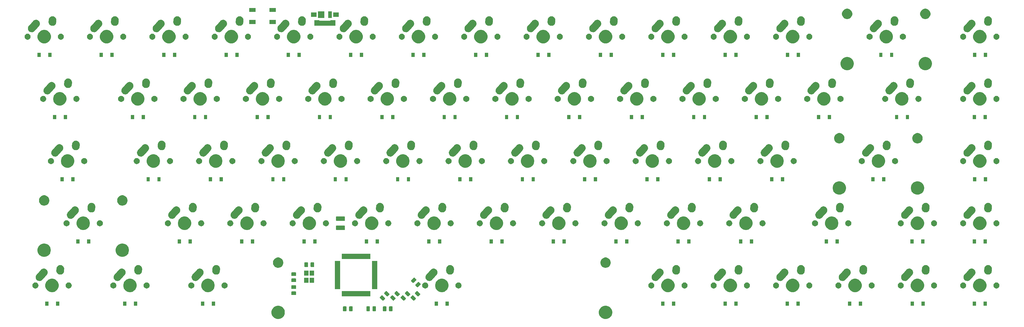
<source format=gbr>
G04 #@! TF.GenerationSoftware,KiCad,Pcbnew,(5.1.5)-3*
G04 #@! TF.CreationDate,2020-05-05T16:11:28-04:00*
G04 #@! TF.ProjectId,TheSedan,54686553-6564-4616-9e2e-6b696361645f,rev?*
G04 #@! TF.SameCoordinates,Original*
G04 #@! TF.FileFunction,Soldermask,Bot*
G04 #@! TF.FilePolarity,Negative*
%FSLAX46Y46*%
G04 Gerber Fmt 4.6, Leading zero omitted, Abs format (unit mm)*
G04 Created by KiCad (PCBNEW (5.1.5)-3) date 2020-05-05 16:11:28*
%MOMM*%
%LPD*%
G04 APERTURE LIST*
%ADD10C,0.100000*%
G04 APERTURE END LIST*
D10*
G36*
X572883874Y-161863684D02*
G01*
X573101874Y-161953983D01*
X573256023Y-162017833D01*
X573590948Y-162241623D01*
X573875777Y-162526452D01*
X574099567Y-162861377D01*
X574099567Y-162861378D01*
X574253716Y-163233526D01*
X574332300Y-163628594D01*
X574332300Y-164031406D01*
X574253716Y-164426474D01*
X574163417Y-164644474D01*
X574099567Y-164798623D01*
X573875777Y-165133548D01*
X573590948Y-165418377D01*
X573256023Y-165642167D01*
X573101874Y-165706017D01*
X572883874Y-165796316D01*
X572488806Y-165874900D01*
X572085994Y-165874900D01*
X571690926Y-165796316D01*
X571472926Y-165706017D01*
X571318777Y-165642167D01*
X570983852Y-165418377D01*
X570699023Y-165133548D01*
X570475233Y-164798623D01*
X570411383Y-164644474D01*
X570321084Y-164426474D01*
X570242500Y-164031406D01*
X570242500Y-163628594D01*
X570321084Y-163233526D01*
X570475233Y-162861378D01*
X570475233Y-162861377D01*
X570699023Y-162526452D01*
X570983852Y-162241623D01*
X571318777Y-162017833D01*
X571472926Y-161953983D01*
X571690926Y-161863684D01*
X572085994Y-161785100D01*
X572488806Y-161785100D01*
X572883874Y-161863684D01*
G37*
G36*
X472884074Y-161863684D02*
G01*
X473102074Y-161953983D01*
X473256223Y-162017833D01*
X473591148Y-162241623D01*
X473875977Y-162526452D01*
X474099767Y-162861377D01*
X474099767Y-162861378D01*
X474253916Y-163233526D01*
X474332500Y-163628594D01*
X474332500Y-164031406D01*
X474253916Y-164426474D01*
X474163617Y-164644474D01*
X474099767Y-164798623D01*
X473875977Y-165133548D01*
X473591148Y-165418377D01*
X473256223Y-165642167D01*
X473102074Y-165706017D01*
X472884074Y-165796316D01*
X472489006Y-165874900D01*
X472086194Y-165874900D01*
X471691126Y-165796316D01*
X471473126Y-165706017D01*
X471318977Y-165642167D01*
X470984052Y-165418377D01*
X470699223Y-165133548D01*
X470475433Y-164798623D01*
X470411583Y-164644474D01*
X470321284Y-164426474D01*
X470242700Y-164031406D01*
X470242700Y-163628594D01*
X470321284Y-163233526D01*
X470475433Y-162861378D01*
X470475433Y-162861377D01*
X470699223Y-162526452D01*
X470984052Y-162241623D01*
X471318977Y-162017833D01*
X471473126Y-161953983D01*
X471691126Y-161863684D01*
X472086194Y-161785100D01*
X472489006Y-161785100D01*
X472884074Y-161863684D01*
G37*
G36*
X494878218Y-161972315D02*
G01*
X494916888Y-161984046D01*
X494952527Y-162003096D01*
X494983767Y-162028733D01*
X495009404Y-162059973D01*
X495028454Y-162095612D01*
X495040185Y-162134282D01*
X495044750Y-162180638D01*
X495044750Y-163256862D01*
X495040185Y-163303218D01*
X495028454Y-163341888D01*
X495009404Y-163377527D01*
X494983767Y-163408767D01*
X494952527Y-163434404D01*
X494916888Y-163453454D01*
X494878218Y-163465185D01*
X494831862Y-163469750D01*
X494180638Y-163469750D01*
X494134282Y-163465185D01*
X494095612Y-163453454D01*
X494059973Y-163434404D01*
X494028733Y-163408767D01*
X494003096Y-163377527D01*
X493984046Y-163341888D01*
X493972315Y-163303218D01*
X493967750Y-163256862D01*
X493967750Y-162180638D01*
X493972315Y-162134282D01*
X493984046Y-162095612D01*
X494003096Y-162059973D01*
X494028733Y-162028733D01*
X494059973Y-162003096D01*
X494095612Y-161984046D01*
X494134282Y-161972315D01*
X494180638Y-161967750D01*
X494831862Y-161967750D01*
X494878218Y-161972315D01*
G37*
G36*
X502021968Y-161972315D02*
G01*
X502060638Y-161984046D01*
X502096277Y-162003096D01*
X502127517Y-162028733D01*
X502153154Y-162059973D01*
X502172204Y-162095612D01*
X502183935Y-162134282D01*
X502188500Y-162180638D01*
X502188500Y-163256862D01*
X502183935Y-163303218D01*
X502172204Y-163341888D01*
X502153154Y-163377527D01*
X502127517Y-163408767D01*
X502096277Y-163434404D01*
X502060638Y-163453454D01*
X502021968Y-163465185D01*
X501975612Y-163469750D01*
X501324388Y-163469750D01*
X501278032Y-163465185D01*
X501239362Y-163453454D01*
X501203723Y-163434404D01*
X501172483Y-163408767D01*
X501146846Y-163377527D01*
X501127796Y-163341888D01*
X501116065Y-163303218D01*
X501111500Y-163256862D01*
X501111500Y-162180638D01*
X501116065Y-162134282D01*
X501127796Y-162095612D01*
X501146846Y-162059973D01*
X501172483Y-162028733D01*
X501203723Y-162003096D01*
X501239362Y-161984046D01*
X501278032Y-161972315D01*
X501324388Y-161967750D01*
X501975612Y-161967750D01*
X502021968Y-161972315D01*
G37*
G36*
X500146968Y-161972315D02*
G01*
X500185638Y-161984046D01*
X500221277Y-162003096D01*
X500252517Y-162028733D01*
X500278154Y-162059973D01*
X500297204Y-162095612D01*
X500308935Y-162134282D01*
X500313500Y-162180638D01*
X500313500Y-163256862D01*
X500308935Y-163303218D01*
X500297204Y-163341888D01*
X500278154Y-163377527D01*
X500252517Y-163408767D01*
X500221277Y-163434404D01*
X500185638Y-163453454D01*
X500146968Y-163465185D01*
X500100612Y-163469750D01*
X499449388Y-163469750D01*
X499403032Y-163465185D01*
X499364362Y-163453454D01*
X499328723Y-163434404D01*
X499297483Y-163408767D01*
X499271846Y-163377527D01*
X499252796Y-163341888D01*
X499241065Y-163303218D01*
X499236500Y-163256862D01*
X499236500Y-162180638D01*
X499241065Y-162134282D01*
X499252796Y-162095612D01*
X499271846Y-162059973D01*
X499297483Y-162028733D01*
X499328723Y-162003096D01*
X499364362Y-161984046D01*
X499403032Y-161972315D01*
X499449388Y-161967750D01*
X500100612Y-161967750D01*
X500146968Y-161972315D01*
G37*
G36*
X507071968Y-161972315D02*
G01*
X507110638Y-161984046D01*
X507146277Y-162003096D01*
X507177517Y-162028733D01*
X507203154Y-162059973D01*
X507222204Y-162095612D01*
X507233935Y-162134282D01*
X507238500Y-162180638D01*
X507238500Y-163256862D01*
X507233935Y-163303218D01*
X507222204Y-163341888D01*
X507203154Y-163377527D01*
X507177517Y-163408767D01*
X507146277Y-163434404D01*
X507110638Y-163453454D01*
X507071968Y-163465185D01*
X507025612Y-163469750D01*
X506374388Y-163469750D01*
X506328032Y-163465185D01*
X506289362Y-163453454D01*
X506253723Y-163434404D01*
X506222483Y-163408767D01*
X506196846Y-163377527D01*
X506177796Y-163341888D01*
X506166065Y-163303218D01*
X506161500Y-163256862D01*
X506161500Y-162180638D01*
X506166065Y-162134282D01*
X506177796Y-162095612D01*
X506196846Y-162059973D01*
X506222483Y-162028733D01*
X506253723Y-162003096D01*
X506289362Y-161984046D01*
X506328032Y-161972315D01*
X506374388Y-161967750D01*
X507025612Y-161967750D01*
X507071968Y-161972315D01*
G37*
G36*
X505196968Y-161972315D02*
G01*
X505235638Y-161984046D01*
X505271277Y-162003096D01*
X505302517Y-162028733D01*
X505328154Y-162059973D01*
X505347204Y-162095612D01*
X505358935Y-162134282D01*
X505363500Y-162180638D01*
X505363500Y-163256862D01*
X505358935Y-163303218D01*
X505347204Y-163341888D01*
X505328154Y-163377527D01*
X505302517Y-163408767D01*
X505271277Y-163434404D01*
X505235638Y-163453454D01*
X505196968Y-163465185D01*
X505150612Y-163469750D01*
X504499388Y-163469750D01*
X504453032Y-163465185D01*
X504414362Y-163453454D01*
X504378723Y-163434404D01*
X504347483Y-163408767D01*
X504321846Y-163377527D01*
X504302796Y-163341888D01*
X504291065Y-163303218D01*
X504286500Y-163256862D01*
X504286500Y-162180638D01*
X504291065Y-162134282D01*
X504302796Y-162095612D01*
X504321846Y-162059973D01*
X504347483Y-162028733D01*
X504378723Y-162003096D01*
X504414362Y-161984046D01*
X504453032Y-161972315D01*
X504499388Y-161967750D01*
X505150612Y-161967750D01*
X505196968Y-161972315D01*
G37*
G36*
X493003218Y-161972315D02*
G01*
X493041888Y-161984046D01*
X493077527Y-162003096D01*
X493108767Y-162028733D01*
X493134404Y-162059973D01*
X493153454Y-162095612D01*
X493165185Y-162134282D01*
X493169750Y-162180638D01*
X493169750Y-163256862D01*
X493165185Y-163303218D01*
X493153454Y-163341888D01*
X493134404Y-163377527D01*
X493108767Y-163408767D01*
X493077527Y-163434404D01*
X493041888Y-163453454D01*
X493003218Y-163465185D01*
X492956862Y-163469750D01*
X492305638Y-163469750D01*
X492259282Y-163465185D01*
X492220612Y-163453454D01*
X492184973Y-163434404D01*
X492153733Y-163408767D01*
X492128096Y-163377527D01*
X492109046Y-163341888D01*
X492097315Y-163303218D01*
X492092750Y-163256862D01*
X492092750Y-162180638D01*
X492097315Y-162134282D01*
X492109046Y-162095612D01*
X492128096Y-162059973D01*
X492153733Y-162028733D01*
X492184973Y-162003096D01*
X492220612Y-161984046D01*
X492259282Y-161972315D01*
X492305638Y-161967750D01*
X492956862Y-161967750D01*
X493003218Y-161972315D01*
G37*
G36*
X609307250Y-161782250D02*
G01*
X608305250Y-161782250D01*
X608305250Y-160480250D01*
X609307250Y-160480250D01*
X609307250Y-161782250D01*
G37*
G36*
X521138500Y-161782250D02*
G01*
X520136500Y-161782250D01*
X520136500Y-160480250D01*
X521138500Y-160480250D01*
X521138500Y-161782250D01*
G37*
G36*
X612607250Y-161782250D02*
G01*
X611605250Y-161782250D01*
X611605250Y-160480250D01*
X612607250Y-160480250D01*
X612607250Y-161782250D01*
G37*
G36*
X628294750Y-161782250D02*
G01*
X627292750Y-161782250D01*
X627292750Y-160480250D01*
X628294750Y-160480250D01*
X628294750Y-161782250D01*
G37*
G36*
X631594750Y-161782250D02*
G01*
X630592750Y-161782250D01*
X630592750Y-160480250D01*
X631594750Y-160480250D01*
X631594750Y-161782250D01*
G37*
G36*
X647344750Y-161782250D02*
G01*
X646342750Y-161782250D01*
X646342750Y-160480250D01*
X647344750Y-160480250D01*
X647344750Y-161782250D01*
G37*
G36*
X650644750Y-161782250D02*
G01*
X649642750Y-161782250D01*
X649642750Y-160480250D01*
X650644750Y-160480250D01*
X650644750Y-161782250D01*
G37*
G36*
X669757250Y-161782250D02*
G01*
X668755250Y-161782250D01*
X668755250Y-160480250D01*
X669757250Y-160480250D01*
X669757250Y-161782250D01*
G37*
G36*
X685444750Y-161782250D02*
G01*
X684442750Y-161782250D01*
X684442750Y-160480250D01*
X685444750Y-160480250D01*
X685444750Y-161782250D01*
G37*
G36*
X688744750Y-161782250D02*
G01*
X687742750Y-161782250D01*
X687742750Y-160480250D01*
X688744750Y-160480250D01*
X688744750Y-161782250D01*
G37*
G36*
X593557250Y-161782250D02*
G01*
X592555250Y-161782250D01*
X592555250Y-160480250D01*
X593557250Y-160480250D01*
X593557250Y-161782250D01*
G37*
G36*
X590257250Y-161782250D02*
G01*
X589255250Y-161782250D01*
X589255250Y-160480250D01*
X590257250Y-160480250D01*
X590257250Y-161782250D01*
G37*
G36*
X524438500Y-161782250D02*
G01*
X523436500Y-161782250D01*
X523436500Y-160480250D01*
X524438500Y-160480250D01*
X524438500Y-161782250D01*
G37*
G36*
X453063500Y-161782250D02*
G01*
X452061500Y-161782250D01*
X452061500Y-160480250D01*
X453063500Y-160480250D01*
X453063500Y-161782250D01*
G37*
G36*
X449763500Y-161782250D02*
G01*
X448761500Y-161782250D01*
X448761500Y-160480250D01*
X449763500Y-160480250D01*
X449763500Y-161782250D01*
G37*
G36*
X429251000Y-161782250D02*
G01*
X428249000Y-161782250D01*
X428249000Y-160480250D01*
X429251000Y-160480250D01*
X429251000Y-161782250D01*
G37*
G36*
X425951000Y-161782250D02*
G01*
X424949000Y-161782250D01*
X424949000Y-160480250D01*
X425951000Y-160480250D01*
X425951000Y-161782250D01*
G37*
G36*
X405438500Y-161782250D02*
G01*
X404436500Y-161782250D01*
X404436500Y-160480250D01*
X405438500Y-160480250D01*
X405438500Y-161782250D01*
G37*
G36*
X402138500Y-161782250D02*
G01*
X401136500Y-161782250D01*
X401136500Y-160480250D01*
X402138500Y-160480250D01*
X402138500Y-161782250D01*
G37*
G36*
X666457250Y-161782250D02*
G01*
X665455250Y-161782250D01*
X665455250Y-160480250D01*
X666457250Y-160480250D01*
X666457250Y-161782250D01*
G37*
G36*
X510402045Y-158591302D02*
G01*
X510440715Y-158603033D01*
X510476354Y-158622083D01*
X510512360Y-158651632D01*
X510552210Y-158691482D01*
X510552216Y-158691487D01*
X511233513Y-159372784D01*
X511233518Y-159372790D01*
X511273368Y-159412640D01*
X511302917Y-159448646D01*
X511321967Y-159484285D01*
X511333698Y-159522955D01*
X511337658Y-159563173D01*
X511333698Y-159603391D01*
X511321967Y-159642061D01*
X511302917Y-159677700D01*
X511273368Y-159713706D01*
X511233518Y-159753556D01*
X511233513Y-159753562D01*
X510852736Y-160134339D01*
X510852730Y-160134344D01*
X510812880Y-160174194D01*
X510776874Y-160203743D01*
X510741235Y-160222793D01*
X510702565Y-160234524D01*
X510662347Y-160238484D01*
X510622129Y-160234524D01*
X510583459Y-160222793D01*
X510547820Y-160203743D01*
X510511814Y-160174194D01*
X510471964Y-160134344D01*
X510471958Y-160134339D01*
X509790661Y-159453042D01*
X509790656Y-159453036D01*
X509750806Y-159413186D01*
X509721257Y-159377180D01*
X509702207Y-159341541D01*
X509690476Y-159302871D01*
X509686516Y-159262653D01*
X509690476Y-159222435D01*
X509702207Y-159183765D01*
X509721257Y-159148126D01*
X509750806Y-159112120D01*
X509790656Y-159072270D01*
X509790661Y-159072264D01*
X510171438Y-158691487D01*
X510171444Y-158691482D01*
X510211294Y-158651632D01*
X510247300Y-158622083D01*
X510282939Y-158603033D01*
X510321609Y-158591302D01*
X510361827Y-158587342D01*
X510402045Y-158591302D01*
G37*
G36*
X513446208Y-158591302D02*
G01*
X513484878Y-158603033D01*
X513520517Y-158622083D01*
X513556523Y-158651632D01*
X513596373Y-158691482D01*
X513596379Y-158691487D01*
X514277676Y-159372784D01*
X514277681Y-159372790D01*
X514317531Y-159412640D01*
X514347080Y-159448646D01*
X514366130Y-159484285D01*
X514377861Y-159522955D01*
X514381821Y-159563173D01*
X514377861Y-159603391D01*
X514366130Y-159642061D01*
X514347080Y-159677700D01*
X514317531Y-159713706D01*
X514277681Y-159753556D01*
X514277676Y-159753562D01*
X513896899Y-160134339D01*
X513896893Y-160134344D01*
X513857043Y-160174194D01*
X513821037Y-160203743D01*
X513785398Y-160222793D01*
X513746728Y-160234524D01*
X513706510Y-160238484D01*
X513666292Y-160234524D01*
X513627622Y-160222793D01*
X513591983Y-160203743D01*
X513555977Y-160174194D01*
X513516127Y-160134344D01*
X513516121Y-160134339D01*
X512834824Y-159453042D01*
X512834819Y-159453036D01*
X512794969Y-159413186D01*
X512765420Y-159377180D01*
X512746370Y-159341541D01*
X512734639Y-159302871D01*
X512730679Y-159262653D01*
X512734639Y-159222435D01*
X512746370Y-159183765D01*
X512765420Y-159148126D01*
X512794969Y-159112120D01*
X512834819Y-159072270D01*
X512834824Y-159072264D01*
X513215601Y-158691487D01*
X513215607Y-158691482D01*
X513255457Y-158651632D01*
X513291463Y-158622083D01*
X513327102Y-158603033D01*
X513365772Y-158591302D01*
X513405990Y-158587342D01*
X513446208Y-158591302D01*
G37*
G36*
X507227045Y-158591302D02*
G01*
X507265715Y-158603033D01*
X507301354Y-158622083D01*
X507337360Y-158651632D01*
X507377210Y-158691482D01*
X507377216Y-158691487D01*
X508058513Y-159372784D01*
X508058518Y-159372790D01*
X508098368Y-159412640D01*
X508127917Y-159448646D01*
X508146967Y-159484285D01*
X508158698Y-159522955D01*
X508162658Y-159563173D01*
X508158698Y-159603391D01*
X508146967Y-159642061D01*
X508127917Y-159677700D01*
X508098368Y-159713706D01*
X508058518Y-159753556D01*
X508058513Y-159753562D01*
X507677736Y-160134339D01*
X507677730Y-160134344D01*
X507637880Y-160174194D01*
X507601874Y-160203743D01*
X507566235Y-160222793D01*
X507527565Y-160234524D01*
X507487347Y-160238484D01*
X507447129Y-160234524D01*
X507408459Y-160222793D01*
X507372820Y-160203743D01*
X507336814Y-160174194D01*
X507296964Y-160134344D01*
X507296958Y-160134339D01*
X506615661Y-159453042D01*
X506615656Y-159453036D01*
X506575806Y-159413186D01*
X506546257Y-159377180D01*
X506527207Y-159341541D01*
X506515476Y-159302871D01*
X506511516Y-159262653D01*
X506515476Y-159222435D01*
X506527207Y-159183765D01*
X506546257Y-159148126D01*
X506575806Y-159112120D01*
X506615656Y-159072270D01*
X506615661Y-159072264D01*
X506996438Y-158691487D01*
X506996444Y-158691482D01*
X507036294Y-158651632D01*
X507072300Y-158622083D01*
X507107939Y-158603033D01*
X507146609Y-158591302D01*
X507186827Y-158587342D01*
X507227045Y-158591302D01*
G37*
G36*
X504052045Y-158591302D02*
G01*
X504090715Y-158603033D01*
X504126354Y-158622083D01*
X504162360Y-158651632D01*
X504202210Y-158691482D01*
X504202216Y-158691487D01*
X504883513Y-159372784D01*
X504883518Y-159372790D01*
X504923368Y-159412640D01*
X504952917Y-159448646D01*
X504971967Y-159484285D01*
X504983698Y-159522955D01*
X504987658Y-159563173D01*
X504983698Y-159603391D01*
X504971967Y-159642061D01*
X504952917Y-159677700D01*
X504923368Y-159713706D01*
X504883518Y-159753556D01*
X504883513Y-159753562D01*
X504502736Y-160134339D01*
X504502730Y-160134344D01*
X504462880Y-160174194D01*
X504426874Y-160203743D01*
X504391235Y-160222793D01*
X504352565Y-160234524D01*
X504312347Y-160238484D01*
X504272129Y-160234524D01*
X504233459Y-160222793D01*
X504197820Y-160203743D01*
X504161814Y-160174194D01*
X504121964Y-160134344D01*
X504121958Y-160134339D01*
X503440661Y-159453042D01*
X503440656Y-159453036D01*
X503400806Y-159413186D01*
X503371257Y-159377180D01*
X503352207Y-159341541D01*
X503340476Y-159302871D01*
X503336516Y-159262653D01*
X503340476Y-159222435D01*
X503352207Y-159183765D01*
X503371257Y-159148126D01*
X503400806Y-159112120D01*
X503440656Y-159072270D01*
X503440661Y-159072264D01*
X503821438Y-158691487D01*
X503821444Y-158691482D01*
X503861294Y-158651632D01*
X503897300Y-158622083D01*
X503932939Y-158603033D01*
X503971609Y-158591302D01*
X504011827Y-158587342D01*
X504052045Y-158591302D01*
G37*
G36*
X514772034Y-157265476D02*
G01*
X514810704Y-157277207D01*
X514846343Y-157296257D01*
X514882349Y-157325806D01*
X514922199Y-157365656D01*
X514922205Y-157365661D01*
X515603502Y-158046958D01*
X515603507Y-158046964D01*
X515643357Y-158086814D01*
X515672906Y-158122820D01*
X515691956Y-158158459D01*
X515703687Y-158197129D01*
X515707647Y-158237347D01*
X515703687Y-158277565D01*
X515691956Y-158316235D01*
X515672906Y-158351874D01*
X515643357Y-158387880D01*
X515603507Y-158427730D01*
X515603502Y-158427736D01*
X515222725Y-158808513D01*
X515222719Y-158808518D01*
X515182869Y-158848368D01*
X515146863Y-158877917D01*
X515111224Y-158896967D01*
X515072554Y-158908698D01*
X515032336Y-158912658D01*
X514992118Y-158908698D01*
X514953448Y-158896967D01*
X514917809Y-158877917D01*
X514881803Y-158848368D01*
X514841953Y-158808518D01*
X514841947Y-158808513D01*
X514160650Y-158127216D01*
X514160645Y-158127210D01*
X514120795Y-158087360D01*
X514091246Y-158051354D01*
X514072196Y-158015715D01*
X514060465Y-157977045D01*
X514056505Y-157936827D01*
X514060465Y-157896609D01*
X514072196Y-157857939D01*
X514091246Y-157822300D01*
X514120795Y-157786294D01*
X514160645Y-157746444D01*
X514160650Y-157746438D01*
X514541427Y-157365661D01*
X514541433Y-157365656D01*
X514581283Y-157325806D01*
X514617289Y-157296257D01*
X514652928Y-157277207D01*
X514691598Y-157265476D01*
X514731816Y-157261516D01*
X514772034Y-157265476D01*
G37*
G36*
X511727871Y-157265476D02*
G01*
X511766541Y-157277207D01*
X511802180Y-157296257D01*
X511838186Y-157325806D01*
X511878036Y-157365656D01*
X511878042Y-157365661D01*
X512559339Y-158046958D01*
X512559344Y-158046964D01*
X512599194Y-158086814D01*
X512628743Y-158122820D01*
X512647793Y-158158459D01*
X512659524Y-158197129D01*
X512663484Y-158237347D01*
X512659524Y-158277565D01*
X512647793Y-158316235D01*
X512628743Y-158351874D01*
X512599194Y-158387880D01*
X512559344Y-158427730D01*
X512559339Y-158427736D01*
X512178562Y-158808513D01*
X512178556Y-158808518D01*
X512138706Y-158848368D01*
X512102700Y-158877917D01*
X512067061Y-158896967D01*
X512028391Y-158908698D01*
X511988173Y-158912658D01*
X511947955Y-158908698D01*
X511909285Y-158896967D01*
X511873646Y-158877917D01*
X511837640Y-158848368D01*
X511797790Y-158808518D01*
X511797784Y-158808513D01*
X511116487Y-158127216D01*
X511116482Y-158127210D01*
X511076632Y-158087360D01*
X511047083Y-158051354D01*
X511028033Y-158015715D01*
X511016302Y-157977045D01*
X511012342Y-157936827D01*
X511016302Y-157896609D01*
X511028033Y-157857939D01*
X511047083Y-157822300D01*
X511076632Y-157786294D01*
X511116482Y-157746444D01*
X511116487Y-157746438D01*
X511497264Y-157365661D01*
X511497270Y-157365656D01*
X511537120Y-157325806D01*
X511573126Y-157296257D01*
X511608765Y-157277207D01*
X511647435Y-157265476D01*
X511687653Y-157261516D01*
X511727871Y-157265476D01*
G37*
G36*
X508552871Y-157265476D02*
G01*
X508591541Y-157277207D01*
X508627180Y-157296257D01*
X508663186Y-157325806D01*
X508703036Y-157365656D01*
X508703042Y-157365661D01*
X509384339Y-158046958D01*
X509384344Y-158046964D01*
X509424194Y-158086814D01*
X509453743Y-158122820D01*
X509472793Y-158158459D01*
X509484524Y-158197129D01*
X509488484Y-158237347D01*
X509484524Y-158277565D01*
X509472793Y-158316235D01*
X509453743Y-158351874D01*
X509424194Y-158387880D01*
X509384344Y-158427730D01*
X509384339Y-158427736D01*
X509003562Y-158808513D01*
X509003556Y-158808518D01*
X508963706Y-158848368D01*
X508927700Y-158877917D01*
X508892061Y-158896967D01*
X508853391Y-158908698D01*
X508813173Y-158912658D01*
X508772955Y-158908698D01*
X508734285Y-158896967D01*
X508698646Y-158877917D01*
X508662640Y-158848368D01*
X508622790Y-158808518D01*
X508622784Y-158808513D01*
X507941487Y-158127216D01*
X507941482Y-158127210D01*
X507901632Y-158087360D01*
X507872083Y-158051354D01*
X507853033Y-158015715D01*
X507841302Y-157977045D01*
X507837342Y-157936827D01*
X507841302Y-157896609D01*
X507853033Y-157857939D01*
X507872083Y-157822300D01*
X507901632Y-157786294D01*
X507941482Y-157746444D01*
X507941487Y-157746438D01*
X508322264Y-157365661D01*
X508322270Y-157365656D01*
X508362120Y-157325806D01*
X508398126Y-157296257D01*
X508433765Y-157277207D01*
X508472435Y-157265476D01*
X508512653Y-157261516D01*
X508552871Y-157265476D01*
G37*
G36*
X505377871Y-157265476D02*
G01*
X505416541Y-157277207D01*
X505452180Y-157296257D01*
X505488186Y-157325806D01*
X505528036Y-157365656D01*
X505528042Y-157365661D01*
X506209339Y-158046958D01*
X506209344Y-158046964D01*
X506249194Y-158086814D01*
X506278743Y-158122820D01*
X506297793Y-158158459D01*
X506309524Y-158197129D01*
X506313484Y-158237347D01*
X506309524Y-158277565D01*
X506297793Y-158316235D01*
X506278743Y-158351874D01*
X506249194Y-158387880D01*
X506209344Y-158427730D01*
X506209339Y-158427736D01*
X505828562Y-158808513D01*
X505828556Y-158808518D01*
X505788706Y-158848368D01*
X505752700Y-158877917D01*
X505717061Y-158896967D01*
X505678391Y-158908698D01*
X505638173Y-158912658D01*
X505597955Y-158908698D01*
X505559285Y-158896967D01*
X505523646Y-158877917D01*
X505487640Y-158848368D01*
X505447790Y-158808518D01*
X505447784Y-158808513D01*
X504766487Y-158127216D01*
X504766482Y-158127210D01*
X504726632Y-158087360D01*
X504697083Y-158051354D01*
X504678033Y-158015715D01*
X504666302Y-157977045D01*
X504662342Y-157936827D01*
X504666302Y-157896609D01*
X504678033Y-157857939D01*
X504697083Y-157822300D01*
X504726632Y-157786294D01*
X504766482Y-157746444D01*
X504766487Y-157746438D01*
X505147264Y-157365661D01*
X505147270Y-157365656D01*
X505187120Y-157325806D01*
X505223126Y-157296257D01*
X505258765Y-157277207D01*
X505297435Y-157265476D01*
X505337653Y-157261516D01*
X505377871Y-157265476D01*
G37*
G36*
X500419750Y-158901000D02*
G01*
X491767750Y-158901000D01*
X491767750Y-157299000D01*
X500419750Y-157299000D01*
X500419750Y-158901000D01*
G37*
G36*
X477628218Y-157422315D02*
G01*
X477666888Y-157434046D01*
X477702527Y-157453096D01*
X477733767Y-157478733D01*
X477759404Y-157509973D01*
X477778454Y-157545612D01*
X477790185Y-157584282D01*
X477794750Y-157630638D01*
X477794750Y-158281862D01*
X477790185Y-158328218D01*
X477778454Y-158366888D01*
X477759404Y-158402527D01*
X477733767Y-158433767D01*
X477702527Y-158459404D01*
X477666888Y-158478454D01*
X477628218Y-158490185D01*
X477581862Y-158494750D01*
X476505638Y-158494750D01*
X476459282Y-158490185D01*
X476420612Y-158478454D01*
X476384973Y-158459404D01*
X476353733Y-158433767D01*
X476328096Y-158402527D01*
X476309046Y-158366888D01*
X476297315Y-158328218D01*
X476292750Y-158281862D01*
X476292750Y-157630638D01*
X476297315Y-157584282D01*
X476309046Y-157545612D01*
X476328096Y-157509973D01*
X476353733Y-157478733D01*
X476384973Y-157453096D01*
X476420612Y-157434046D01*
X476459282Y-157422315D01*
X476505638Y-157417750D01*
X477581862Y-157417750D01*
X477628218Y-157422315D01*
G37*
G36*
X591940224Y-153608684D02*
G01*
X592099697Y-153674740D01*
X592312373Y-153762833D01*
X592647298Y-153986623D01*
X592932127Y-154271452D01*
X593155917Y-154606377D01*
X593188312Y-154684586D01*
X593310066Y-154978526D01*
X593388650Y-155373594D01*
X593388650Y-155776406D01*
X593310066Y-156171474D01*
X593259201Y-156294272D01*
X593155917Y-156543623D01*
X592932127Y-156878548D01*
X592647298Y-157163377D01*
X592312373Y-157387167D01*
X592189059Y-157438245D01*
X591940224Y-157541316D01*
X591545156Y-157619900D01*
X591142344Y-157619900D01*
X590747276Y-157541316D01*
X590498441Y-157438245D01*
X590375127Y-157387167D01*
X590040202Y-157163377D01*
X589755373Y-156878548D01*
X589531583Y-156543623D01*
X589428299Y-156294272D01*
X589377434Y-156171474D01*
X589298850Y-155776406D01*
X589298850Y-155373594D01*
X589377434Y-154978526D01*
X589499188Y-154684586D01*
X589531583Y-154606377D01*
X589755373Y-154271452D01*
X590040202Y-153986623D01*
X590375127Y-153762833D01*
X590587803Y-153674740D01*
X590747276Y-153608684D01*
X591142344Y-153530100D01*
X591545156Y-153530100D01*
X591940224Y-153608684D01*
G37*
G36*
X522883974Y-153608684D02*
G01*
X523043447Y-153674740D01*
X523256123Y-153762833D01*
X523591048Y-153986623D01*
X523875877Y-154271452D01*
X524099667Y-154606377D01*
X524132062Y-154684586D01*
X524253816Y-154978526D01*
X524332400Y-155373594D01*
X524332400Y-155776406D01*
X524253816Y-156171474D01*
X524202951Y-156294272D01*
X524099667Y-156543623D01*
X523875877Y-156878548D01*
X523591048Y-157163377D01*
X523256123Y-157387167D01*
X523132809Y-157438245D01*
X522883974Y-157541316D01*
X522488906Y-157619900D01*
X522086094Y-157619900D01*
X521691026Y-157541316D01*
X521442191Y-157438245D01*
X521318877Y-157387167D01*
X520983952Y-157163377D01*
X520699123Y-156878548D01*
X520475333Y-156543623D01*
X520372049Y-156294272D01*
X520321184Y-156171474D01*
X520242600Y-155776406D01*
X520242600Y-155373594D01*
X520321184Y-154978526D01*
X520442938Y-154684586D01*
X520475333Y-154606377D01*
X520699123Y-154271452D01*
X520983952Y-153986623D01*
X521318877Y-153762833D01*
X521531553Y-153674740D01*
X521691026Y-153608684D01*
X522086094Y-153530100D01*
X522488906Y-153530100D01*
X522883974Y-153608684D01*
G37*
G36*
X451446474Y-153608684D02*
G01*
X451605947Y-153674740D01*
X451818623Y-153762833D01*
X452153548Y-153986623D01*
X452438377Y-154271452D01*
X452662167Y-154606377D01*
X452694562Y-154684586D01*
X452816316Y-154978526D01*
X452894900Y-155373594D01*
X452894900Y-155776406D01*
X452816316Y-156171474D01*
X452765451Y-156294272D01*
X452662167Y-156543623D01*
X452438377Y-156878548D01*
X452153548Y-157163377D01*
X451818623Y-157387167D01*
X451695309Y-157438245D01*
X451446474Y-157541316D01*
X451051406Y-157619900D01*
X450648594Y-157619900D01*
X450253526Y-157541316D01*
X450004691Y-157438245D01*
X449881377Y-157387167D01*
X449546452Y-157163377D01*
X449261623Y-156878548D01*
X449037833Y-156543623D01*
X448934549Y-156294272D01*
X448883684Y-156171474D01*
X448805100Y-155776406D01*
X448805100Y-155373594D01*
X448883684Y-154978526D01*
X449005438Y-154684586D01*
X449037833Y-154606377D01*
X449261623Y-154271452D01*
X449546452Y-153986623D01*
X449881377Y-153762833D01*
X450094053Y-153674740D01*
X450253526Y-153608684D01*
X450648594Y-153530100D01*
X451051406Y-153530100D01*
X451446474Y-153608684D01*
G37*
G36*
X427633974Y-153608684D02*
G01*
X427793447Y-153674740D01*
X428006123Y-153762833D01*
X428341048Y-153986623D01*
X428625877Y-154271452D01*
X428849667Y-154606377D01*
X428882062Y-154684586D01*
X429003816Y-154978526D01*
X429082400Y-155373594D01*
X429082400Y-155776406D01*
X429003816Y-156171474D01*
X428952951Y-156294272D01*
X428849667Y-156543623D01*
X428625877Y-156878548D01*
X428341048Y-157163377D01*
X428006123Y-157387167D01*
X427882809Y-157438245D01*
X427633974Y-157541316D01*
X427238906Y-157619900D01*
X426836094Y-157619900D01*
X426441026Y-157541316D01*
X426192191Y-157438245D01*
X426068877Y-157387167D01*
X425733952Y-157163377D01*
X425449123Y-156878548D01*
X425225333Y-156543623D01*
X425122049Y-156294272D01*
X425071184Y-156171474D01*
X424992600Y-155776406D01*
X424992600Y-155373594D01*
X425071184Y-154978526D01*
X425192938Y-154684586D01*
X425225333Y-154606377D01*
X425449123Y-154271452D01*
X425733952Y-153986623D01*
X426068877Y-153762833D01*
X426281553Y-153674740D01*
X426441026Y-153608684D01*
X426836094Y-153530100D01*
X427238906Y-153530100D01*
X427633974Y-153608684D01*
G37*
G36*
X687190224Y-153608684D02*
G01*
X687349697Y-153674740D01*
X687562373Y-153762833D01*
X687897298Y-153986623D01*
X688182127Y-154271452D01*
X688405917Y-154606377D01*
X688438312Y-154684586D01*
X688560066Y-154978526D01*
X688638650Y-155373594D01*
X688638650Y-155776406D01*
X688560066Y-156171474D01*
X688509201Y-156294272D01*
X688405917Y-156543623D01*
X688182127Y-156878548D01*
X687897298Y-157163377D01*
X687562373Y-157387167D01*
X687439059Y-157438245D01*
X687190224Y-157541316D01*
X686795156Y-157619900D01*
X686392344Y-157619900D01*
X685997276Y-157541316D01*
X685748441Y-157438245D01*
X685625127Y-157387167D01*
X685290202Y-157163377D01*
X685005373Y-156878548D01*
X684781583Y-156543623D01*
X684678299Y-156294272D01*
X684627434Y-156171474D01*
X684548850Y-155776406D01*
X684548850Y-155373594D01*
X684627434Y-154978526D01*
X684749188Y-154684586D01*
X684781583Y-154606377D01*
X685005373Y-154271452D01*
X685290202Y-153986623D01*
X685625127Y-153762833D01*
X685837803Y-153674740D01*
X685997276Y-153608684D01*
X686392344Y-153530100D01*
X686795156Y-153530100D01*
X687190224Y-153608684D01*
G37*
G36*
X610990224Y-153608684D02*
G01*
X611149697Y-153674740D01*
X611362373Y-153762833D01*
X611697298Y-153986623D01*
X611982127Y-154271452D01*
X612205917Y-154606377D01*
X612238312Y-154684586D01*
X612360066Y-154978526D01*
X612438650Y-155373594D01*
X612438650Y-155776406D01*
X612360066Y-156171474D01*
X612309201Y-156294272D01*
X612205917Y-156543623D01*
X611982127Y-156878548D01*
X611697298Y-157163377D01*
X611362373Y-157387167D01*
X611239059Y-157438245D01*
X610990224Y-157541316D01*
X610595156Y-157619900D01*
X610192344Y-157619900D01*
X609797276Y-157541316D01*
X609548441Y-157438245D01*
X609425127Y-157387167D01*
X609090202Y-157163377D01*
X608805373Y-156878548D01*
X608581583Y-156543623D01*
X608478299Y-156294272D01*
X608427434Y-156171474D01*
X608348850Y-155776406D01*
X608348850Y-155373594D01*
X608427434Y-154978526D01*
X608549188Y-154684586D01*
X608581583Y-154606377D01*
X608805373Y-154271452D01*
X609090202Y-153986623D01*
X609425127Y-153762833D01*
X609637803Y-153674740D01*
X609797276Y-153608684D01*
X610192344Y-153530100D01*
X610595156Y-153530100D01*
X610990224Y-153608684D01*
G37*
G36*
X403821474Y-153608684D02*
G01*
X403980947Y-153674740D01*
X404193623Y-153762833D01*
X404528548Y-153986623D01*
X404813377Y-154271452D01*
X405037167Y-154606377D01*
X405069562Y-154684586D01*
X405191316Y-154978526D01*
X405269900Y-155373594D01*
X405269900Y-155776406D01*
X405191316Y-156171474D01*
X405140451Y-156294272D01*
X405037167Y-156543623D01*
X404813377Y-156878548D01*
X404528548Y-157163377D01*
X404193623Y-157387167D01*
X404070309Y-157438245D01*
X403821474Y-157541316D01*
X403426406Y-157619900D01*
X403023594Y-157619900D01*
X402628526Y-157541316D01*
X402379691Y-157438245D01*
X402256377Y-157387167D01*
X401921452Y-157163377D01*
X401636623Y-156878548D01*
X401412833Y-156543623D01*
X401309549Y-156294272D01*
X401258684Y-156171474D01*
X401180100Y-155776406D01*
X401180100Y-155373594D01*
X401258684Y-154978526D01*
X401380438Y-154684586D01*
X401412833Y-154606377D01*
X401636623Y-154271452D01*
X401921452Y-153986623D01*
X402256377Y-153762833D01*
X402469053Y-153674740D01*
X402628526Y-153608684D01*
X403023594Y-153530100D01*
X403426406Y-153530100D01*
X403821474Y-153608684D01*
G37*
G36*
X668140224Y-153608684D02*
G01*
X668299697Y-153674740D01*
X668512373Y-153762833D01*
X668847298Y-153986623D01*
X669132127Y-154271452D01*
X669355917Y-154606377D01*
X669388312Y-154684586D01*
X669510066Y-154978526D01*
X669588650Y-155373594D01*
X669588650Y-155776406D01*
X669510066Y-156171474D01*
X669459201Y-156294272D01*
X669355917Y-156543623D01*
X669132127Y-156878548D01*
X668847298Y-157163377D01*
X668512373Y-157387167D01*
X668389059Y-157438245D01*
X668140224Y-157541316D01*
X667745156Y-157619900D01*
X667342344Y-157619900D01*
X666947276Y-157541316D01*
X666698441Y-157438245D01*
X666575127Y-157387167D01*
X666240202Y-157163377D01*
X665955373Y-156878548D01*
X665731583Y-156543623D01*
X665628299Y-156294272D01*
X665577434Y-156171474D01*
X665498850Y-155776406D01*
X665498850Y-155373594D01*
X665577434Y-154978526D01*
X665699188Y-154684586D01*
X665731583Y-154606377D01*
X665955373Y-154271452D01*
X666240202Y-153986623D01*
X666575127Y-153762833D01*
X666787803Y-153674740D01*
X666947276Y-153608684D01*
X667342344Y-153530100D01*
X667745156Y-153530100D01*
X668140224Y-153608684D01*
G37*
G36*
X630040224Y-153608684D02*
G01*
X630199697Y-153674740D01*
X630412373Y-153762833D01*
X630747298Y-153986623D01*
X631032127Y-154271452D01*
X631255917Y-154606377D01*
X631288312Y-154684586D01*
X631410066Y-154978526D01*
X631488650Y-155373594D01*
X631488650Y-155776406D01*
X631410066Y-156171474D01*
X631359201Y-156294272D01*
X631255917Y-156543623D01*
X631032127Y-156878548D01*
X630747298Y-157163377D01*
X630412373Y-157387167D01*
X630289059Y-157438245D01*
X630040224Y-157541316D01*
X629645156Y-157619900D01*
X629242344Y-157619900D01*
X628847276Y-157541316D01*
X628598441Y-157438245D01*
X628475127Y-157387167D01*
X628140202Y-157163377D01*
X627855373Y-156878548D01*
X627631583Y-156543623D01*
X627528299Y-156294272D01*
X627477434Y-156171474D01*
X627398850Y-155776406D01*
X627398850Y-155373594D01*
X627477434Y-154978526D01*
X627599188Y-154684586D01*
X627631583Y-154606377D01*
X627855373Y-154271452D01*
X628140202Y-153986623D01*
X628475127Y-153762833D01*
X628687803Y-153674740D01*
X628847276Y-153608684D01*
X629242344Y-153530100D01*
X629645156Y-153530100D01*
X630040224Y-153608684D01*
G37*
G36*
X649090224Y-153608684D02*
G01*
X649249697Y-153674740D01*
X649462373Y-153762833D01*
X649797298Y-153986623D01*
X650082127Y-154271452D01*
X650305917Y-154606377D01*
X650338312Y-154684586D01*
X650460066Y-154978526D01*
X650538650Y-155373594D01*
X650538650Y-155776406D01*
X650460066Y-156171474D01*
X650409201Y-156294272D01*
X650305917Y-156543623D01*
X650082127Y-156878548D01*
X649797298Y-157163377D01*
X649462373Y-157387167D01*
X649339059Y-157438245D01*
X649090224Y-157541316D01*
X648695156Y-157619900D01*
X648292344Y-157619900D01*
X647897276Y-157541316D01*
X647648441Y-157438245D01*
X647525127Y-157387167D01*
X647190202Y-157163377D01*
X646905373Y-156878548D01*
X646681583Y-156543623D01*
X646578299Y-156294272D01*
X646527434Y-156171474D01*
X646448850Y-155776406D01*
X646448850Y-155373594D01*
X646527434Y-154978526D01*
X646649188Y-154684586D01*
X646681583Y-154606377D01*
X646905373Y-154271452D01*
X647190202Y-153986623D01*
X647525127Y-153762833D01*
X647737803Y-153674740D01*
X647897276Y-153608684D01*
X648292344Y-153530100D01*
X648695156Y-153530100D01*
X649090224Y-153608684D01*
G37*
G36*
X502594750Y-156726000D02*
G01*
X500992750Y-156726000D01*
X500992750Y-148074000D01*
X502594750Y-148074000D01*
X502594750Y-156726000D01*
G37*
G36*
X491194750Y-156726000D02*
G01*
X489592750Y-156726000D01*
X489592750Y-148074000D01*
X491194750Y-148074000D01*
X491194750Y-156726000D01*
G37*
G36*
X477628218Y-155547315D02*
G01*
X477666888Y-155559046D01*
X477702527Y-155578096D01*
X477733767Y-155603733D01*
X477759404Y-155634973D01*
X477778454Y-155670612D01*
X477790185Y-155709282D01*
X477794750Y-155755638D01*
X477794750Y-156406862D01*
X477790185Y-156453218D01*
X477778454Y-156491888D01*
X477759404Y-156527527D01*
X477733767Y-156558767D01*
X477702527Y-156584404D01*
X477666888Y-156603454D01*
X477628218Y-156615185D01*
X477581862Y-156619750D01*
X476505638Y-156619750D01*
X476459282Y-156615185D01*
X476420612Y-156603454D01*
X476384973Y-156584404D01*
X476353733Y-156558767D01*
X476328096Y-156527527D01*
X476309046Y-156491888D01*
X476297315Y-156453218D01*
X476292750Y-156406862D01*
X476292750Y-155755638D01*
X476297315Y-155709282D01*
X476309046Y-155670612D01*
X476328096Y-155634973D01*
X476353733Y-155603733D01*
X476384973Y-155578096D01*
X476420612Y-155559046D01*
X476459282Y-155547315D01*
X476505638Y-155542750D01*
X477581862Y-155542750D01*
X477628218Y-155547315D01*
G37*
G36*
X605583854Y-154684585D02*
G01*
X605752376Y-154754389D01*
X605904041Y-154855728D01*
X606033022Y-154984709D01*
X606134361Y-155136374D01*
X606204165Y-155304896D01*
X606239750Y-155483797D01*
X606239750Y-155666203D01*
X606204165Y-155845104D01*
X606134361Y-156013626D01*
X606033022Y-156165291D01*
X605904041Y-156294272D01*
X605752376Y-156395611D01*
X605583854Y-156465415D01*
X605404953Y-156501000D01*
X605222547Y-156501000D01*
X605043646Y-156465415D01*
X604875124Y-156395611D01*
X604723459Y-156294272D01*
X604594478Y-156165291D01*
X604493139Y-156013626D01*
X604423335Y-155845104D01*
X604387750Y-155666203D01*
X604387750Y-155483797D01*
X604423335Y-155304896D01*
X604493139Y-155136374D01*
X604594478Y-154984709D01*
X604723459Y-154855728D01*
X604875124Y-154754389D01*
X605043646Y-154684585D01*
X605222547Y-154649000D01*
X605404953Y-154649000D01*
X605583854Y-154684585D01*
G37*
G36*
X615743854Y-154684585D02*
G01*
X615912376Y-154754389D01*
X616064041Y-154855728D01*
X616193022Y-154984709D01*
X616294361Y-155136374D01*
X616364165Y-155304896D01*
X616399750Y-155483797D01*
X616399750Y-155666203D01*
X616364165Y-155845104D01*
X616294361Y-156013626D01*
X616193022Y-156165291D01*
X616064041Y-156294272D01*
X615912376Y-156395611D01*
X615743854Y-156465415D01*
X615564953Y-156501000D01*
X615382547Y-156501000D01*
X615203646Y-156465415D01*
X615035124Y-156395611D01*
X614883459Y-156294272D01*
X614754478Y-156165291D01*
X614653139Y-156013626D01*
X614583335Y-155845104D01*
X614547750Y-155666203D01*
X614547750Y-155483797D01*
X614583335Y-155304896D01*
X614653139Y-155136374D01*
X614754478Y-154984709D01*
X614883459Y-154855728D01*
X615035124Y-154754389D01*
X615203646Y-154684585D01*
X615382547Y-154649000D01*
X615564953Y-154649000D01*
X615743854Y-154684585D01*
G37*
G36*
X624633854Y-154684585D02*
G01*
X624802376Y-154754389D01*
X624954041Y-154855728D01*
X625083022Y-154984709D01*
X625184361Y-155136374D01*
X625254165Y-155304896D01*
X625289750Y-155483797D01*
X625289750Y-155666203D01*
X625254165Y-155845104D01*
X625184361Y-156013626D01*
X625083022Y-156165291D01*
X624954041Y-156294272D01*
X624802376Y-156395611D01*
X624633854Y-156465415D01*
X624454953Y-156501000D01*
X624272547Y-156501000D01*
X624093646Y-156465415D01*
X623925124Y-156395611D01*
X623773459Y-156294272D01*
X623644478Y-156165291D01*
X623543139Y-156013626D01*
X623473335Y-155845104D01*
X623437750Y-155666203D01*
X623437750Y-155483797D01*
X623473335Y-155304896D01*
X623543139Y-155136374D01*
X623644478Y-154984709D01*
X623773459Y-154855728D01*
X623925124Y-154754389D01*
X624093646Y-154684585D01*
X624272547Y-154649000D01*
X624454953Y-154649000D01*
X624633854Y-154684585D01*
G37*
G36*
X634793854Y-154684585D02*
G01*
X634962376Y-154754389D01*
X635114041Y-154855728D01*
X635243022Y-154984709D01*
X635344361Y-155136374D01*
X635414165Y-155304896D01*
X635449750Y-155483797D01*
X635449750Y-155666203D01*
X635414165Y-155845104D01*
X635344361Y-156013626D01*
X635243022Y-156165291D01*
X635114041Y-156294272D01*
X634962376Y-156395611D01*
X634793854Y-156465415D01*
X634614953Y-156501000D01*
X634432547Y-156501000D01*
X634253646Y-156465415D01*
X634085124Y-156395611D01*
X633933459Y-156294272D01*
X633804478Y-156165291D01*
X633703139Y-156013626D01*
X633633335Y-155845104D01*
X633597750Y-155666203D01*
X633597750Y-155483797D01*
X633633335Y-155304896D01*
X633703139Y-155136374D01*
X633804478Y-154984709D01*
X633933459Y-154855728D01*
X634085124Y-154754389D01*
X634253646Y-154684585D01*
X634432547Y-154649000D01*
X634614953Y-154649000D01*
X634793854Y-154684585D01*
G37*
G36*
X643683854Y-154684585D02*
G01*
X643852376Y-154754389D01*
X644004041Y-154855728D01*
X644133022Y-154984709D01*
X644234361Y-155136374D01*
X644304165Y-155304896D01*
X644339750Y-155483797D01*
X644339750Y-155666203D01*
X644304165Y-155845104D01*
X644234361Y-156013626D01*
X644133022Y-156165291D01*
X644004041Y-156294272D01*
X643852376Y-156395611D01*
X643683854Y-156465415D01*
X643504953Y-156501000D01*
X643322547Y-156501000D01*
X643143646Y-156465415D01*
X642975124Y-156395611D01*
X642823459Y-156294272D01*
X642694478Y-156165291D01*
X642593139Y-156013626D01*
X642523335Y-155845104D01*
X642487750Y-155666203D01*
X642487750Y-155483797D01*
X642523335Y-155304896D01*
X642593139Y-155136374D01*
X642694478Y-154984709D01*
X642823459Y-154855728D01*
X642975124Y-154754389D01*
X643143646Y-154684585D01*
X643322547Y-154649000D01*
X643504953Y-154649000D01*
X643683854Y-154684585D01*
G37*
G36*
X691943854Y-154684585D02*
G01*
X692112376Y-154754389D01*
X692264041Y-154855728D01*
X692393022Y-154984709D01*
X692494361Y-155136374D01*
X692564165Y-155304896D01*
X692599750Y-155483797D01*
X692599750Y-155666203D01*
X692564165Y-155845104D01*
X692494361Y-156013626D01*
X692393022Y-156165291D01*
X692264041Y-156294272D01*
X692112376Y-156395611D01*
X691943854Y-156465415D01*
X691764953Y-156501000D01*
X691582547Y-156501000D01*
X691403646Y-156465415D01*
X691235124Y-156395611D01*
X691083459Y-156294272D01*
X690954478Y-156165291D01*
X690853139Y-156013626D01*
X690783335Y-155845104D01*
X690747750Y-155666203D01*
X690747750Y-155483797D01*
X690783335Y-155304896D01*
X690853139Y-155136374D01*
X690954478Y-154984709D01*
X691083459Y-154855728D01*
X691235124Y-154754389D01*
X691403646Y-154684585D01*
X691582547Y-154649000D01*
X691764953Y-154649000D01*
X691943854Y-154684585D01*
G37*
G36*
X681783854Y-154684585D02*
G01*
X681952376Y-154754389D01*
X682104041Y-154855728D01*
X682233022Y-154984709D01*
X682334361Y-155136374D01*
X682404165Y-155304896D01*
X682439750Y-155483797D01*
X682439750Y-155666203D01*
X682404165Y-155845104D01*
X682334361Y-156013626D01*
X682233022Y-156165291D01*
X682104041Y-156294272D01*
X681952376Y-156395611D01*
X681783854Y-156465415D01*
X681604953Y-156501000D01*
X681422547Y-156501000D01*
X681243646Y-156465415D01*
X681075124Y-156395611D01*
X680923459Y-156294272D01*
X680794478Y-156165291D01*
X680693139Y-156013626D01*
X680623335Y-155845104D01*
X680587750Y-155666203D01*
X680587750Y-155483797D01*
X680623335Y-155304896D01*
X680693139Y-155136374D01*
X680794478Y-154984709D01*
X680923459Y-154855728D01*
X681075124Y-154754389D01*
X681243646Y-154684585D01*
X681422547Y-154649000D01*
X681604953Y-154649000D01*
X681783854Y-154684585D01*
G37*
G36*
X653843854Y-154684585D02*
G01*
X654012376Y-154754389D01*
X654164041Y-154855728D01*
X654293022Y-154984709D01*
X654394361Y-155136374D01*
X654464165Y-155304896D01*
X654499750Y-155483797D01*
X654499750Y-155666203D01*
X654464165Y-155845104D01*
X654394361Y-156013626D01*
X654293022Y-156165291D01*
X654164041Y-156294272D01*
X654012376Y-156395611D01*
X653843854Y-156465415D01*
X653664953Y-156501000D01*
X653482547Y-156501000D01*
X653303646Y-156465415D01*
X653135124Y-156395611D01*
X652983459Y-156294272D01*
X652854478Y-156165291D01*
X652753139Y-156013626D01*
X652683335Y-155845104D01*
X652647750Y-155666203D01*
X652647750Y-155483797D01*
X652683335Y-155304896D01*
X652753139Y-155136374D01*
X652854478Y-154984709D01*
X652983459Y-154855728D01*
X653135124Y-154754389D01*
X653303646Y-154684585D01*
X653482547Y-154649000D01*
X653664953Y-154649000D01*
X653843854Y-154684585D01*
G37*
G36*
X672893854Y-154684585D02*
G01*
X673062376Y-154754389D01*
X673214041Y-154855728D01*
X673343022Y-154984709D01*
X673444361Y-155136374D01*
X673514165Y-155304896D01*
X673549750Y-155483797D01*
X673549750Y-155666203D01*
X673514165Y-155845104D01*
X673444361Y-156013626D01*
X673343022Y-156165291D01*
X673214041Y-156294272D01*
X673062376Y-156395611D01*
X672893854Y-156465415D01*
X672714953Y-156501000D01*
X672532547Y-156501000D01*
X672353646Y-156465415D01*
X672185124Y-156395611D01*
X672033459Y-156294272D01*
X671904478Y-156165291D01*
X671803139Y-156013626D01*
X671733335Y-155845104D01*
X671697750Y-155666203D01*
X671697750Y-155483797D01*
X671733335Y-155304896D01*
X671803139Y-155136374D01*
X671904478Y-154984709D01*
X672033459Y-154855728D01*
X672185124Y-154754389D01*
X672353646Y-154684585D01*
X672532547Y-154649000D01*
X672714953Y-154649000D01*
X672893854Y-154684585D01*
G37*
G36*
X586533854Y-154684585D02*
G01*
X586702376Y-154754389D01*
X586854041Y-154855728D01*
X586983022Y-154984709D01*
X587084361Y-155136374D01*
X587154165Y-155304896D01*
X587189750Y-155483797D01*
X587189750Y-155666203D01*
X587154165Y-155845104D01*
X587084361Y-156013626D01*
X586983022Y-156165291D01*
X586854041Y-156294272D01*
X586702376Y-156395611D01*
X586533854Y-156465415D01*
X586354953Y-156501000D01*
X586172547Y-156501000D01*
X585993646Y-156465415D01*
X585825124Y-156395611D01*
X585673459Y-156294272D01*
X585544478Y-156165291D01*
X585443139Y-156013626D01*
X585373335Y-155845104D01*
X585337750Y-155666203D01*
X585337750Y-155483797D01*
X585373335Y-155304896D01*
X585443139Y-155136374D01*
X585544478Y-154984709D01*
X585673459Y-154855728D01*
X585825124Y-154754389D01*
X585993646Y-154684585D01*
X586172547Y-154649000D01*
X586354953Y-154649000D01*
X586533854Y-154684585D01*
G37*
G36*
X662733854Y-154684585D02*
G01*
X662902376Y-154754389D01*
X663054041Y-154855728D01*
X663183022Y-154984709D01*
X663284361Y-155136374D01*
X663354165Y-155304896D01*
X663389750Y-155483797D01*
X663389750Y-155666203D01*
X663354165Y-155845104D01*
X663284361Y-156013626D01*
X663183022Y-156165291D01*
X663054041Y-156294272D01*
X662902376Y-156395611D01*
X662733854Y-156465415D01*
X662554953Y-156501000D01*
X662372547Y-156501000D01*
X662193646Y-156465415D01*
X662025124Y-156395611D01*
X661873459Y-156294272D01*
X661744478Y-156165291D01*
X661643139Y-156013626D01*
X661573335Y-155845104D01*
X661537750Y-155666203D01*
X661537750Y-155483797D01*
X661573335Y-155304896D01*
X661643139Y-155136374D01*
X661744478Y-154984709D01*
X661873459Y-154855728D01*
X662025124Y-154754389D01*
X662193646Y-154684585D01*
X662372547Y-154649000D01*
X662554953Y-154649000D01*
X662733854Y-154684585D01*
G37*
G36*
X596693854Y-154684585D02*
G01*
X596862376Y-154754389D01*
X597014041Y-154855728D01*
X597143022Y-154984709D01*
X597244361Y-155136374D01*
X597314165Y-155304896D01*
X597349750Y-155483797D01*
X597349750Y-155666203D01*
X597314165Y-155845104D01*
X597244361Y-156013626D01*
X597143022Y-156165291D01*
X597014041Y-156294272D01*
X596862376Y-156395611D01*
X596693854Y-156465415D01*
X596514953Y-156501000D01*
X596332547Y-156501000D01*
X596153646Y-156465415D01*
X595985124Y-156395611D01*
X595833459Y-156294272D01*
X595704478Y-156165291D01*
X595603139Y-156013626D01*
X595533335Y-155845104D01*
X595497750Y-155666203D01*
X595497750Y-155483797D01*
X595533335Y-155304896D01*
X595603139Y-155136374D01*
X595704478Y-154984709D01*
X595833459Y-154855728D01*
X595985124Y-154754389D01*
X596153646Y-154684585D01*
X596332547Y-154649000D01*
X596514953Y-154649000D01*
X596693854Y-154684585D01*
G37*
G36*
X398415104Y-154684585D02*
G01*
X398583626Y-154754389D01*
X398735291Y-154855728D01*
X398864272Y-154984709D01*
X398965611Y-155136374D01*
X399035415Y-155304896D01*
X399071000Y-155483797D01*
X399071000Y-155666203D01*
X399035415Y-155845104D01*
X398965611Y-156013626D01*
X398864272Y-156165291D01*
X398735291Y-156294272D01*
X398583626Y-156395611D01*
X398415104Y-156465415D01*
X398236203Y-156501000D01*
X398053797Y-156501000D01*
X397874896Y-156465415D01*
X397706374Y-156395611D01*
X397554709Y-156294272D01*
X397425728Y-156165291D01*
X397324389Y-156013626D01*
X397254585Y-155845104D01*
X397219000Y-155666203D01*
X397219000Y-155483797D01*
X397254585Y-155304896D01*
X397324389Y-155136374D01*
X397425728Y-154984709D01*
X397554709Y-154855728D01*
X397706374Y-154754389D01*
X397874896Y-154684585D01*
X398053797Y-154649000D01*
X398236203Y-154649000D01*
X398415104Y-154684585D01*
G37*
G36*
X408575104Y-154684585D02*
G01*
X408743626Y-154754389D01*
X408895291Y-154855728D01*
X409024272Y-154984709D01*
X409125611Y-155136374D01*
X409195415Y-155304896D01*
X409231000Y-155483797D01*
X409231000Y-155666203D01*
X409195415Y-155845104D01*
X409125611Y-156013626D01*
X409024272Y-156165291D01*
X408895291Y-156294272D01*
X408743626Y-156395611D01*
X408575104Y-156465415D01*
X408396203Y-156501000D01*
X408213797Y-156501000D01*
X408034896Y-156465415D01*
X407866374Y-156395611D01*
X407714709Y-156294272D01*
X407585728Y-156165291D01*
X407484389Y-156013626D01*
X407414585Y-155845104D01*
X407379000Y-155666203D01*
X407379000Y-155483797D01*
X407414585Y-155304896D01*
X407484389Y-155136374D01*
X407585728Y-154984709D01*
X407714709Y-154855728D01*
X407866374Y-154754389D01*
X408034896Y-154684585D01*
X408213797Y-154649000D01*
X408396203Y-154649000D01*
X408575104Y-154684585D01*
G37*
G36*
X422227604Y-154684585D02*
G01*
X422396126Y-154754389D01*
X422547791Y-154855728D01*
X422676772Y-154984709D01*
X422778111Y-155136374D01*
X422847915Y-155304896D01*
X422883500Y-155483797D01*
X422883500Y-155666203D01*
X422847915Y-155845104D01*
X422778111Y-156013626D01*
X422676772Y-156165291D01*
X422547791Y-156294272D01*
X422396126Y-156395611D01*
X422227604Y-156465415D01*
X422048703Y-156501000D01*
X421866297Y-156501000D01*
X421687396Y-156465415D01*
X421518874Y-156395611D01*
X421367209Y-156294272D01*
X421238228Y-156165291D01*
X421136889Y-156013626D01*
X421067085Y-155845104D01*
X421031500Y-155666203D01*
X421031500Y-155483797D01*
X421067085Y-155304896D01*
X421136889Y-155136374D01*
X421238228Y-154984709D01*
X421367209Y-154855728D01*
X421518874Y-154754389D01*
X421687396Y-154684585D01*
X421866297Y-154649000D01*
X422048703Y-154649000D01*
X422227604Y-154684585D01*
G37*
G36*
X432387604Y-154684585D02*
G01*
X432556126Y-154754389D01*
X432707791Y-154855728D01*
X432836772Y-154984709D01*
X432938111Y-155136374D01*
X433007915Y-155304896D01*
X433043500Y-155483797D01*
X433043500Y-155666203D01*
X433007915Y-155845104D01*
X432938111Y-156013626D01*
X432836772Y-156165291D01*
X432707791Y-156294272D01*
X432556126Y-156395611D01*
X432387604Y-156465415D01*
X432208703Y-156501000D01*
X432026297Y-156501000D01*
X431847396Y-156465415D01*
X431678874Y-156395611D01*
X431527209Y-156294272D01*
X431398228Y-156165291D01*
X431296889Y-156013626D01*
X431227085Y-155845104D01*
X431191500Y-155666203D01*
X431191500Y-155483797D01*
X431227085Y-155304896D01*
X431296889Y-155136374D01*
X431398228Y-154984709D01*
X431527209Y-154855728D01*
X431678874Y-154754389D01*
X431847396Y-154684585D01*
X432026297Y-154649000D01*
X432208703Y-154649000D01*
X432387604Y-154684585D01*
G37*
G36*
X456200104Y-154684585D02*
G01*
X456368626Y-154754389D01*
X456520291Y-154855728D01*
X456649272Y-154984709D01*
X456750611Y-155136374D01*
X456820415Y-155304896D01*
X456856000Y-155483797D01*
X456856000Y-155666203D01*
X456820415Y-155845104D01*
X456750611Y-156013626D01*
X456649272Y-156165291D01*
X456520291Y-156294272D01*
X456368626Y-156395611D01*
X456200104Y-156465415D01*
X456021203Y-156501000D01*
X455838797Y-156501000D01*
X455659896Y-156465415D01*
X455491374Y-156395611D01*
X455339709Y-156294272D01*
X455210728Y-156165291D01*
X455109389Y-156013626D01*
X455039585Y-155845104D01*
X455004000Y-155666203D01*
X455004000Y-155483797D01*
X455039585Y-155304896D01*
X455109389Y-155136374D01*
X455210728Y-154984709D01*
X455339709Y-154855728D01*
X455491374Y-154754389D01*
X455659896Y-154684585D01*
X455838797Y-154649000D01*
X456021203Y-154649000D01*
X456200104Y-154684585D01*
G37*
G36*
X517477604Y-154684585D02*
G01*
X517646126Y-154754389D01*
X517797791Y-154855728D01*
X517926772Y-154984709D01*
X518028111Y-155136374D01*
X518097915Y-155304896D01*
X518133500Y-155483797D01*
X518133500Y-155666203D01*
X518097915Y-155845104D01*
X518028111Y-156013626D01*
X517926772Y-156165291D01*
X517797791Y-156294272D01*
X517646126Y-156395611D01*
X517477604Y-156465415D01*
X517298703Y-156501000D01*
X517116297Y-156501000D01*
X516937396Y-156465415D01*
X516768874Y-156395611D01*
X516617209Y-156294272D01*
X516488228Y-156165291D01*
X516386889Y-156013626D01*
X516317085Y-155845104D01*
X516281500Y-155666203D01*
X516281500Y-155483797D01*
X516317085Y-155304896D01*
X516386889Y-155136374D01*
X516488228Y-154984709D01*
X516617209Y-154855728D01*
X516768874Y-154754389D01*
X516937396Y-154684585D01*
X517116297Y-154649000D01*
X517298703Y-154649000D01*
X517477604Y-154684585D01*
G37*
G36*
X527637604Y-154684585D02*
G01*
X527806126Y-154754389D01*
X527957791Y-154855728D01*
X528086772Y-154984709D01*
X528188111Y-155136374D01*
X528257915Y-155304896D01*
X528293500Y-155483797D01*
X528293500Y-155666203D01*
X528257915Y-155845104D01*
X528188111Y-156013626D01*
X528086772Y-156165291D01*
X527957791Y-156294272D01*
X527806126Y-156395611D01*
X527637604Y-156465415D01*
X527458703Y-156501000D01*
X527276297Y-156501000D01*
X527097396Y-156465415D01*
X526928874Y-156395611D01*
X526777209Y-156294272D01*
X526648228Y-156165291D01*
X526546889Y-156013626D01*
X526477085Y-155845104D01*
X526441500Y-155666203D01*
X526441500Y-155483797D01*
X526477085Y-155304896D01*
X526546889Y-155136374D01*
X526648228Y-154984709D01*
X526777209Y-154855728D01*
X526928874Y-154754389D01*
X527097396Y-154684585D01*
X527276297Y-154649000D01*
X527458703Y-154649000D01*
X527637604Y-154684585D01*
G37*
G36*
X446040104Y-154684585D02*
G01*
X446208626Y-154754389D01*
X446360291Y-154855728D01*
X446489272Y-154984709D01*
X446590611Y-155136374D01*
X446660415Y-155304896D01*
X446696000Y-155483797D01*
X446696000Y-155666203D01*
X446660415Y-155845104D01*
X446590611Y-156013626D01*
X446489272Y-156165291D01*
X446360291Y-156294272D01*
X446208626Y-156395611D01*
X446040104Y-156465415D01*
X445861203Y-156501000D01*
X445678797Y-156501000D01*
X445499896Y-156465415D01*
X445331374Y-156395611D01*
X445179709Y-156294272D01*
X445050728Y-156165291D01*
X444949389Y-156013626D01*
X444879585Y-155845104D01*
X444844000Y-155666203D01*
X444844000Y-155483797D01*
X444879585Y-155304896D01*
X444949389Y-155136374D01*
X445050728Y-154984709D01*
X445179709Y-154855728D01*
X445331374Y-154754389D01*
X445499896Y-154684585D01*
X445678797Y-154649000D01*
X445861203Y-154649000D01*
X446040104Y-154684585D01*
G37*
G36*
X515203391Y-154478802D02*
G01*
X515242061Y-154490533D01*
X515277700Y-154509583D01*
X515313706Y-154539132D01*
X515353556Y-154578982D01*
X515353562Y-154578987D01*
X515734339Y-154959764D01*
X515734344Y-154959770D01*
X515774194Y-154999620D01*
X515803743Y-155035626D01*
X515822793Y-155071265D01*
X515834524Y-155109935D01*
X515838484Y-155150153D01*
X515834524Y-155190371D01*
X515822793Y-155229041D01*
X515803743Y-155264680D01*
X515774194Y-155300686D01*
X515734344Y-155340536D01*
X515734339Y-155340542D01*
X515053042Y-156021839D01*
X515053036Y-156021844D01*
X515013186Y-156061694D01*
X514977180Y-156091243D01*
X514941541Y-156110293D01*
X514902871Y-156122024D01*
X514862653Y-156125984D01*
X514822435Y-156122024D01*
X514783765Y-156110293D01*
X514748126Y-156091243D01*
X514712120Y-156061694D01*
X514672270Y-156021844D01*
X514672264Y-156021839D01*
X514291487Y-155641062D01*
X514291482Y-155641056D01*
X514251632Y-155601206D01*
X514222083Y-155565200D01*
X514203033Y-155529561D01*
X514191302Y-155490891D01*
X514187342Y-155450673D01*
X514191302Y-155410455D01*
X514203033Y-155371785D01*
X514222083Y-155336146D01*
X514251632Y-155300140D01*
X514291482Y-155260290D01*
X514291487Y-155260284D01*
X514972784Y-154578987D01*
X514972790Y-154578982D01*
X515012640Y-154539132D01*
X515048646Y-154509583D01*
X515084285Y-154490533D01*
X515122955Y-154478802D01*
X515163173Y-154474842D01*
X515203391Y-154478802D01*
G37*
G36*
X513877565Y-153152976D02*
G01*
X513916235Y-153164707D01*
X513951874Y-153183757D01*
X513987880Y-153213306D01*
X514027730Y-153253156D01*
X514027736Y-153253161D01*
X514408513Y-153633938D01*
X514408518Y-153633944D01*
X514448368Y-153673794D01*
X514477917Y-153709800D01*
X514496967Y-153745439D01*
X514508698Y-153784109D01*
X514512658Y-153824327D01*
X514508698Y-153864545D01*
X514496967Y-153903215D01*
X514477917Y-153938854D01*
X514448368Y-153974860D01*
X514408518Y-154014710D01*
X514408513Y-154014716D01*
X513727216Y-154696013D01*
X513727210Y-154696018D01*
X513687360Y-154735868D01*
X513651354Y-154765417D01*
X513615715Y-154784467D01*
X513577045Y-154796198D01*
X513536827Y-154800158D01*
X513496609Y-154796198D01*
X513457939Y-154784467D01*
X513422300Y-154765417D01*
X513386294Y-154735868D01*
X513346444Y-154696018D01*
X513346438Y-154696013D01*
X512965661Y-154315236D01*
X512965656Y-154315230D01*
X512925806Y-154275380D01*
X512896257Y-154239374D01*
X512877207Y-154203735D01*
X512865476Y-154165065D01*
X512861516Y-154124847D01*
X512865476Y-154084629D01*
X512877207Y-154045959D01*
X512896257Y-154010320D01*
X512925806Y-153974314D01*
X512965656Y-153934464D01*
X512965661Y-153934458D01*
X513646958Y-153253161D01*
X513646964Y-153253156D01*
X513686814Y-153213306D01*
X513722820Y-153183757D01*
X513758459Y-153164707D01*
X513797129Y-153152976D01*
X513837347Y-153149016D01*
X513877565Y-153152976D01*
G37*
G36*
X483251000Y-154738500D02*
G01*
X481949000Y-154738500D01*
X481949000Y-153236500D01*
X483251000Y-153236500D01*
X483251000Y-154738500D01*
G37*
G36*
X481551000Y-154738500D02*
G01*
X480249000Y-154738500D01*
X480249000Y-153236500D01*
X481551000Y-153236500D01*
X481551000Y-154738500D01*
G37*
G36*
X477628218Y-153453565D02*
G01*
X477666888Y-153465296D01*
X477702527Y-153484346D01*
X477733767Y-153509983D01*
X477759404Y-153541223D01*
X477778454Y-153576862D01*
X477790185Y-153615532D01*
X477794750Y-153661888D01*
X477794750Y-154313112D01*
X477790185Y-154359468D01*
X477778454Y-154398138D01*
X477759404Y-154433777D01*
X477733767Y-154465017D01*
X477702527Y-154490654D01*
X477666888Y-154509704D01*
X477628218Y-154521435D01*
X477581862Y-154526000D01*
X476505638Y-154526000D01*
X476459282Y-154521435D01*
X476420612Y-154509704D01*
X476384973Y-154490654D01*
X476353733Y-154465017D01*
X476328096Y-154433777D01*
X476309046Y-154398138D01*
X476297315Y-154359468D01*
X476292750Y-154313112D01*
X476292750Y-153661888D01*
X476297315Y-153615532D01*
X476309046Y-153576862D01*
X476328096Y-153541223D01*
X476353733Y-153509983D01*
X476384973Y-153484346D01*
X476420612Y-153465296D01*
X476459282Y-153453565D01*
X476505638Y-153449000D01*
X477581862Y-153449000D01*
X477628218Y-153453565D01*
G37*
G36*
X400748205Y-150398881D02*
G01*
X400753645Y-150399000D01*
X400840828Y-150399000D01*
X400857097Y-150402236D01*
X400875956Y-150404515D01*
X400892532Y-150405246D01*
X400977223Y-150426010D01*
X400982518Y-150427184D01*
X401068027Y-150444193D01*
X401083362Y-150450545D01*
X401101401Y-150456455D01*
X401117521Y-150460407D01*
X401196504Y-150497280D01*
X401201494Y-150499477D01*
X401282045Y-150532842D01*
X401295841Y-150542060D01*
X401312393Y-150551382D01*
X401327426Y-150558400D01*
X401397694Y-150609971D01*
X401402192Y-150613122D01*
X401474656Y-150661541D01*
X401486383Y-150673268D01*
X401500809Y-150685648D01*
X401514179Y-150695461D01*
X401514180Y-150695462D01*
X401573021Y-150759733D01*
X401576829Y-150763714D01*
X401638459Y-150825344D01*
X401647674Y-150839135D01*
X401659396Y-150854078D01*
X401670605Y-150866321D01*
X401715799Y-150940874D01*
X401718746Y-150945501D01*
X401767158Y-151017955D01*
X401773505Y-151033277D01*
X401782092Y-151050231D01*
X401790691Y-151064417D01*
X401820478Y-151146368D01*
X401822452Y-151151448D01*
X401855807Y-151231973D01*
X401855807Y-151231974D01*
X401859041Y-151248233D01*
X401864158Y-151266542D01*
X401869825Y-151282134D01*
X401883055Y-151368345D01*
X401884001Y-151373713D01*
X401901000Y-151459173D01*
X401901000Y-151475752D01*
X401902444Y-151494692D01*
X401904963Y-151511104D01*
X401901120Y-151598249D01*
X401901000Y-151603689D01*
X401901000Y-151690826D01*
X401900436Y-151693663D01*
X401897766Y-151707083D01*
X401895488Y-151725941D01*
X401894756Y-151742531D01*
X401873988Y-151827237D01*
X401872812Y-151832537D01*
X401855807Y-151918027D01*
X401849457Y-151933357D01*
X401843549Y-151951393D01*
X401839595Y-151967520D01*
X401802711Y-152046526D01*
X401800511Y-152051523D01*
X401767158Y-152132045D01*
X401757944Y-152145835D01*
X401748622Y-152162387D01*
X401741602Y-152177424D01*
X401690011Y-152247720D01*
X401686866Y-152252210D01*
X401638461Y-152324654D01*
X401581460Y-152381655D01*
X401576811Y-152386563D01*
X401145311Y-152867470D01*
X400251723Y-153863376D01*
X400123679Y-153980602D01*
X400067404Y-154014716D01*
X399925583Y-154100689D01*
X399707866Y-154179823D01*
X399478895Y-154214961D01*
X399247470Y-154204754D01*
X399022481Y-154149593D01*
X398917727Y-154100689D01*
X398812579Y-154051602D01*
X398715838Y-153980602D01*
X398625823Y-153914539D01*
X398543233Y-153824327D01*
X398469398Y-153743679D01*
X398387564Y-153608685D01*
X398349311Y-153545583D01*
X398270177Y-153327866D01*
X398235039Y-153098895D01*
X398245246Y-152867470D01*
X398300407Y-152642481D01*
X398356122Y-152523138D01*
X398398398Y-152432580D01*
X398398400Y-152432577D01*
X398501114Y-152292622D01*
X399256245Y-151451027D01*
X399787787Y-150858621D01*
X399798681Y-150844589D01*
X399811539Y-150825346D01*
X399868573Y-150768312D01*
X399873223Y-150763403D01*
X399888278Y-150746624D01*
X399909701Y-150727011D01*
X399913682Y-150723203D01*
X399975346Y-150661539D01*
X399989143Y-150652320D01*
X400004102Y-150640585D01*
X400016321Y-150629398D01*
X400048385Y-150609961D01*
X400090830Y-150584231D01*
X400095421Y-150581308D01*
X400167955Y-150532842D01*
X400183300Y-150526486D01*
X400200248Y-150517901D01*
X400214416Y-150509312D01*
X400214417Y-150509312D01*
X400214418Y-150509311D01*
X400296312Y-150479545D01*
X400301410Y-150477563D01*
X400381973Y-150444193D01*
X400398252Y-150440955D01*
X400416542Y-150435844D01*
X400432135Y-150430177D01*
X400518300Y-150416954D01*
X400523663Y-150416009D01*
X400609173Y-150399000D01*
X400625766Y-150399000D01*
X400644709Y-150397555D01*
X400661106Y-150395039D01*
X400748205Y-150398881D01*
G37*
G36*
X665066955Y-150398881D02*
G01*
X665072395Y-150399000D01*
X665159578Y-150399000D01*
X665175847Y-150402236D01*
X665194706Y-150404515D01*
X665211282Y-150405246D01*
X665295973Y-150426010D01*
X665301268Y-150427184D01*
X665386777Y-150444193D01*
X665402112Y-150450545D01*
X665420151Y-150456455D01*
X665436271Y-150460407D01*
X665515254Y-150497280D01*
X665520244Y-150499477D01*
X665600795Y-150532842D01*
X665614591Y-150542060D01*
X665631143Y-150551382D01*
X665646176Y-150558400D01*
X665716444Y-150609971D01*
X665720942Y-150613122D01*
X665793406Y-150661541D01*
X665805133Y-150673268D01*
X665819559Y-150685648D01*
X665832929Y-150695461D01*
X665832930Y-150695462D01*
X665891771Y-150759733D01*
X665895579Y-150763714D01*
X665957209Y-150825344D01*
X665966424Y-150839135D01*
X665978146Y-150854078D01*
X665989355Y-150866321D01*
X666034549Y-150940874D01*
X666037496Y-150945501D01*
X666085908Y-151017955D01*
X666092255Y-151033277D01*
X666100842Y-151050231D01*
X666109441Y-151064417D01*
X666139228Y-151146368D01*
X666141202Y-151151448D01*
X666174557Y-151231973D01*
X666174557Y-151231974D01*
X666177791Y-151248233D01*
X666182908Y-151266542D01*
X666188575Y-151282134D01*
X666201805Y-151368345D01*
X666202751Y-151373713D01*
X666219750Y-151459173D01*
X666219750Y-151475752D01*
X666221194Y-151494692D01*
X666223713Y-151511104D01*
X666219870Y-151598249D01*
X666219750Y-151603689D01*
X666219750Y-151690826D01*
X666219186Y-151693663D01*
X666216516Y-151707083D01*
X666214238Y-151725941D01*
X666213506Y-151742531D01*
X666192738Y-151827237D01*
X666191562Y-151832537D01*
X666174557Y-151918027D01*
X666168207Y-151933357D01*
X666162299Y-151951393D01*
X666158345Y-151967520D01*
X666121461Y-152046526D01*
X666119261Y-152051523D01*
X666085908Y-152132045D01*
X666076694Y-152145835D01*
X666067372Y-152162387D01*
X666060352Y-152177424D01*
X666008761Y-152247720D01*
X666005616Y-152252210D01*
X665957211Y-152324654D01*
X665900210Y-152381655D01*
X665895561Y-152386563D01*
X665464061Y-152867470D01*
X664570473Y-153863376D01*
X664442429Y-153980602D01*
X664386154Y-154014716D01*
X664244333Y-154100689D01*
X664026616Y-154179823D01*
X663797645Y-154214961D01*
X663566220Y-154204754D01*
X663341231Y-154149593D01*
X663236477Y-154100689D01*
X663131329Y-154051602D01*
X663034588Y-153980602D01*
X662944573Y-153914539D01*
X662861983Y-153824327D01*
X662788148Y-153743679D01*
X662706314Y-153608685D01*
X662668061Y-153545583D01*
X662588927Y-153327866D01*
X662553789Y-153098895D01*
X662563996Y-152867470D01*
X662619157Y-152642481D01*
X662674872Y-152523138D01*
X662717148Y-152432580D01*
X662717150Y-152432577D01*
X662819864Y-152292622D01*
X663574995Y-151451027D01*
X664106537Y-150858621D01*
X664117431Y-150844589D01*
X664130289Y-150825346D01*
X664187323Y-150768312D01*
X664191973Y-150763403D01*
X664207028Y-150746624D01*
X664228451Y-150727011D01*
X664232432Y-150723203D01*
X664294096Y-150661539D01*
X664307893Y-150652320D01*
X664322852Y-150640585D01*
X664335071Y-150629398D01*
X664367135Y-150609961D01*
X664409580Y-150584231D01*
X664414171Y-150581308D01*
X664486705Y-150532842D01*
X664502050Y-150526486D01*
X664518998Y-150517901D01*
X664533166Y-150509312D01*
X664533167Y-150509312D01*
X664533168Y-150509311D01*
X664615062Y-150479545D01*
X664620160Y-150477563D01*
X664700723Y-150444193D01*
X664717002Y-150440955D01*
X664735292Y-150435844D01*
X664750885Y-150430177D01*
X664837050Y-150416954D01*
X664842413Y-150416009D01*
X664927923Y-150399000D01*
X664944516Y-150399000D01*
X664963459Y-150397555D01*
X664979856Y-150395039D01*
X665066955Y-150398881D01*
G37*
G36*
X646016955Y-150398881D02*
G01*
X646022395Y-150399000D01*
X646109578Y-150399000D01*
X646125847Y-150402236D01*
X646144706Y-150404515D01*
X646161282Y-150405246D01*
X646245973Y-150426010D01*
X646251268Y-150427184D01*
X646336777Y-150444193D01*
X646352112Y-150450545D01*
X646370151Y-150456455D01*
X646386271Y-150460407D01*
X646465254Y-150497280D01*
X646470244Y-150499477D01*
X646550795Y-150532842D01*
X646564591Y-150542060D01*
X646581143Y-150551382D01*
X646596176Y-150558400D01*
X646666444Y-150609971D01*
X646670942Y-150613122D01*
X646743406Y-150661541D01*
X646755133Y-150673268D01*
X646769559Y-150685648D01*
X646782929Y-150695461D01*
X646782930Y-150695462D01*
X646841771Y-150759733D01*
X646845579Y-150763714D01*
X646907209Y-150825344D01*
X646916424Y-150839135D01*
X646928146Y-150854078D01*
X646939355Y-150866321D01*
X646984549Y-150940874D01*
X646987496Y-150945501D01*
X647035908Y-151017955D01*
X647042255Y-151033277D01*
X647050842Y-151050231D01*
X647059441Y-151064417D01*
X647089228Y-151146368D01*
X647091202Y-151151448D01*
X647124557Y-151231973D01*
X647124557Y-151231974D01*
X647127791Y-151248233D01*
X647132908Y-151266542D01*
X647138575Y-151282134D01*
X647151805Y-151368345D01*
X647152751Y-151373713D01*
X647169750Y-151459173D01*
X647169750Y-151475752D01*
X647171194Y-151494692D01*
X647173713Y-151511104D01*
X647169870Y-151598249D01*
X647169750Y-151603689D01*
X647169750Y-151690826D01*
X647169186Y-151693663D01*
X647166516Y-151707083D01*
X647164238Y-151725941D01*
X647163506Y-151742531D01*
X647142738Y-151827237D01*
X647141562Y-151832537D01*
X647124557Y-151918027D01*
X647118207Y-151933357D01*
X647112299Y-151951393D01*
X647108345Y-151967520D01*
X647071461Y-152046526D01*
X647069261Y-152051523D01*
X647035908Y-152132045D01*
X647026694Y-152145835D01*
X647017372Y-152162387D01*
X647010352Y-152177424D01*
X646958761Y-152247720D01*
X646955616Y-152252210D01*
X646907211Y-152324654D01*
X646850210Y-152381655D01*
X646845561Y-152386563D01*
X646414061Y-152867470D01*
X645520473Y-153863376D01*
X645392429Y-153980602D01*
X645336154Y-154014716D01*
X645194333Y-154100689D01*
X644976616Y-154179823D01*
X644747645Y-154214961D01*
X644516220Y-154204754D01*
X644291231Y-154149593D01*
X644186477Y-154100689D01*
X644081329Y-154051602D01*
X643984588Y-153980602D01*
X643894573Y-153914539D01*
X643811983Y-153824327D01*
X643738148Y-153743679D01*
X643656314Y-153608685D01*
X643618061Y-153545583D01*
X643538927Y-153327866D01*
X643503789Y-153098895D01*
X643513996Y-152867470D01*
X643569157Y-152642481D01*
X643624872Y-152523138D01*
X643667148Y-152432580D01*
X643667150Y-152432577D01*
X643769864Y-152292622D01*
X644524995Y-151451027D01*
X645056537Y-150858621D01*
X645067431Y-150844589D01*
X645080289Y-150825346D01*
X645137323Y-150768312D01*
X645141973Y-150763403D01*
X645157028Y-150746624D01*
X645178451Y-150727011D01*
X645182432Y-150723203D01*
X645244096Y-150661539D01*
X645257893Y-150652320D01*
X645272852Y-150640585D01*
X645285071Y-150629398D01*
X645317135Y-150609961D01*
X645359580Y-150584231D01*
X645364171Y-150581308D01*
X645436705Y-150532842D01*
X645452050Y-150526486D01*
X645468998Y-150517901D01*
X645483166Y-150509312D01*
X645483167Y-150509312D01*
X645483168Y-150509311D01*
X645565062Y-150479545D01*
X645570160Y-150477563D01*
X645650723Y-150444193D01*
X645667002Y-150440955D01*
X645685292Y-150435844D01*
X645700885Y-150430177D01*
X645787050Y-150416954D01*
X645792413Y-150416009D01*
X645877923Y-150399000D01*
X645894516Y-150399000D01*
X645913459Y-150397555D01*
X645929856Y-150395039D01*
X646016955Y-150398881D01*
G37*
G36*
X626966955Y-150398881D02*
G01*
X626972395Y-150399000D01*
X627059578Y-150399000D01*
X627075847Y-150402236D01*
X627094706Y-150404515D01*
X627111282Y-150405246D01*
X627195973Y-150426010D01*
X627201268Y-150427184D01*
X627286777Y-150444193D01*
X627302112Y-150450545D01*
X627320151Y-150456455D01*
X627336271Y-150460407D01*
X627415254Y-150497280D01*
X627420244Y-150499477D01*
X627500795Y-150532842D01*
X627514591Y-150542060D01*
X627531143Y-150551382D01*
X627546176Y-150558400D01*
X627616444Y-150609971D01*
X627620942Y-150613122D01*
X627693406Y-150661541D01*
X627705133Y-150673268D01*
X627719559Y-150685648D01*
X627732929Y-150695461D01*
X627732930Y-150695462D01*
X627791771Y-150759733D01*
X627795579Y-150763714D01*
X627857209Y-150825344D01*
X627866424Y-150839135D01*
X627878146Y-150854078D01*
X627889355Y-150866321D01*
X627934549Y-150940874D01*
X627937496Y-150945501D01*
X627985908Y-151017955D01*
X627992255Y-151033277D01*
X628000842Y-151050231D01*
X628009441Y-151064417D01*
X628039228Y-151146368D01*
X628041202Y-151151448D01*
X628074557Y-151231973D01*
X628074557Y-151231974D01*
X628077791Y-151248233D01*
X628082908Y-151266542D01*
X628088575Y-151282134D01*
X628101805Y-151368345D01*
X628102751Y-151373713D01*
X628119750Y-151459173D01*
X628119750Y-151475752D01*
X628121194Y-151494692D01*
X628123713Y-151511104D01*
X628119870Y-151598249D01*
X628119750Y-151603689D01*
X628119750Y-151690826D01*
X628119186Y-151693663D01*
X628116516Y-151707083D01*
X628114238Y-151725941D01*
X628113506Y-151742531D01*
X628092738Y-151827237D01*
X628091562Y-151832537D01*
X628074557Y-151918027D01*
X628068207Y-151933357D01*
X628062299Y-151951393D01*
X628058345Y-151967520D01*
X628021461Y-152046526D01*
X628019261Y-152051523D01*
X627985908Y-152132045D01*
X627976694Y-152145835D01*
X627967372Y-152162387D01*
X627960352Y-152177424D01*
X627908761Y-152247720D01*
X627905616Y-152252210D01*
X627857211Y-152324654D01*
X627800210Y-152381655D01*
X627795561Y-152386563D01*
X627364061Y-152867470D01*
X626470473Y-153863376D01*
X626342429Y-153980602D01*
X626286154Y-154014716D01*
X626144333Y-154100689D01*
X625926616Y-154179823D01*
X625697645Y-154214961D01*
X625466220Y-154204754D01*
X625241231Y-154149593D01*
X625136477Y-154100689D01*
X625031329Y-154051602D01*
X624934588Y-153980602D01*
X624844573Y-153914539D01*
X624761983Y-153824327D01*
X624688148Y-153743679D01*
X624606314Y-153608685D01*
X624568061Y-153545583D01*
X624488927Y-153327866D01*
X624453789Y-153098895D01*
X624463996Y-152867470D01*
X624519157Y-152642481D01*
X624574872Y-152523138D01*
X624617148Y-152432580D01*
X624617150Y-152432577D01*
X624719864Y-152292622D01*
X625474995Y-151451027D01*
X626006537Y-150858621D01*
X626017431Y-150844589D01*
X626030289Y-150825346D01*
X626087323Y-150768312D01*
X626091973Y-150763403D01*
X626107028Y-150746624D01*
X626128451Y-150727011D01*
X626132432Y-150723203D01*
X626194096Y-150661539D01*
X626207893Y-150652320D01*
X626222852Y-150640585D01*
X626235071Y-150629398D01*
X626267135Y-150609961D01*
X626309580Y-150584231D01*
X626314171Y-150581308D01*
X626386705Y-150532842D01*
X626402050Y-150526486D01*
X626418998Y-150517901D01*
X626433166Y-150509312D01*
X626433167Y-150509312D01*
X626433168Y-150509311D01*
X626515062Y-150479545D01*
X626520160Y-150477563D01*
X626600723Y-150444193D01*
X626617002Y-150440955D01*
X626635292Y-150435844D01*
X626650885Y-150430177D01*
X626737050Y-150416954D01*
X626742413Y-150416009D01*
X626827923Y-150399000D01*
X626844516Y-150399000D01*
X626863459Y-150397555D01*
X626879856Y-150395039D01*
X626966955Y-150398881D01*
G37*
G36*
X607916955Y-150398881D02*
G01*
X607922395Y-150399000D01*
X608009578Y-150399000D01*
X608025847Y-150402236D01*
X608044706Y-150404515D01*
X608061282Y-150405246D01*
X608145973Y-150426010D01*
X608151268Y-150427184D01*
X608236777Y-150444193D01*
X608252112Y-150450545D01*
X608270151Y-150456455D01*
X608286271Y-150460407D01*
X608365254Y-150497280D01*
X608370244Y-150499477D01*
X608450795Y-150532842D01*
X608464591Y-150542060D01*
X608481143Y-150551382D01*
X608496176Y-150558400D01*
X608566444Y-150609971D01*
X608570942Y-150613122D01*
X608643406Y-150661541D01*
X608655133Y-150673268D01*
X608669559Y-150685648D01*
X608682929Y-150695461D01*
X608682930Y-150695462D01*
X608741771Y-150759733D01*
X608745579Y-150763714D01*
X608807209Y-150825344D01*
X608816424Y-150839135D01*
X608828146Y-150854078D01*
X608839355Y-150866321D01*
X608884549Y-150940874D01*
X608887496Y-150945501D01*
X608935908Y-151017955D01*
X608942255Y-151033277D01*
X608950842Y-151050231D01*
X608959441Y-151064417D01*
X608989228Y-151146368D01*
X608991202Y-151151448D01*
X609024557Y-151231973D01*
X609024557Y-151231974D01*
X609027791Y-151248233D01*
X609032908Y-151266542D01*
X609038575Y-151282134D01*
X609051805Y-151368345D01*
X609052751Y-151373713D01*
X609069750Y-151459173D01*
X609069750Y-151475752D01*
X609071194Y-151494692D01*
X609073713Y-151511104D01*
X609069870Y-151598249D01*
X609069750Y-151603689D01*
X609069750Y-151690826D01*
X609069186Y-151693663D01*
X609066516Y-151707083D01*
X609064238Y-151725941D01*
X609063506Y-151742531D01*
X609042738Y-151827237D01*
X609041562Y-151832537D01*
X609024557Y-151918027D01*
X609018207Y-151933357D01*
X609012299Y-151951393D01*
X609008345Y-151967520D01*
X608971461Y-152046526D01*
X608969261Y-152051523D01*
X608935908Y-152132045D01*
X608926694Y-152145835D01*
X608917372Y-152162387D01*
X608910352Y-152177424D01*
X608858761Y-152247720D01*
X608855616Y-152252210D01*
X608807211Y-152324654D01*
X608750210Y-152381655D01*
X608745561Y-152386563D01*
X608314061Y-152867470D01*
X607420473Y-153863376D01*
X607292429Y-153980602D01*
X607236154Y-154014716D01*
X607094333Y-154100689D01*
X606876616Y-154179823D01*
X606647645Y-154214961D01*
X606416220Y-154204754D01*
X606191231Y-154149593D01*
X606086477Y-154100689D01*
X605981329Y-154051602D01*
X605884588Y-153980602D01*
X605794573Y-153914539D01*
X605711983Y-153824327D01*
X605638148Y-153743679D01*
X605556314Y-153608685D01*
X605518061Y-153545583D01*
X605438927Y-153327866D01*
X605403789Y-153098895D01*
X605413996Y-152867470D01*
X605469157Y-152642481D01*
X605524872Y-152523138D01*
X605567148Y-152432580D01*
X605567150Y-152432577D01*
X605669864Y-152292622D01*
X606424995Y-151451027D01*
X606956537Y-150858621D01*
X606967431Y-150844589D01*
X606980289Y-150825346D01*
X607037323Y-150768312D01*
X607041973Y-150763403D01*
X607057028Y-150746624D01*
X607078451Y-150727011D01*
X607082432Y-150723203D01*
X607144096Y-150661539D01*
X607157893Y-150652320D01*
X607172852Y-150640585D01*
X607185071Y-150629398D01*
X607217135Y-150609961D01*
X607259580Y-150584231D01*
X607264171Y-150581308D01*
X607336705Y-150532842D01*
X607352050Y-150526486D01*
X607368998Y-150517901D01*
X607383166Y-150509312D01*
X607383167Y-150509312D01*
X607383168Y-150509311D01*
X607465062Y-150479545D01*
X607470160Y-150477563D01*
X607550723Y-150444193D01*
X607567002Y-150440955D01*
X607585292Y-150435844D01*
X607600885Y-150430177D01*
X607687050Y-150416954D01*
X607692413Y-150416009D01*
X607777923Y-150399000D01*
X607794516Y-150399000D01*
X607813459Y-150397555D01*
X607829856Y-150395039D01*
X607916955Y-150398881D01*
G37*
G36*
X588866955Y-150398881D02*
G01*
X588872395Y-150399000D01*
X588959578Y-150399000D01*
X588975847Y-150402236D01*
X588994706Y-150404515D01*
X589011282Y-150405246D01*
X589095973Y-150426010D01*
X589101268Y-150427184D01*
X589186777Y-150444193D01*
X589202112Y-150450545D01*
X589220151Y-150456455D01*
X589236271Y-150460407D01*
X589315254Y-150497280D01*
X589320244Y-150499477D01*
X589400795Y-150532842D01*
X589414591Y-150542060D01*
X589431143Y-150551382D01*
X589446176Y-150558400D01*
X589516444Y-150609971D01*
X589520942Y-150613122D01*
X589593406Y-150661541D01*
X589605133Y-150673268D01*
X589619559Y-150685648D01*
X589632929Y-150695461D01*
X589632930Y-150695462D01*
X589691771Y-150759733D01*
X589695579Y-150763714D01*
X589757209Y-150825344D01*
X589766424Y-150839135D01*
X589778146Y-150854078D01*
X589789355Y-150866321D01*
X589834549Y-150940874D01*
X589837496Y-150945501D01*
X589885908Y-151017955D01*
X589892255Y-151033277D01*
X589900842Y-151050231D01*
X589909441Y-151064417D01*
X589939228Y-151146368D01*
X589941202Y-151151448D01*
X589974557Y-151231973D01*
X589974557Y-151231974D01*
X589977791Y-151248233D01*
X589982908Y-151266542D01*
X589988575Y-151282134D01*
X590001805Y-151368345D01*
X590002751Y-151373713D01*
X590019750Y-151459173D01*
X590019750Y-151475752D01*
X590021194Y-151494692D01*
X590023713Y-151511104D01*
X590019870Y-151598249D01*
X590019750Y-151603689D01*
X590019750Y-151690826D01*
X590019186Y-151693663D01*
X590016516Y-151707083D01*
X590014238Y-151725941D01*
X590013506Y-151742531D01*
X589992738Y-151827237D01*
X589991562Y-151832537D01*
X589974557Y-151918027D01*
X589968207Y-151933357D01*
X589962299Y-151951393D01*
X589958345Y-151967520D01*
X589921461Y-152046526D01*
X589919261Y-152051523D01*
X589885908Y-152132045D01*
X589876694Y-152145835D01*
X589867372Y-152162387D01*
X589860352Y-152177424D01*
X589808761Y-152247720D01*
X589805616Y-152252210D01*
X589757211Y-152324654D01*
X589700210Y-152381655D01*
X589695561Y-152386563D01*
X589264061Y-152867470D01*
X588370473Y-153863376D01*
X588242429Y-153980602D01*
X588186154Y-154014716D01*
X588044333Y-154100689D01*
X587826616Y-154179823D01*
X587597645Y-154214961D01*
X587366220Y-154204754D01*
X587141231Y-154149593D01*
X587036477Y-154100689D01*
X586931329Y-154051602D01*
X586834588Y-153980602D01*
X586744573Y-153914539D01*
X586661983Y-153824327D01*
X586588148Y-153743679D01*
X586506314Y-153608685D01*
X586468061Y-153545583D01*
X586388927Y-153327866D01*
X586353789Y-153098895D01*
X586363996Y-152867470D01*
X586419157Y-152642481D01*
X586474872Y-152523138D01*
X586517148Y-152432580D01*
X586517150Y-152432577D01*
X586619864Y-152292622D01*
X587374995Y-151451027D01*
X587906537Y-150858621D01*
X587917431Y-150844589D01*
X587930289Y-150825346D01*
X587987323Y-150768312D01*
X587991973Y-150763403D01*
X588007028Y-150746624D01*
X588028451Y-150727011D01*
X588032432Y-150723203D01*
X588094096Y-150661539D01*
X588107893Y-150652320D01*
X588122852Y-150640585D01*
X588135071Y-150629398D01*
X588167135Y-150609961D01*
X588209580Y-150584231D01*
X588214171Y-150581308D01*
X588286705Y-150532842D01*
X588302050Y-150526486D01*
X588318998Y-150517901D01*
X588333166Y-150509312D01*
X588333167Y-150509312D01*
X588333168Y-150509311D01*
X588415062Y-150479545D01*
X588420160Y-150477563D01*
X588500723Y-150444193D01*
X588517002Y-150440955D01*
X588535292Y-150435844D01*
X588550885Y-150430177D01*
X588637050Y-150416954D01*
X588642413Y-150416009D01*
X588727923Y-150399000D01*
X588744516Y-150399000D01*
X588763459Y-150397555D01*
X588779856Y-150395039D01*
X588866955Y-150398881D01*
G37*
G36*
X519810705Y-150398881D02*
G01*
X519816145Y-150399000D01*
X519903328Y-150399000D01*
X519919597Y-150402236D01*
X519938456Y-150404515D01*
X519955032Y-150405246D01*
X520039723Y-150426010D01*
X520045018Y-150427184D01*
X520130527Y-150444193D01*
X520145862Y-150450545D01*
X520163901Y-150456455D01*
X520180021Y-150460407D01*
X520259004Y-150497280D01*
X520263994Y-150499477D01*
X520344545Y-150532842D01*
X520358341Y-150542060D01*
X520374893Y-150551382D01*
X520389926Y-150558400D01*
X520460194Y-150609971D01*
X520464692Y-150613122D01*
X520537156Y-150661541D01*
X520548883Y-150673268D01*
X520563309Y-150685648D01*
X520576679Y-150695461D01*
X520576680Y-150695462D01*
X520635521Y-150759733D01*
X520639329Y-150763714D01*
X520700959Y-150825344D01*
X520710174Y-150839135D01*
X520721896Y-150854078D01*
X520733105Y-150866321D01*
X520778299Y-150940874D01*
X520781246Y-150945501D01*
X520829658Y-151017955D01*
X520836005Y-151033277D01*
X520844592Y-151050231D01*
X520853191Y-151064417D01*
X520882978Y-151146368D01*
X520884952Y-151151448D01*
X520918307Y-151231973D01*
X520918307Y-151231974D01*
X520921541Y-151248233D01*
X520926658Y-151266542D01*
X520932325Y-151282134D01*
X520945555Y-151368345D01*
X520946501Y-151373713D01*
X520963500Y-151459173D01*
X520963500Y-151475752D01*
X520964944Y-151494692D01*
X520967463Y-151511104D01*
X520963620Y-151598249D01*
X520963500Y-151603689D01*
X520963500Y-151690826D01*
X520962936Y-151693663D01*
X520960266Y-151707083D01*
X520957988Y-151725941D01*
X520957256Y-151742531D01*
X520936488Y-151827237D01*
X520935312Y-151832537D01*
X520918307Y-151918027D01*
X520911957Y-151933357D01*
X520906049Y-151951393D01*
X520902095Y-151967520D01*
X520865211Y-152046526D01*
X520863011Y-152051523D01*
X520829658Y-152132045D01*
X520820444Y-152145835D01*
X520811122Y-152162387D01*
X520804102Y-152177424D01*
X520752511Y-152247720D01*
X520749366Y-152252210D01*
X520700961Y-152324654D01*
X520643960Y-152381655D01*
X520639311Y-152386563D01*
X520207811Y-152867470D01*
X519314223Y-153863376D01*
X519186179Y-153980602D01*
X519129904Y-154014716D01*
X518988083Y-154100689D01*
X518770366Y-154179823D01*
X518541395Y-154214961D01*
X518309970Y-154204754D01*
X518084981Y-154149593D01*
X517980227Y-154100689D01*
X517875079Y-154051602D01*
X517778338Y-153980602D01*
X517688323Y-153914539D01*
X517605733Y-153824327D01*
X517531898Y-153743679D01*
X517450064Y-153608685D01*
X517411811Y-153545583D01*
X517332677Y-153327866D01*
X517297539Y-153098895D01*
X517307746Y-152867470D01*
X517362907Y-152642481D01*
X517418622Y-152523138D01*
X517460898Y-152432580D01*
X517460900Y-152432577D01*
X517563614Y-152292622D01*
X518318745Y-151451027D01*
X518850287Y-150858621D01*
X518861181Y-150844589D01*
X518874039Y-150825346D01*
X518931073Y-150768312D01*
X518935723Y-150763403D01*
X518950778Y-150746624D01*
X518972201Y-150727011D01*
X518976182Y-150723203D01*
X519037846Y-150661539D01*
X519051643Y-150652320D01*
X519066602Y-150640585D01*
X519078821Y-150629398D01*
X519110885Y-150609961D01*
X519153330Y-150584231D01*
X519157921Y-150581308D01*
X519230455Y-150532842D01*
X519245800Y-150526486D01*
X519262748Y-150517901D01*
X519276916Y-150509312D01*
X519276917Y-150509312D01*
X519276918Y-150509311D01*
X519358812Y-150479545D01*
X519363910Y-150477563D01*
X519444473Y-150444193D01*
X519460752Y-150440955D01*
X519479042Y-150435844D01*
X519494635Y-150430177D01*
X519580800Y-150416954D01*
X519586163Y-150416009D01*
X519671673Y-150399000D01*
X519688266Y-150399000D01*
X519707209Y-150397555D01*
X519723606Y-150395039D01*
X519810705Y-150398881D01*
G37*
G36*
X448373205Y-150398881D02*
G01*
X448378645Y-150399000D01*
X448465828Y-150399000D01*
X448482097Y-150402236D01*
X448500956Y-150404515D01*
X448517532Y-150405246D01*
X448602223Y-150426010D01*
X448607518Y-150427184D01*
X448693027Y-150444193D01*
X448708362Y-150450545D01*
X448726401Y-150456455D01*
X448742521Y-150460407D01*
X448821504Y-150497280D01*
X448826494Y-150499477D01*
X448907045Y-150532842D01*
X448920841Y-150542060D01*
X448937393Y-150551382D01*
X448952426Y-150558400D01*
X449022694Y-150609971D01*
X449027192Y-150613122D01*
X449099656Y-150661541D01*
X449111383Y-150673268D01*
X449125809Y-150685648D01*
X449139179Y-150695461D01*
X449139180Y-150695462D01*
X449198021Y-150759733D01*
X449201829Y-150763714D01*
X449263459Y-150825344D01*
X449272674Y-150839135D01*
X449284396Y-150854078D01*
X449295605Y-150866321D01*
X449340799Y-150940874D01*
X449343746Y-150945501D01*
X449392158Y-151017955D01*
X449398505Y-151033277D01*
X449407092Y-151050231D01*
X449415691Y-151064417D01*
X449445478Y-151146368D01*
X449447452Y-151151448D01*
X449480807Y-151231973D01*
X449480807Y-151231974D01*
X449484041Y-151248233D01*
X449489158Y-151266542D01*
X449494825Y-151282134D01*
X449508055Y-151368345D01*
X449509001Y-151373713D01*
X449526000Y-151459173D01*
X449526000Y-151475752D01*
X449527444Y-151494692D01*
X449529963Y-151511104D01*
X449526120Y-151598249D01*
X449526000Y-151603689D01*
X449526000Y-151690826D01*
X449525436Y-151693663D01*
X449522766Y-151707083D01*
X449520488Y-151725941D01*
X449519756Y-151742531D01*
X449498988Y-151827237D01*
X449497812Y-151832537D01*
X449480807Y-151918027D01*
X449474457Y-151933357D01*
X449468549Y-151951393D01*
X449464595Y-151967520D01*
X449427711Y-152046526D01*
X449425511Y-152051523D01*
X449392158Y-152132045D01*
X449382944Y-152145835D01*
X449373622Y-152162387D01*
X449366602Y-152177424D01*
X449315011Y-152247720D01*
X449311866Y-152252210D01*
X449263461Y-152324654D01*
X449206460Y-152381655D01*
X449201811Y-152386563D01*
X448770311Y-152867470D01*
X447876723Y-153863376D01*
X447748679Y-153980602D01*
X447692404Y-154014716D01*
X447550583Y-154100689D01*
X447332866Y-154179823D01*
X447103895Y-154214961D01*
X446872470Y-154204754D01*
X446647481Y-154149593D01*
X446542727Y-154100689D01*
X446437579Y-154051602D01*
X446340838Y-153980602D01*
X446250823Y-153914539D01*
X446168233Y-153824327D01*
X446094398Y-153743679D01*
X446012564Y-153608685D01*
X445974311Y-153545583D01*
X445895177Y-153327866D01*
X445860039Y-153098895D01*
X445870246Y-152867470D01*
X445925407Y-152642481D01*
X445981122Y-152523138D01*
X446023398Y-152432580D01*
X446023400Y-152432577D01*
X446126114Y-152292622D01*
X446881245Y-151451027D01*
X447412787Y-150858621D01*
X447423681Y-150844589D01*
X447436539Y-150825346D01*
X447493573Y-150768312D01*
X447498223Y-150763403D01*
X447513278Y-150746624D01*
X447534701Y-150727011D01*
X447538682Y-150723203D01*
X447600346Y-150661539D01*
X447614143Y-150652320D01*
X447629102Y-150640585D01*
X447641321Y-150629398D01*
X447673385Y-150609961D01*
X447715830Y-150584231D01*
X447720421Y-150581308D01*
X447792955Y-150532842D01*
X447808300Y-150526486D01*
X447825248Y-150517901D01*
X447839416Y-150509312D01*
X447839417Y-150509312D01*
X447839418Y-150509311D01*
X447921312Y-150479545D01*
X447926410Y-150477563D01*
X448006973Y-150444193D01*
X448023252Y-150440955D01*
X448041542Y-150435844D01*
X448057135Y-150430177D01*
X448143300Y-150416954D01*
X448148663Y-150416009D01*
X448234173Y-150399000D01*
X448250766Y-150399000D01*
X448269709Y-150397555D01*
X448286106Y-150395039D01*
X448373205Y-150398881D01*
G37*
G36*
X424560705Y-150398881D02*
G01*
X424566145Y-150399000D01*
X424653328Y-150399000D01*
X424669597Y-150402236D01*
X424688456Y-150404515D01*
X424705032Y-150405246D01*
X424789723Y-150426010D01*
X424795018Y-150427184D01*
X424880527Y-150444193D01*
X424895862Y-150450545D01*
X424913901Y-150456455D01*
X424930021Y-150460407D01*
X425009004Y-150497280D01*
X425013994Y-150499477D01*
X425094545Y-150532842D01*
X425108341Y-150542060D01*
X425124893Y-150551382D01*
X425139926Y-150558400D01*
X425210194Y-150609971D01*
X425214692Y-150613122D01*
X425287156Y-150661541D01*
X425298883Y-150673268D01*
X425313309Y-150685648D01*
X425326679Y-150695461D01*
X425326680Y-150695462D01*
X425385521Y-150759733D01*
X425389329Y-150763714D01*
X425450959Y-150825344D01*
X425460174Y-150839135D01*
X425471896Y-150854078D01*
X425483105Y-150866321D01*
X425528299Y-150940874D01*
X425531246Y-150945501D01*
X425579658Y-151017955D01*
X425586005Y-151033277D01*
X425594592Y-151050231D01*
X425603191Y-151064417D01*
X425632978Y-151146368D01*
X425634952Y-151151448D01*
X425668307Y-151231973D01*
X425668307Y-151231974D01*
X425671541Y-151248233D01*
X425676658Y-151266542D01*
X425682325Y-151282134D01*
X425695555Y-151368345D01*
X425696501Y-151373713D01*
X425713500Y-151459173D01*
X425713500Y-151475752D01*
X425714944Y-151494692D01*
X425717463Y-151511104D01*
X425713620Y-151598249D01*
X425713500Y-151603689D01*
X425713500Y-151690826D01*
X425712936Y-151693663D01*
X425710266Y-151707083D01*
X425707988Y-151725941D01*
X425707256Y-151742531D01*
X425686488Y-151827237D01*
X425685312Y-151832537D01*
X425668307Y-151918027D01*
X425661957Y-151933357D01*
X425656049Y-151951393D01*
X425652095Y-151967520D01*
X425615211Y-152046526D01*
X425613011Y-152051523D01*
X425579658Y-152132045D01*
X425570444Y-152145835D01*
X425561122Y-152162387D01*
X425554102Y-152177424D01*
X425502511Y-152247720D01*
X425499366Y-152252210D01*
X425450961Y-152324654D01*
X425393960Y-152381655D01*
X425389311Y-152386563D01*
X424957811Y-152867470D01*
X424064223Y-153863376D01*
X423936179Y-153980602D01*
X423879904Y-154014716D01*
X423738083Y-154100689D01*
X423520366Y-154179823D01*
X423291395Y-154214961D01*
X423059970Y-154204754D01*
X422834981Y-154149593D01*
X422730227Y-154100689D01*
X422625079Y-154051602D01*
X422528338Y-153980602D01*
X422438323Y-153914539D01*
X422355733Y-153824327D01*
X422281898Y-153743679D01*
X422200064Y-153608685D01*
X422161811Y-153545583D01*
X422082677Y-153327866D01*
X422047539Y-153098895D01*
X422057746Y-152867470D01*
X422112907Y-152642481D01*
X422168622Y-152523138D01*
X422210898Y-152432580D01*
X422210900Y-152432577D01*
X422313614Y-152292622D01*
X423068745Y-151451027D01*
X423600287Y-150858621D01*
X423611181Y-150844589D01*
X423624039Y-150825346D01*
X423681073Y-150768312D01*
X423685723Y-150763403D01*
X423700778Y-150746624D01*
X423722201Y-150727011D01*
X423726182Y-150723203D01*
X423787846Y-150661539D01*
X423801643Y-150652320D01*
X423816602Y-150640585D01*
X423828821Y-150629398D01*
X423860885Y-150609961D01*
X423903330Y-150584231D01*
X423907921Y-150581308D01*
X423980455Y-150532842D01*
X423995800Y-150526486D01*
X424012748Y-150517901D01*
X424026916Y-150509312D01*
X424026917Y-150509312D01*
X424026918Y-150509311D01*
X424108812Y-150479545D01*
X424113910Y-150477563D01*
X424194473Y-150444193D01*
X424210752Y-150440955D01*
X424229042Y-150435844D01*
X424244635Y-150430177D01*
X424330800Y-150416954D01*
X424336163Y-150416009D01*
X424421673Y-150399000D01*
X424438266Y-150399000D01*
X424457209Y-150397555D01*
X424473606Y-150395039D01*
X424560705Y-150398881D01*
G37*
G36*
X684116955Y-150398881D02*
G01*
X684122395Y-150399000D01*
X684209578Y-150399000D01*
X684225847Y-150402236D01*
X684244706Y-150404515D01*
X684261282Y-150405246D01*
X684345973Y-150426010D01*
X684351268Y-150427184D01*
X684436777Y-150444193D01*
X684452112Y-150450545D01*
X684470151Y-150456455D01*
X684486271Y-150460407D01*
X684565254Y-150497280D01*
X684570244Y-150499477D01*
X684650795Y-150532842D01*
X684664591Y-150542060D01*
X684681143Y-150551382D01*
X684696176Y-150558400D01*
X684766444Y-150609971D01*
X684770942Y-150613122D01*
X684843406Y-150661541D01*
X684855133Y-150673268D01*
X684869559Y-150685648D01*
X684882929Y-150695461D01*
X684882930Y-150695462D01*
X684941771Y-150759733D01*
X684945579Y-150763714D01*
X685007209Y-150825344D01*
X685016424Y-150839135D01*
X685028146Y-150854078D01*
X685039355Y-150866321D01*
X685084549Y-150940874D01*
X685087496Y-150945501D01*
X685135908Y-151017955D01*
X685142255Y-151033277D01*
X685150842Y-151050231D01*
X685159441Y-151064417D01*
X685189228Y-151146368D01*
X685191202Y-151151448D01*
X685224557Y-151231973D01*
X685224557Y-151231974D01*
X685227791Y-151248233D01*
X685232908Y-151266542D01*
X685238575Y-151282134D01*
X685251805Y-151368345D01*
X685252751Y-151373713D01*
X685269750Y-151459173D01*
X685269750Y-151475752D01*
X685271194Y-151494692D01*
X685273713Y-151511104D01*
X685269870Y-151598249D01*
X685269750Y-151603689D01*
X685269750Y-151690826D01*
X685269186Y-151693663D01*
X685266516Y-151707083D01*
X685264238Y-151725941D01*
X685263506Y-151742531D01*
X685242738Y-151827237D01*
X685241562Y-151832537D01*
X685224557Y-151918027D01*
X685218207Y-151933357D01*
X685212299Y-151951393D01*
X685208345Y-151967520D01*
X685171461Y-152046526D01*
X685169261Y-152051523D01*
X685135908Y-152132045D01*
X685126694Y-152145835D01*
X685117372Y-152162387D01*
X685110352Y-152177424D01*
X685058761Y-152247720D01*
X685055616Y-152252210D01*
X685007211Y-152324654D01*
X684950210Y-152381655D01*
X684945561Y-152386563D01*
X684514061Y-152867470D01*
X683620473Y-153863376D01*
X683492429Y-153980602D01*
X683436154Y-154014716D01*
X683294333Y-154100689D01*
X683076616Y-154179823D01*
X682847645Y-154214961D01*
X682616220Y-154204754D01*
X682391231Y-154149593D01*
X682286477Y-154100689D01*
X682181329Y-154051602D01*
X682084588Y-153980602D01*
X681994573Y-153914539D01*
X681911983Y-153824327D01*
X681838148Y-153743679D01*
X681756314Y-153608685D01*
X681718061Y-153545583D01*
X681638927Y-153327866D01*
X681603789Y-153098895D01*
X681613996Y-152867470D01*
X681669157Y-152642481D01*
X681724872Y-152523138D01*
X681767148Y-152432580D01*
X681767150Y-152432577D01*
X681869864Y-152292622D01*
X682624995Y-151451027D01*
X683156537Y-150858621D01*
X683167431Y-150844589D01*
X683180289Y-150825346D01*
X683237323Y-150768312D01*
X683241973Y-150763403D01*
X683257028Y-150746624D01*
X683278451Y-150727011D01*
X683282432Y-150723203D01*
X683344096Y-150661539D01*
X683357893Y-150652320D01*
X683372852Y-150640585D01*
X683385071Y-150629398D01*
X683417135Y-150609961D01*
X683459580Y-150584231D01*
X683464171Y-150581308D01*
X683536705Y-150532842D01*
X683552050Y-150526486D01*
X683568998Y-150517901D01*
X683583166Y-150509312D01*
X683583167Y-150509312D01*
X683583168Y-150509311D01*
X683665062Y-150479545D01*
X683670160Y-150477563D01*
X683750723Y-150444193D01*
X683767002Y-150440955D01*
X683785292Y-150435844D01*
X683800885Y-150430177D01*
X683887050Y-150416954D01*
X683892413Y-150416009D01*
X683977923Y-150399000D01*
X683994516Y-150399000D01*
X684013459Y-150397555D01*
X684029856Y-150395039D01*
X684116955Y-150398881D01*
G37*
G36*
X477628218Y-151578565D02*
G01*
X477666888Y-151590296D01*
X477702527Y-151609346D01*
X477733767Y-151634983D01*
X477759404Y-151666223D01*
X477778454Y-151701862D01*
X477790185Y-151740532D01*
X477794750Y-151786888D01*
X477794750Y-152438112D01*
X477790185Y-152484468D01*
X477778454Y-152523138D01*
X477759404Y-152558777D01*
X477733767Y-152590017D01*
X477702527Y-152615654D01*
X477666888Y-152634704D01*
X477628218Y-152646435D01*
X477581862Y-152651000D01*
X476505638Y-152651000D01*
X476459282Y-152646435D01*
X476420612Y-152634704D01*
X476384973Y-152615654D01*
X476353733Y-152590017D01*
X476328096Y-152558777D01*
X476309046Y-152523138D01*
X476297315Y-152484468D01*
X476292750Y-152438112D01*
X476292750Y-151786888D01*
X476297315Y-151740532D01*
X476309046Y-151701862D01*
X476328096Y-151666223D01*
X476353733Y-151634983D01*
X476384973Y-151609346D01*
X476420612Y-151590296D01*
X476459282Y-151578565D01*
X476505638Y-151574000D01*
X477581862Y-151574000D01*
X477628218Y-151578565D01*
G37*
G36*
X483251000Y-152538500D02*
G01*
X481949000Y-152538500D01*
X481949000Y-151036500D01*
X483251000Y-151036500D01*
X483251000Y-152538500D01*
G37*
G36*
X481551000Y-152538500D02*
G01*
X480249000Y-152538500D01*
X480249000Y-151036500D01*
X481551000Y-151036500D01*
X481551000Y-152538500D01*
G37*
G36*
X632071877Y-149317261D02*
G01*
X632092650Y-149319000D01*
X632099577Y-149319000D01*
X632194504Y-149337882D01*
X632198098Y-149338542D01*
X632293480Y-149354624D01*
X632299953Y-149357085D01*
X632319978Y-149362841D01*
X632326777Y-149364193D01*
X632389164Y-149390034D01*
X632416193Y-149401230D01*
X632419594Y-149402581D01*
X632510005Y-149436961D01*
X632515877Y-149440640D01*
X632534386Y-149450187D01*
X632540795Y-149452842D01*
X632621313Y-149506642D01*
X632624304Y-149508578D01*
X632706307Y-149559959D01*
X632711334Y-149564700D01*
X632727646Y-149577691D01*
X632733402Y-149581537D01*
X632801860Y-149649995D01*
X632804439Y-149652499D01*
X632874840Y-149718889D01*
X632878845Y-149724519D01*
X632892309Y-149740444D01*
X632897209Y-149745344D01*
X632950994Y-149825839D01*
X632953041Y-149828807D01*
X633009130Y-149907645D01*
X633011964Y-149913958D01*
X633022058Y-149932193D01*
X633025908Y-149937955D01*
X633062970Y-150027430D01*
X633064374Y-150030685D01*
X633104015Y-150118973D01*
X633105565Y-150125725D01*
X633111902Y-150145562D01*
X633114557Y-150151973D01*
X633133442Y-150246917D01*
X633134188Y-150250401D01*
X633155848Y-150344751D01*
X633155848Y-150344754D01*
X633156050Y-150351654D01*
X633158397Y-150372370D01*
X633159750Y-150379174D01*
X633159750Y-150475986D01*
X633159803Y-150479584D01*
X633160938Y-150518277D01*
X633160045Y-150531225D01*
X633159750Y-150539797D01*
X633159750Y-150610826D01*
X633153831Y-150640585D01*
X633153354Y-150642979D01*
X633151250Y-150658750D01*
X633112988Y-151213545D01*
X633084126Y-151384730D01*
X633001788Y-151601255D01*
X632878791Y-151797557D01*
X632719861Y-151966090D01*
X632531105Y-152100380D01*
X632319777Y-152195265D01*
X632093999Y-152247098D01*
X631862448Y-152253889D01*
X631862447Y-152253889D01*
X631816762Y-152246186D01*
X631634020Y-152215376D01*
X631417495Y-152133038D01*
X631221193Y-152010041D01*
X631052660Y-151851111D01*
X630918370Y-151662355D01*
X630823485Y-151451027D01*
X630771652Y-151225249D01*
X630766562Y-151051723D01*
X630807454Y-150458794D01*
X630807750Y-150450196D01*
X630807750Y-150379175D01*
X630826632Y-150284250D01*
X630827294Y-150280645D01*
X630832981Y-150246917D01*
X630843374Y-150185270D01*
X630845835Y-150178799D01*
X630851592Y-150158767D01*
X630852943Y-150151974D01*
X630855593Y-150145576D01*
X630890014Y-150062476D01*
X630891303Y-150059230D01*
X630925712Y-149968745D01*
X630929386Y-149962881D01*
X630938937Y-149944365D01*
X630941592Y-149937955D01*
X630995407Y-149857415D01*
X630997327Y-149854449D01*
X631048709Y-149772443D01*
X631053461Y-149767404D01*
X631066439Y-149751107D01*
X631070287Y-149745348D01*
X631138743Y-149676892D01*
X631141296Y-149674262D01*
X631161773Y-149652548D01*
X631207639Y-149603910D01*
X631213271Y-149599903D01*
X631229197Y-149586438D01*
X631234096Y-149581539D01*
X631314574Y-149527766D01*
X631317556Y-149525710D01*
X631396395Y-149469620D01*
X631402705Y-149466787D01*
X631420944Y-149456691D01*
X631426701Y-149452844D01*
X631426704Y-149452843D01*
X631426705Y-149452842D01*
X631516179Y-149415781D01*
X631519437Y-149414375D01*
X631607723Y-149374735D01*
X631614475Y-149373185D01*
X631634312Y-149366848D01*
X631640723Y-149364193D01*
X631735649Y-149345311D01*
X631739196Y-149344551D01*
X631833501Y-149322901D01*
X631835880Y-149322831D01*
X631840415Y-149322698D01*
X631861131Y-149320351D01*
X631867924Y-149319000D01*
X631964709Y-149319000D01*
X631968334Y-149318947D01*
X632065052Y-149316110D01*
X632071877Y-149317261D01*
G37*
G36*
X524915627Y-149317261D02*
G01*
X524936400Y-149319000D01*
X524943327Y-149319000D01*
X525038254Y-149337882D01*
X525041848Y-149338542D01*
X525137230Y-149354624D01*
X525143703Y-149357085D01*
X525163728Y-149362841D01*
X525170527Y-149364193D01*
X525232914Y-149390034D01*
X525259943Y-149401230D01*
X525263344Y-149402581D01*
X525353755Y-149436961D01*
X525359627Y-149440640D01*
X525378136Y-149450187D01*
X525384545Y-149452842D01*
X525465063Y-149506642D01*
X525468054Y-149508578D01*
X525550057Y-149559959D01*
X525555084Y-149564700D01*
X525571396Y-149577691D01*
X525577152Y-149581537D01*
X525645610Y-149649995D01*
X525648189Y-149652499D01*
X525718590Y-149718889D01*
X525722595Y-149724519D01*
X525736059Y-149740444D01*
X525740959Y-149745344D01*
X525794744Y-149825839D01*
X525796791Y-149828807D01*
X525852880Y-149907645D01*
X525855714Y-149913958D01*
X525865808Y-149932193D01*
X525869658Y-149937955D01*
X525906720Y-150027430D01*
X525908124Y-150030685D01*
X525947765Y-150118973D01*
X525949315Y-150125725D01*
X525955652Y-150145562D01*
X525958307Y-150151973D01*
X525977192Y-150246917D01*
X525977938Y-150250401D01*
X525999598Y-150344751D01*
X525999598Y-150344754D01*
X525999800Y-150351654D01*
X526002147Y-150372370D01*
X526003500Y-150379174D01*
X526003500Y-150475986D01*
X526003553Y-150479584D01*
X526004688Y-150518277D01*
X526003795Y-150531225D01*
X526003500Y-150539797D01*
X526003500Y-150610826D01*
X525997581Y-150640585D01*
X525997104Y-150642979D01*
X525995000Y-150658750D01*
X525956738Y-151213545D01*
X525927876Y-151384730D01*
X525845538Y-151601255D01*
X525722541Y-151797557D01*
X525563611Y-151966090D01*
X525374855Y-152100380D01*
X525163527Y-152195265D01*
X524937749Y-152247098D01*
X524706198Y-152253889D01*
X524706197Y-152253889D01*
X524660512Y-152246186D01*
X524477770Y-152215376D01*
X524261245Y-152133038D01*
X524064943Y-152010041D01*
X523896410Y-151851111D01*
X523762120Y-151662355D01*
X523667235Y-151451027D01*
X523615402Y-151225249D01*
X523610312Y-151051723D01*
X523651204Y-150458794D01*
X523651500Y-150450196D01*
X523651500Y-150379175D01*
X523670382Y-150284250D01*
X523671044Y-150280645D01*
X523676731Y-150246917D01*
X523687124Y-150185270D01*
X523689585Y-150178799D01*
X523695342Y-150158767D01*
X523696693Y-150151974D01*
X523699343Y-150145576D01*
X523733764Y-150062476D01*
X523735053Y-150059230D01*
X523769462Y-149968745D01*
X523773136Y-149962881D01*
X523782687Y-149944365D01*
X523785342Y-149937955D01*
X523839157Y-149857415D01*
X523841077Y-149854449D01*
X523892459Y-149772443D01*
X523897211Y-149767404D01*
X523910189Y-149751107D01*
X523914037Y-149745348D01*
X523982493Y-149676892D01*
X523985046Y-149674262D01*
X524005523Y-149652548D01*
X524051389Y-149603910D01*
X524057021Y-149599903D01*
X524072947Y-149586438D01*
X524077846Y-149581539D01*
X524158324Y-149527766D01*
X524161306Y-149525710D01*
X524240145Y-149469620D01*
X524246455Y-149466787D01*
X524264694Y-149456691D01*
X524270451Y-149452844D01*
X524270454Y-149452843D01*
X524270455Y-149452842D01*
X524359929Y-149415781D01*
X524363187Y-149414375D01*
X524451473Y-149374735D01*
X524458225Y-149373185D01*
X524478062Y-149366848D01*
X524484473Y-149364193D01*
X524579399Y-149345311D01*
X524582946Y-149344551D01*
X524677251Y-149322901D01*
X524679630Y-149322831D01*
X524684165Y-149322698D01*
X524704881Y-149320351D01*
X524711674Y-149319000D01*
X524808459Y-149319000D01*
X524812084Y-149318947D01*
X524908802Y-149316110D01*
X524915627Y-149317261D01*
G37*
G36*
X429665627Y-149317261D02*
G01*
X429686400Y-149319000D01*
X429693327Y-149319000D01*
X429788254Y-149337882D01*
X429791848Y-149338542D01*
X429887230Y-149354624D01*
X429893703Y-149357085D01*
X429913728Y-149362841D01*
X429920527Y-149364193D01*
X429982914Y-149390034D01*
X430009943Y-149401230D01*
X430013344Y-149402581D01*
X430103755Y-149436961D01*
X430109627Y-149440640D01*
X430128136Y-149450187D01*
X430134545Y-149452842D01*
X430215063Y-149506642D01*
X430218054Y-149508578D01*
X430300057Y-149559959D01*
X430305084Y-149564700D01*
X430321396Y-149577691D01*
X430327152Y-149581537D01*
X430395610Y-149649995D01*
X430398189Y-149652499D01*
X430468590Y-149718889D01*
X430472595Y-149724519D01*
X430486059Y-149740444D01*
X430490959Y-149745344D01*
X430544744Y-149825839D01*
X430546791Y-149828807D01*
X430602880Y-149907645D01*
X430605714Y-149913958D01*
X430615808Y-149932193D01*
X430619658Y-149937955D01*
X430656720Y-150027430D01*
X430658124Y-150030685D01*
X430697765Y-150118973D01*
X430699315Y-150125725D01*
X430705652Y-150145562D01*
X430708307Y-150151973D01*
X430727192Y-150246917D01*
X430727938Y-150250401D01*
X430749598Y-150344751D01*
X430749598Y-150344754D01*
X430749800Y-150351654D01*
X430752147Y-150372370D01*
X430753500Y-150379174D01*
X430753500Y-150475986D01*
X430753553Y-150479584D01*
X430754688Y-150518277D01*
X430753795Y-150531225D01*
X430753500Y-150539797D01*
X430753500Y-150610826D01*
X430747581Y-150640585D01*
X430747104Y-150642979D01*
X430745000Y-150658750D01*
X430706738Y-151213545D01*
X430677876Y-151384730D01*
X430595538Y-151601255D01*
X430472541Y-151797557D01*
X430313611Y-151966090D01*
X430124855Y-152100380D01*
X429913527Y-152195265D01*
X429687749Y-152247098D01*
X429456198Y-152253889D01*
X429456197Y-152253889D01*
X429410512Y-152246186D01*
X429227770Y-152215376D01*
X429011245Y-152133038D01*
X428814943Y-152010041D01*
X428646410Y-151851111D01*
X428512120Y-151662355D01*
X428417235Y-151451027D01*
X428365402Y-151225249D01*
X428360312Y-151051723D01*
X428401204Y-150458794D01*
X428401500Y-150450196D01*
X428401500Y-150379175D01*
X428420382Y-150284250D01*
X428421044Y-150280645D01*
X428426731Y-150246917D01*
X428437124Y-150185270D01*
X428439585Y-150178799D01*
X428445342Y-150158767D01*
X428446693Y-150151974D01*
X428449343Y-150145576D01*
X428483764Y-150062476D01*
X428485053Y-150059230D01*
X428519462Y-149968745D01*
X428523136Y-149962881D01*
X428532687Y-149944365D01*
X428535342Y-149937955D01*
X428589157Y-149857415D01*
X428591077Y-149854449D01*
X428642459Y-149772443D01*
X428647211Y-149767404D01*
X428660189Y-149751107D01*
X428664037Y-149745348D01*
X428732493Y-149676892D01*
X428735046Y-149674262D01*
X428755523Y-149652548D01*
X428801389Y-149603910D01*
X428807021Y-149599903D01*
X428822947Y-149586438D01*
X428827846Y-149581539D01*
X428908324Y-149527766D01*
X428911306Y-149525710D01*
X428990145Y-149469620D01*
X428996455Y-149466787D01*
X429014694Y-149456691D01*
X429020451Y-149452844D01*
X429020454Y-149452843D01*
X429020455Y-149452842D01*
X429109929Y-149415781D01*
X429113187Y-149414375D01*
X429201473Y-149374735D01*
X429208225Y-149373185D01*
X429228062Y-149366848D01*
X429234473Y-149364193D01*
X429329399Y-149345311D01*
X429332946Y-149344551D01*
X429427251Y-149322901D01*
X429429630Y-149322831D01*
X429434165Y-149322698D01*
X429454881Y-149320351D01*
X429461674Y-149319000D01*
X429558459Y-149319000D01*
X429562084Y-149318947D01*
X429658802Y-149316110D01*
X429665627Y-149317261D01*
G37*
G36*
X670171877Y-149317261D02*
G01*
X670192650Y-149319000D01*
X670199577Y-149319000D01*
X670294504Y-149337882D01*
X670298098Y-149338542D01*
X670393480Y-149354624D01*
X670399953Y-149357085D01*
X670419978Y-149362841D01*
X670426777Y-149364193D01*
X670489164Y-149390034D01*
X670516193Y-149401230D01*
X670519594Y-149402581D01*
X670610005Y-149436961D01*
X670615877Y-149440640D01*
X670634386Y-149450187D01*
X670640795Y-149452842D01*
X670721313Y-149506642D01*
X670724304Y-149508578D01*
X670806307Y-149559959D01*
X670811334Y-149564700D01*
X670827646Y-149577691D01*
X670833402Y-149581537D01*
X670901860Y-149649995D01*
X670904439Y-149652499D01*
X670974840Y-149718889D01*
X670978845Y-149724519D01*
X670992309Y-149740444D01*
X670997209Y-149745344D01*
X671050994Y-149825839D01*
X671053041Y-149828807D01*
X671109130Y-149907645D01*
X671111964Y-149913958D01*
X671122058Y-149932193D01*
X671125908Y-149937955D01*
X671162970Y-150027430D01*
X671164374Y-150030685D01*
X671204015Y-150118973D01*
X671205565Y-150125725D01*
X671211902Y-150145562D01*
X671214557Y-150151973D01*
X671233442Y-150246917D01*
X671234188Y-150250401D01*
X671255848Y-150344751D01*
X671255848Y-150344754D01*
X671256050Y-150351654D01*
X671258397Y-150372370D01*
X671259750Y-150379174D01*
X671259750Y-150475986D01*
X671259803Y-150479584D01*
X671260938Y-150518277D01*
X671260045Y-150531225D01*
X671259750Y-150539797D01*
X671259750Y-150610826D01*
X671253831Y-150640585D01*
X671253354Y-150642979D01*
X671251250Y-150658750D01*
X671212988Y-151213545D01*
X671184126Y-151384730D01*
X671101788Y-151601255D01*
X670978791Y-151797557D01*
X670819861Y-151966090D01*
X670631105Y-152100380D01*
X670419777Y-152195265D01*
X670193999Y-152247098D01*
X669962448Y-152253889D01*
X669962447Y-152253889D01*
X669916762Y-152246186D01*
X669734020Y-152215376D01*
X669517495Y-152133038D01*
X669321193Y-152010041D01*
X669152660Y-151851111D01*
X669018370Y-151662355D01*
X668923485Y-151451027D01*
X668871652Y-151225249D01*
X668866562Y-151051723D01*
X668907454Y-150458794D01*
X668907750Y-150450196D01*
X668907750Y-150379175D01*
X668926632Y-150284250D01*
X668927294Y-150280645D01*
X668932981Y-150246917D01*
X668943374Y-150185270D01*
X668945835Y-150178799D01*
X668951592Y-150158767D01*
X668952943Y-150151974D01*
X668955593Y-150145576D01*
X668990014Y-150062476D01*
X668991303Y-150059230D01*
X669025712Y-149968745D01*
X669029386Y-149962881D01*
X669038937Y-149944365D01*
X669041592Y-149937955D01*
X669095407Y-149857415D01*
X669097327Y-149854449D01*
X669148709Y-149772443D01*
X669153461Y-149767404D01*
X669166439Y-149751107D01*
X669170287Y-149745348D01*
X669238743Y-149676892D01*
X669241296Y-149674262D01*
X669261773Y-149652548D01*
X669307639Y-149603910D01*
X669313271Y-149599903D01*
X669329197Y-149586438D01*
X669334096Y-149581539D01*
X669414574Y-149527766D01*
X669417556Y-149525710D01*
X669496395Y-149469620D01*
X669502705Y-149466787D01*
X669520944Y-149456691D01*
X669526701Y-149452844D01*
X669526704Y-149452843D01*
X669526705Y-149452842D01*
X669616179Y-149415781D01*
X669619437Y-149414375D01*
X669707723Y-149374735D01*
X669714475Y-149373185D01*
X669734312Y-149366848D01*
X669740723Y-149364193D01*
X669835649Y-149345311D01*
X669839196Y-149344551D01*
X669933501Y-149322901D01*
X669935880Y-149322831D01*
X669940415Y-149322698D01*
X669961131Y-149320351D01*
X669967924Y-149319000D01*
X670064709Y-149319000D01*
X670068334Y-149318947D01*
X670165052Y-149316110D01*
X670171877Y-149317261D01*
G37*
G36*
X405853127Y-149317261D02*
G01*
X405873900Y-149319000D01*
X405880827Y-149319000D01*
X405975754Y-149337882D01*
X405979348Y-149338542D01*
X406074730Y-149354624D01*
X406081203Y-149357085D01*
X406101228Y-149362841D01*
X406108027Y-149364193D01*
X406170414Y-149390034D01*
X406197443Y-149401230D01*
X406200844Y-149402581D01*
X406291255Y-149436961D01*
X406297127Y-149440640D01*
X406315636Y-149450187D01*
X406322045Y-149452842D01*
X406402563Y-149506642D01*
X406405554Y-149508578D01*
X406487557Y-149559959D01*
X406492584Y-149564700D01*
X406508896Y-149577691D01*
X406514652Y-149581537D01*
X406583110Y-149649995D01*
X406585689Y-149652499D01*
X406656090Y-149718889D01*
X406660095Y-149724519D01*
X406673559Y-149740444D01*
X406678459Y-149745344D01*
X406732244Y-149825839D01*
X406734291Y-149828807D01*
X406790380Y-149907645D01*
X406793214Y-149913958D01*
X406803308Y-149932193D01*
X406807158Y-149937955D01*
X406844220Y-150027430D01*
X406845624Y-150030685D01*
X406885265Y-150118973D01*
X406886815Y-150125725D01*
X406893152Y-150145562D01*
X406895807Y-150151973D01*
X406914692Y-150246917D01*
X406915438Y-150250401D01*
X406937098Y-150344751D01*
X406937098Y-150344754D01*
X406937300Y-150351654D01*
X406939647Y-150372370D01*
X406941000Y-150379174D01*
X406941000Y-150475986D01*
X406941053Y-150479584D01*
X406942188Y-150518277D01*
X406941295Y-150531225D01*
X406941000Y-150539797D01*
X406941000Y-150610826D01*
X406935081Y-150640585D01*
X406934604Y-150642979D01*
X406932500Y-150658750D01*
X406894238Y-151213545D01*
X406865376Y-151384730D01*
X406783038Y-151601255D01*
X406660041Y-151797557D01*
X406501111Y-151966090D01*
X406312355Y-152100380D01*
X406101027Y-152195265D01*
X405875249Y-152247098D01*
X405643698Y-152253889D01*
X405643697Y-152253889D01*
X405598012Y-152246186D01*
X405415270Y-152215376D01*
X405198745Y-152133038D01*
X405002443Y-152010041D01*
X404833910Y-151851111D01*
X404699620Y-151662355D01*
X404604735Y-151451027D01*
X404552902Y-151225249D01*
X404547812Y-151051723D01*
X404588704Y-150458794D01*
X404589000Y-150450196D01*
X404589000Y-150379175D01*
X404607882Y-150284250D01*
X404608544Y-150280645D01*
X404614231Y-150246917D01*
X404624624Y-150185270D01*
X404627085Y-150178799D01*
X404632842Y-150158767D01*
X404634193Y-150151974D01*
X404636843Y-150145576D01*
X404671264Y-150062476D01*
X404672553Y-150059230D01*
X404706962Y-149968745D01*
X404710636Y-149962881D01*
X404720187Y-149944365D01*
X404722842Y-149937955D01*
X404776657Y-149857415D01*
X404778577Y-149854449D01*
X404829959Y-149772443D01*
X404834711Y-149767404D01*
X404847689Y-149751107D01*
X404851537Y-149745348D01*
X404919993Y-149676892D01*
X404922546Y-149674262D01*
X404943023Y-149652548D01*
X404988889Y-149603910D01*
X404994521Y-149599903D01*
X405010447Y-149586438D01*
X405015346Y-149581539D01*
X405095824Y-149527766D01*
X405098806Y-149525710D01*
X405177645Y-149469620D01*
X405183955Y-149466787D01*
X405202194Y-149456691D01*
X405207951Y-149452844D01*
X405207954Y-149452843D01*
X405207955Y-149452842D01*
X405297429Y-149415781D01*
X405300687Y-149414375D01*
X405388973Y-149374735D01*
X405395725Y-149373185D01*
X405415562Y-149366848D01*
X405421973Y-149364193D01*
X405516899Y-149345311D01*
X405520446Y-149344551D01*
X405614751Y-149322901D01*
X405617130Y-149322831D01*
X405621665Y-149322698D01*
X405642381Y-149320351D01*
X405649174Y-149319000D01*
X405745959Y-149319000D01*
X405749584Y-149318947D01*
X405846302Y-149316110D01*
X405853127Y-149317261D01*
G37*
G36*
X651121877Y-149317261D02*
G01*
X651142650Y-149319000D01*
X651149577Y-149319000D01*
X651244504Y-149337882D01*
X651248098Y-149338542D01*
X651343480Y-149354624D01*
X651349953Y-149357085D01*
X651369978Y-149362841D01*
X651376777Y-149364193D01*
X651439164Y-149390034D01*
X651466193Y-149401230D01*
X651469594Y-149402581D01*
X651560005Y-149436961D01*
X651565877Y-149440640D01*
X651584386Y-149450187D01*
X651590795Y-149452842D01*
X651671313Y-149506642D01*
X651674304Y-149508578D01*
X651756307Y-149559959D01*
X651761334Y-149564700D01*
X651777646Y-149577691D01*
X651783402Y-149581537D01*
X651851860Y-149649995D01*
X651854439Y-149652499D01*
X651924840Y-149718889D01*
X651928845Y-149724519D01*
X651942309Y-149740444D01*
X651947209Y-149745344D01*
X652000994Y-149825839D01*
X652003041Y-149828807D01*
X652059130Y-149907645D01*
X652061964Y-149913958D01*
X652072058Y-149932193D01*
X652075908Y-149937955D01*
X652112970Y-150027430D01*
X652114374Y-150030685D01*
X652154015Y-150118973D01*
X652155565Y-150125725D01*
X652161902Y-150145562D01*
X652164557Y-150151973D01*
X652183442Y-150246917D01*
X652184188Y-150250401D01*
X652205848Y-150344751D01*
X652205848Y-150344754D01*
X652206050Y-150351654D01*
X652208397Y-150372370D01*
X652209750Y-150379174D01*
X652209750Y-150475986D01*
X652209803Y-150479584D01*
X652210938Y-150518277D01*
X652210045Y-150531225D01*
X652209750Y-150539797D01*
X652209750Y-150610826D01*
X652203831Y-150640585D01*
X652203354Y-150642979D01*
X652201250Y-150658750D01*
X652162988Y-151213545D01*
X652134126Y-151384730D01*
X652051788Y-151601255D01*
X651928791Y-151797557D01*
X651769861Y-151966090D01*
X651581105Y-152100380D01*
X651369777Y-152195265D01*
X651143999Y-152247098D01*
X650912448Y-152253889D01*
X650912447Y-152253889D01*
X650866762Y-152246186D01*
X650684020Y-152215376D01*
X650467495Y-152133038D01*
X650271193Y-152010041D01*
X650102660Y-151851111D01*
X649968370Y-151662355D01*
X649873485Y-151451027D01*
X649821652Y-151225249D01*
X649816562Y-151051723D01*
X649857454Y-150458794D01*
X649857750Y-150450196D01*
X649857750Y-150379175D01*
X649876632Y-150284250D01*
X649877294Y-150280645D01*
X649882981Y-150246917D01*
X649893374Y-150185270D01*
X649895835Y-150178799D01*
X649901592Y-150158767D01*
X649902943Y-150151974D01*
X649905593Y-150145576D01*
X649940014Y-150062476D01*
X649941303Y-150059230D01*
X649975712Y-149968745D01*
X649979386Y-149962881D01*
X649988937Y-149944365D01*
X649991592Y-149937955D01*
X650045407Y-149857415D01*
X650047327Y-149854449D01*
X650098709Y-149772443D01*
X650103461Y-149767404D01*
X650116439Y-149751107D01*
X650120287Y-149745348D01*
X650188743Y-149676892D01*
X650191296Y-149674262D01*
X650211773Y-149652548D01*
X650257639Y-149603910D01*
X650263271Y-149599903D01*
X650279197Y-149586438D01*
X650284096Y-149581539D01*
X650364574Y-149527766D01*
X650367556Y-149525710D01*
X650446395Y-149469620D01*
X650452705Y-149466787D01*
X650470944Y-149456691D01*
X650476701Y-149452844D01*
X650476704Y-149452843D01*
X650476705Y-149452842D01*
X650566179Y-149415781D01*
X650569437Y-149414375D01*
X650657723Y-149374735D01*
X650664475Y-149373185D01*
X650684312Y-149366848D01*
X650690723Y-149364193D01*
X650785649Y-149345311D01*
X650789196Y-149344551D01*
X650883501Y-149322901D01*
X650885880Y-149322831D01*
X650890415Y-149322698D01*
X650911131Y-149320351D01*
X650917924Y-149319000D01*
X651014709Y-149319000D01*
X651018334Y-149318947D01*
X651115052Y-149316110D01*
X651121877Y-149317261D01*
G37*
G36*
X593971877Y-149317261D02*
G01*
X593992650Y-149319000D01*
X593999577Y-149319000D01*
X594094504Y-149337882D01*
X594098098Y-149338542D01*
X594193480Y-149354624D01*
X594199953Y-149357085D01*
X594219978Y-149362841D01*
X594226777Y-149364193D01*
X594289164Y-149390034D01*
X594316193Y-149401230D01*
X594319594Y-149402581D01*
X594410005Y-149436961D01*
X594415877Y-149440640D01*
X594434386Y-149450187D01*
X594440795Y-149452842D01*
X594521313Y-149506642D01*
X594524304Y-149508578D01*
X594606307Y-149559959D01*
X594611334Y-149564700D01*
X594627646Y-149577691D01*
X594633402Y-149581537D01*
X594701860Y-149649995D01*
X594704439Y-149652499D01*
X594774840Y-149718889D01*
X594778845Y-149724519D01*
X594792309Y-149740444D01*
X594797209Y-149745344D01*
X594850994Y-149825839D01*
X594853041Y-149828807D01*
X594909130Y-149907645D01*
X594911964Y-149913958D01*
X594922058Y-149932193D01*
X594925908Y-149937955D01*
X594962970Y-150027430D01*
X594964374Y-150030685D01*
X595004015Y-150118973D01*
X595005565Y-150125725D01*
X595011902Y-150145562D01*
X595014557Y-150151973D01*
X595033442Y-150246917D01*
X595034188Y-150250401D01*
X595055848Y-150344751D01*
X595055848Y-150344754D01*
X595056050Y-150351654D01*
X595058397Y-150372370D01*
X595059750Y-150379174D01*
X595059750Y-150475986D01*
X595059803Y-150479584D01*
X595060938Y-150518277D01*
X595060045Y-150531225D01*
X595059750Y-150539797D01*
X595059750Y-150610826D01*
X595053831Y-150640585D01*
X595053354Y-150642979D01*
X595051250Y-150658750D01*
X595012988Y-151213545D01*
X594984126Y-151384730D01*
X594901788Y-151601255D01*
X594778791Y-151797557D01*
X594619861Y-151966090D01*
X594431105Y-152100380D01*
X594219777Y-152195265D01*
X593993999Y-152247098D01*
X593762448Y-152253889D01*
X593762447Y-152253889D01*
X593716762Y-152246186D01*
X593534020Y-152215376D01*
X593317495Y-152133038D01*
X593121193Y-152010041D01*
X592952660Y-151851111D01*
X592818370Y-151662355D01*
X592723485Y-151451027D01*
X592671652Y-151225249D01*
X592666562Y-151051723D01*
X592707454Y-150458794D01*
X592707750Y-150450196D01*
X592707750Y-150379175D01*
X592726632Y-150284250D01*
X592727294Y-150280645D01*
X592732981Y-150246917D01*
X592743374Y-150185270D01*
X592745835Y-150178799D01*
X592751592Y-150158767D01*
X592752943Y-150151974D01*
X592755593Y-150145576D01*
X592790014Y-150062476D01*
X592791303Y-150059230D01*
X592825712Y-149968745D01*
X592829386Y-149962881D01*
X592838937Y-149944365D01*
X592841592Y-149937955D01*
X592895407Y-149857415D01*
X592897327Y-149854449D01*
X592948709Y-149772443D01*
X592953461Y-149767404D01*
X592966439Y-149751107D01*
X592970287Y-149745348D01*
X593038743Y-149676892D01*
X593041296Y-149674262D01*
X593061773Y-149652548D01*
X593107639Y-149603910D01*
X593113271Y-149599903D01*
X593129197Y-149586438D01*
X593134096Y-149581539D01*
X593214574Y-149527766D01*
X593217556Y-149525710D01*
X593296395Y-149469620D01*
X593302705Y-149466787D01*
X593320944Y-149456691D01*
X593326701Y-149452844D01*
X593326704Y-149452843D01*
X593326705Y-149452842D01*
X593416179Y-149415781D01*
X593419437Y-149414375D01*
X593507723Y-149374735D01*
X593514475Y-149373185D01*
X593534312Y-149366848D01*
X593540723Y-149364193D01*
X593635649Y-149345311D01*
X593639196Y-149344551D01*
X593733501Y-149322901D01*
X593735880Y-149322831D01*
X593740415Y-149322698D01*
X593761131Y-149320351D01*
X593767924Y-149319000D01*
X593864709Y-149319000D01*
X593868334Y-149318947D01*
X593965052Y-149316110D01*
X593971877Y-149317261D01*
G37*
G36*
X453478127Y-149317261D02*
G01*
X453498900Y-149319000D01*
X453505827Y-149319000D01*
X453600754Y-149337882D01*
X453604348Y-149338542D01*
X453699730Y-149354624D01*
X453706203Y-149357085D01*
X453726228Y-149362841D01*
X453733027Y-149364193D01*
X453795414Y-149390034D01*
X453822443Y-149401230D01*
X453825844Y-149402581D01*
X453916255Y-149436961D01*
X453922127Y-149440640D01*
X453940636Y-149450187D01*
X453947045Y-149452842D01*
X454027563Y-149506642D01*
X454030554Y-149508578D01*
X454112557Y-149559959D01*
X454117584Y-149564700D01*
X454133896Y-149577691D01*
X454139652Y-149581537D01*
X454208110Y-149649995D01*
X454210689Y-149652499D01*
X454281090Y-149718889D01*
X454285095Y-149724519D01*
X454298559Y-149740444D01*
X454303459Y-149745344D01*
X454357244Y-149825839D01*
X454359291Y-149828807D01*
X454415380Y-149907645D01*
X454418214Y-149913958D01*
X454428308Y-149932193D01*
X454432158Y-149937955D01*
X454469220Y-150027430D01*
X454470624Y-150030685D01*
X454510265Y-150118973D01*
X454511815Y-150125725D01*
X454518152Y-150145562D01*
X454520807Y-150151973D01*
X454539692Y-150246917D01*
X454540438Y-150250401D01*
X454562098Y-150344751D01*
X454562098Y-150344754D01*
X454562300Y-150351654D01*
X454564647Y-150372370D01*
X454566000Y-150379174D01*
X454566000Y-150475986D01*
X454566053Y-150479584D01*
X454567188Y-150518277D01*
X454566295Y-150531225D01*
X454566000Y-150539797D01*
X454566000Y-150610826D01*
X454560081Y-150640585D01*
X454559604Y-150642979D01*
X454557500Y-150658750D01*
X454519238Y-151213545D01*
X454490376Y-151384730D01*
X454408038Y-151601255D01*
X454285041Y-151797557D01*
X454126111Y-151966090D01*
X453937355Y-152100380D01*
X453726027Y-152195265D01*
X453500249Y-152247098D01*
X453268698Y-152253889D01*
X453268697Y-152253889D01*
X453223012Y-152246186D01*
X453040270Y-152215376D01*
X452823745Y-152133038D01*
X452627443Y-152010041D01*
X452458910Y-151851111D01*
X452324620Y-151662355D01*
X452229735Y-151451027D01*
X452177902Y-151225249D01*
X452172812Y-151051723D01*
X452213704Y-150458794D01*
X452214000Y-150450196D01*
X452214000Y-150379175D01*
X452232882Y-150284250D01*
X452233544Y-150280645D01*
X452239231Y-150246917D01*
X452249624Y-150185270D01*
X452252085Y-150178799D01*
X452257842Y-150158767D01*
X452259193Y-150151974D01*
X452261843Y-150145576D01*
X452296264Y-150062476D01*
X452297553Y-150059230D01*
X452331962Y-149968745D01*
X452335636Y-149962881D01*
X452345187Y-149944365D01*
X452347842Y-149937955D01*
X452401657Y-149857415D01*
X452403577Y-149854449D01*
X452454959Y-149772443D01*
X452459711Y-149767404D01*
X452472689Y-149751107D01*
X452476537Y-149745348D01*
X452544993Y-149676892D01*
X452547546Y-149674262D01*
X452568023Y-149652548D01*
X452613889Y-149603910D01*
X452619521Y-149599903D01*
X452635447Y-149586438D01*
X452640346Y-149581539D01*
X452720824Y-149527766D01*
X452723806Y-149525710D01*
X452802645Y-149469620D01*
X452808955Y-149466787D01*
X452827194Y-149456691D01*
X452832951Y-149452844D01*
X452832954Y-149452843D01*
X452832955Y-149452842D01*
X452922429Y-149415781D01*
X452925687Y-149414375D01*
X453013973Y-149374735D01*
X453020725Y-149373185D01*
X453040562Y-149366848D01*
X453046973Y-149364193D01*
X453141899Y-149345311D01*
X453145446Y-149344551D01*
X453239751Y-149322901D01*
X453242130Y-149322831D01*
X453246665Y-149322698D01*
X453267381Y-149320351D01*
X453274174Y-149319000D01*
X453370959Y-149319000D01*
X453374584Y-149318947D01*
X453471302Y-149316110D01*
X453478127Y-149317261D01*
G37*
G36*
X689221877Y-149317261D02*
G01*
X689242650Y-149319000D01*
X689249577Y-149319000D01*
X689344504Y-149337882D01*
X689348098Y-149338542D01*
X689443480Y-149354624D01*
X689449953Y-149357085D01*
X689469978Y-149362841D01*
X689476777Y-149364193D01*
X689539164Y-149390034D01*
X689566193Y-149401230D01*
X689569594Y-149402581D01*
X689660005Y-149436961D01*
X689665877Y-149440640D01*
X689684386Y-149450187D01*
X689690795Y-149452842D01*
X689771313Y-149506642D01*
X689774304Y-149508578D01*
X689856307Y-149559959D01*
X689861334Y-149564700D01*
X689877646Y-149577691D01*
X689883402Y-149581537D01*
X689951860Y-149649995D01*
X689954439Y-149652499D01*
X690024840Y-149718889D01*
X690028845Y-149724519D01*
X690042309Y-149740444D01*
X690047209Y-149745344D01*
X690100994Y-149825839D01*
X690103041Y-149828807D01*
X690159130Y-149907645D01*
X690161964Y-149913958D01*
X690172058Y-149932193D01*
X690175908Y-149937955D01*
X690212970Y-150027430D01*
X690214374Y-150030685D01*
X690254015Y-150118973D01*
X690255565Y-150125725D01*
X690261902Y-150145562D01*
X690264557Y-150151973D01*
X690283442Y-150246917D01*
X690284188Y-150250401D01*
X690305848Y-150344751D01*
X690305848Y-150344754D01*
X690306050Y-150351654D01*
X690308397Y-150372370D01*
X690309750Y-150379174D01*
X690309750Y-150475986D01*
X690309803Y-150479584D01*
X690310938Y-150518277D01*
X690310045Y-150531225D01*
X690309750Y-150539797D01*
X690309750Y-150610826D01*
X690303831Y-150640585D01*
X690303354Y-150642979D01*
X690301250Y-150658750D01*
X690262988Y-151213545D01*
X690234126Y-151384730D01*
X690151788Y-151601255D01*
X690028791Y-151797557D01*
X689869861Y-151966090D01*
X689681105Y-152100380D01*
X689469777Y-152195265D01*
X689243999Y-152247098D01*
X689012448Y-152253889D01*
X689012447Y-152253889D01*
X688966762Y-152246186D01*
X688784020Y-152215376D01*
X688567495Y-152133038D01*
X688371193Y-152010041D01*
X688202660Y-151851111D01*
X688068370Y-151662355D01*
X687973485Y-151451027D01*
X687921652Y-151225249D01*
X687916562Y-151051723D01*
X687957454Y-150458794D01*
X687957750Y-150450196D01*
X687957750Y-150379175D01*
X687976632Y-150284250D01*
X687977294Y-150280645D01*
X687982981Y-150246917D01*
X687993374Y-150185270D01*
X687995835Y-150178799D01*
X688001592Y-150158767D01*
X688002943Y-150151974D01*
X688005593Y-150145576D01*
X688040014Y-150062476D01*
X688041303Y-150059230D01*
X688075712Y-149968745D01*
X688079386Y-149962881D01*
X688088937Y-149944365D01*
X688091592Y-149937955D01*
X688145407Y-149857415D01*
X688147327Y-149854449D01*
X688198709Y-149772443D01*
X688203461Y-149767404D01*
X688216439Y-149751107D01*
X688220287Y-149745348D01*
X688288743Y-149676892D01*
X688291296Y-149674262D01*
X688311773Y-149652548D01*
X688357639Y-149603910D01*
X688363271Y-149599903D01*
X688379197Y-149586438D01*
X688384096Y-149581539D01*
X688464574Y-149527766D01*
X688467556Y-149525710D01*
X688546395Y-149469620D01*
X688552705Y-149466787D01*
X688570944Y-149456691D01*
X688576701Y-149452844D01*
X688576704Y-149452843D01*
X688576705Y-149452842D01*
X688666179Y-149415781D01*
X688669437Y-149414375D01*
X688757723Y-149374735D01*
X688764475Y-149373185D01*
X688784312Y-149366848D01*
X688790723Y-149364193D01*
X688885649Y-149345311D01*
X688889196Y-149344551D01*
X688983501Y-149322901D01*
X688985880Y-149322831D01*
X688990415Y-149322698D01*
X689011131Y-149320351D01*
X689017924Y-149319000D01*
X689114709Y-149319000D01*
X689118334Y-149318947D01*
X689215052Y-149316110D01*
X689221877Y-149317261D01*
G37*
G36*
X613021877Y-149317261D02*
G01*
X613042650Y-149319000D01*
X613049577Y-149319000D01*
X613144504Y-149337882D01*
X613148098Y-149338542D01*
X613243480Y-149354624D01*
X613249953Y-149357085D01*
X613269978Y-149362841D01*
X613276777Y-149364193D01*
X613339164Y-149390034D01*
X613366193Y-149401230D01*
X613369594Y-149402581D01*
X613460005Y-149436961D01*
X613465877Y-149440640D01*
X613484386Y-149450187D01*
X613490795Y-149452842D01*
X613571313Y-149506642D01*
X613574304Y-149508578D01*
X613656307Y-149559959D01*
X613661334Y-149564700D01*
X613677646Y-149577691D01*
X613683402Y-149581537D01*
X613751860Y-149649995D01*
X613754439Y-149652499D01*
X613824840Y-149718889D01*
X613828845Y-149724519D01*
X613842309Y-149740444D01*
X613847209Y-149745344D01*
X613900994Y-149825839D01*
X613903041Y-149828807D01*
X613959130Y-149907645D01*
X613961964Y-149913958D01*
X613972058Y-149932193D01*
X613975908Y-149937955D01*
X614012970Y-150027430D01*
X614014374Y-150030685D01*
X614054015Y-150118973D01*
X614055565Y-150125725D01*
X614061902Y-150145562D01*
X614064557Y-150151973D01*
X614083442Y-150246917D01*
X614084188Y-150250401D01*
X614105848Y-150344751D01*
X614105848Y-150344754D01*
X614106050Y-150351654D01*
X614108397Y-150372370D01*
X614109750Y-150379174D01*
X614109750Y-150475986D01*
X614109803Y-150479584D01*
X614110938Y-150518277D01*
X614110045Y-150531225D01*
X614109750Y-150539797D01*
X614109750Y-150610826D01*
X614103831Y-150640585D01*
X614103354Y-150642979D01*
X614101250Y-150658750D01*
X614062988Y-151213545D01*
X614034126Y-151384730D01*
X613951788Y-151601255D01*
X613828791Y-151797557D01*
X613669861Y-151966090D01*
X613481105Y-152100380D01*
X613269777Y-152195265D01*
X613043999Y-152247098D01*
X612812448Y-152253889D01*
X612812447Y-152253889D01*
X612766762Y-152246186D01*
X612584020Y-152215376D01*
X612367495Y-152133038D01*
X612171193Y-152010041D01*
X612002660Y-151851111D01*
X611868370Y-151662355D01*
X611773485Y-151451027D01*
X611721652Y-151225249D01*
X611716562Y-151051723D01*
X611757454Y-150458794D01*
X611757750Y-150450196D01*
X611757750Y-150379175D01*
X611776632Y-150284250D01*
X611777294Y-150280645D01*
X611782981Y-150246917D01*
X611793374Y-150185270D01*
X611795835Y-150178799D01*
X611801592Y-150158767D01*
X611802943Y-150151974D01*
X611805593Y-150145576D01*
X611840014Y-150062476D01*
X611841303Y-150059230D01*
X611875712Y-149968745D01*
X611879386Y-149962881D01*
X611888937Y-149944365D01*
X611891592Y-149937955D01*
X611945407Y-149857415D01*
X611947327Y-149854449D01*
X611998709Y-149772443D01*
X612003461Y-149767404D01*
X612016439Y-149751107D01*
X612020287Y-149745348D01*
X612088743Y-149676892D01*
X612091296Y-149674262D01*
X612111773Y-149652548D01*
X612157639Y-149603910D01*
X612163271Y-149599903D01*
X612179197Y-149586438D01*
X612184096Y-149581539D01*
X612264574Y-149527766D01*
X612267556Y-149525710D01*
X612346395Y-149469620D01*
X612352705Y-149466787D01*
X612370944Y-149456691D01*
X612376701Y-149452844D01*
X612376704Y-149452843D01*
X612376705Y-149452842D01*
X612466179Y-149415781D01*
X612469437Y-149414375D01*
X612557723Y-149374735D01*
X612564475Y-149373185D01*
X612584312Y-149366848D01*
X612590723Y-149364193D01*
X612685649Y-149345311D01*
X612689196Y-149344551D01*
X612783501Y-149322901D01*
X612785880Y-149322831D01*
X612790415Y-149322698D01*
X612811131Y-149320351D01*
X612817924Y-149319000D01*
X612914709Y-149319000D01*
X612918334Y-149318947D01*
X613015052Y-149316110D01*
X613021877Y-149317261D01*
G37*
G36*
X572746811Y-147075526D02*
G01*
X572865537Y-147124704D01*
X573033441Y-147194252D01*
X573033442Y-147194253D01*
X573291404Y-147366617D01*
X573510783Y-147585996D01*
X573625953Y-147758361D01*
X573683148Y-147843959D01*
X573801874Y-148130590D01*
X573862400Y-148434875D01*
X573862400Y-148745125D01*
X573801874Y-149049410D01*
X573683148Y-149336041D01*
X573677466Y-149344544D01*
X573510783Y-149594004D01*
X573291404Y-149813383D01*
X573166054Y-149897139D01*
X573033441Y-149985748D01*
X572932910Y-150027389D01*
X572746811Y-150104474D01*
X572594667Y-150134737D01*
X572442525Y-150165000D01*
X572132275Y-150165000D01*
X571827989Y-150104474D01*
X571641890Y-150027389D01*
X571541359Y-149985748D01*
X571408746Y-149897139D01*
X571283396Y-149813383D01*
X571064017Y-149594004D01*
X570897334Y-149344544D01*
X570891652Y-149336041D01*
X570772926Y-149049410D01*
X570712400Y-148745125D01*
X570712400Y-148434875D01*
X570772926Y-148130590D01*
X570891652Y-147843959D01*
X570948847Y-147758361D01*
X571064017Y-147585996D01*
X571283396Y-147366617D01*
X571541358Y-147194253D01*
X571541359Y-147194252D01*
X571709263Y-147124704D01*
X571827989Y-147075526D01*
X572132275Y-147015000D01*
X572442525Y-147015000D01*
X572746811Y-147075526D01*
G37*
G36*
X472747011Y-147075526D02*
G01*
X472865737Y-147124704D01*
X473033641Y-147194252D01*
X473033642Y-147194253D01*
X473291604Y-147366617D01*
X473510983Y-147585996D01*
X473626153Y-147758361D01*
X473683348Y-147843959D01*
X473802074Y-148130590D01*
X473862600Y-148434875D01*
X473862600Y-148745125D01*
X473802074Y-149049410D01*
X473683348Y-149336041D01*
X473677666Y-149344544D01*
X473510983Y-149594004D01*
X473291604Y-149813383D01*
X473166254Y-149897139D01*
X473033641Y-149985748D01*
X472933110Y-150027389D01*
X472747011Y-150104474D01*
X472594867Y-150134737D01*
X472442725Y-150165000D01*
X472132475Y-150165000D01*
X471828189Y-150104474D01*
X471642090Y-150027389D01*
X471541559Y-149985748D01*
X471408946Y-149897139D01*
X471283596Y-149813383D01*
X471064217Y-149594004D01*
X470897534Y-149344544D01*
X470891852Y-149336041D01*
X470773126Y-149049410D01*
X470712600Y-148745125D01*
X470712600Y-148434875D01*
X470773126Y-148130590D01*
X470891852Y-147843959D01*
X470949047Y-147758361D01*
X471064217Y-147585996D01*
X471283596Y-147366617D01*
X471541558Y-147194253D01*
X471541559Y-147194252D01*
X471709463Y-147124704D01*
X471828189Y-147075526D01*
X472132475Y-147015000D01*
X472442725Y-147015000D01*
X472747011Y-147075526D01*
G37*
G36*
X483115718Y-148478565D02*
G01*
X483154388Y-148490296D01*
X483190027Y-148509346D01*
X483221267Y-148534983D01*
X483246904Y-148566223D01*
X483265954Y-148601862D01*
X483277685Y-148640532D01*
X483282250Y-148686888D01*
X483282250Y-149763112D01*
X483277685Y-149809468D01*
X483265954Y-149848138D01*
X483246904Y-149883777D01*
X483221267Y-149915017D01*
X483190027Y-149940654D01*
X483154388Y-149959704D01*
X483115718Y-149971435D01*
X483069362Y-149976000D01*
X482418138Y-149976000D01*
X482371782Y-149971435D01*
X482333112Y-149959704D01*
X482297473Y-149940654D01*
X482266233Y-149915017D01*
X482240596Y-149883777D01*
X482221546Y-149848138D01*
X482209815Y-149809468D01*
X482205250Y-149763112D01*
X482205250Y-148686888D01*
X482209815Y-148640532D01*
X482221546Y-148601862D01*
X482240596Y-148566223D01*
X482266233Y-148534983D01*
X482297473Y-148509346D01*
X482333112Y-148490296D01*
X482371782Y-148478565D01*
X482418138Y-148474000D01*
X483069362Y-148474000D01*
X483115718Y-148478565D01*
G37*
G36*
X481240718Y-148478565D02*
G01*
X481279388Y-148490296D01*
X481315027Y-148509346D01*
X481346267Y-148534983D01*
X481371904Y-148566223D01*
X481390954Y-148601862D01*
X481402685Y-148640532D01*
X481407250Y-148686888D01*
X481407250Y-149763112D01*
X481402685Y-149809468D01*
X481390954Y-149848138D01*
X481371904Y-149883777D01*
X481346267Y-149915017D01*
X481315027Y-149940654D01*
X481279388Y-149959704D01*
X481240718Y-149971435D01*
X481194362Y-149976000D01*
X480543138Y-149976000D01*
X480496782Y-149971435D01*
X480458112Y-149959704D01*
X480422473Y-149940654D01*
X480391233Y-149915017D01*
X480365596Y-149883777D01*
X480346546Y-149848138D01*
X480334815Y-149809468D01*
X480330250Y-149763112D01*
X480330250Y-148686888D01*
X480334815Y-148640532D01*
X480346546Y-148601862D01*
X480365596Y-148566223D01*
X480391233Y-148534983D01*
X480422473Y-148509346D01*
X480458112Y-148490296D01*
X480496782Y-148478565D01*
X480543138Y-148474000D01*
X481194362Y-148474000D01*
X481240718Y-148478565D01*
G37*
G36*
X500419750Y-147501000D02*
G01*
X491767750Y-147501000D01*
X491767750Y-145899000D01*
X500419750Y-145899000D01*
X500419750Y-147501000D01*
G37*
G36*
X425284474Y-142813684D02*
G01*
X425502474Y-142903983D01*
X425656623Y-142967833D01*
X425991548Y-143191623D01*
X426276377Y-143476452D01*
X426500167Y-143811377D01*
X426500167Y-143811378D01*
X426654316Y-144183526D01*
X426732900Y-144578594D01*
X426732900Y-144981406D01*
X426654316Y-145376474D01*
X426564017Y-145594474D01*
X426500167Y-145748623D01*
X426276377Y-146083548D01*
X425991548Y-146368377D01*
X425656623Y-146592167D01*
X425502474Y-146656017D01*
X425284474Y-146746316D01*
X424889406Y-146824900D01*
X424486594Y-146824900D01*
X424091526Y-146746316D01*
X423873526Y-146656017D01*
X423719377Y-146592167D01*
X423384452Y-146368377D01*
X423099623Y-146083548D01*
X422875833Y-145748623D01*
X422811983Y-145594474D01*
X422721684Y-145376474D01*
X422643100Y-144981406D01*
X422643100Y-144578594D01*
X422721684Y-144183526D01*
X422875833Y-143811378D01*
X422875833Y-143811377D01*
X423099623Y-143476452D01*
X423384452Y-143191623D01*
X423719377Y-142967833D01*
X423873526Y-142903983D01*
X424091526Y-142813684D01*
X424486594Y-142735100D01*
X424889406Y-142735100D01*
X425284474Y-142813684D01*
G37*
G36*
X401408474Y-142813684D02*
G01*
X401626474Y-142903983D01*
X401780623Y-142967833D01*
X402115548Y-143191623D01*
X402400377Y-143476452D01*
X402624167Y-143811377D01*
X402624167Y-143811378D01*
X402778316Y-144183526D01*
X402856900Y-144578594D01*
X402856900Y-144981406D01*
X402778316Y-145376474D01*
X402688017Y-145594474D01*
X402624167Y-145748623D01*
X402400377Y-146083548D01*
X402115548Y-146368377D01*
X401780623Y-146592167D01*
X401626474Y-146656017D01*
X401408474Y-146746316D01*
X401013406Y-146824900D01*
X400610594Y-146824900D01*
X400215526Y-146746316D01*
X399997526Y-146656017D01*
X399843377Y-146592167D01*
X399508452Y-146368377D01*
X399223623Y-146083548D01*
X398999833Y-145748623D01*
X398935983Y-145594474D01*
X398845684Y-145376474D01*
X398767100Y-144981406D01*
X398767100Y-144578594D01*
X398845684Y-144183526D01*
X398999833Y-143811378D01*
X398999833Y-143811377D01*
X399223623Y-143476452D01*
X399508452Y-143191623D01*
X399843377Y-142967833D01*
X399997526Y-142903983D01*
X400215526Y-142813684D01*
X400610594Y-142735100D01*
X401013406Y-142735100D01*
X401408474Y-142813684D01*
G37*
G36*
X541169750Y-142732250D02*
G01*
X540167750Y-142732250D01*
X540167750Y-141430250D01*
X541169750Y-141430250D01*
X541169750Y-142732250D01*
G37*
G36*
X537869750Y-142732250D02*
G01*
X536867750Y-142732250D01*
X536867750Y-141430250D01*
X537869750Y-141430250D01*
X537869750Y-142732250D01*
G37*
G36*
X522119750Y-142732250D02*
G01*
X521117750Y-142732250D01*
X521117750Y-141430250D01*
X522119750Y-141430250D01*
X522119750Y-142732250D01*
G37*
G36*
X518819750Y-142732250D02*
G01*
X517817750Y-142732250D01*
X517817750Y-141430250D01*
X518819750Y-141430250D01*
X518819750Y-142732250D01*
G37*
G36*
X503069750Y-142732250D02*
G01*
X502067750Y-142732250D01*
X502067750Y-141430250D01*
X503069750Y-141430250D01*
X503069750Y-142732250D01*
G37*
G36*
X499769750Y-142732250D02*
G01*
X498767750Y-142732250D01*
X498767750Y-141430250D01*
X499769750Y-141430250D01*
X499769750Y-142732250D01*
G37*
G36*
X484019750Y-142732250D02*
G01*
X483017750Y-142732250D01*
X483017750Y-141430250D01*
X484019750Y-141430250D01*
X484019750Y-142732250D01*
G37*
G36*
X480719750Y-142732250D02*
G01*
X479717750Y-142732250D01*
X479717750Y-141430250D01*
X480719750Y-141430250D01*
X480719750Y-142732250D01*
G37*
G36*
X464969750Y-142732250D02*
G01*
X463967750Y-142732250D01*
X463967750Y-141430250D01*
X464969750Y-141430250D01*
X464969750Y-142732250D01*
G37*
G36*
X688744750Y-142732250D02*
G01*
X687742750Y-142732250D01*
X687742750Y-141430250D01*
X688744750Y-141430250D01*
X688744750Y-142732250D01*
G37*
G36*
X685444750Y-142732250D02*
G01*
X684442750Y-142732250D01*
X684442750Y-141430250D01*
X685444750Y-141430250D01*
X685444750Y-142732250D01*
G37*
G36*
X669694750Y-142732250D02*
G01*
X668692750Y-142732250D01*
X668692750Y-141430250D01*
X669694750Y-141430250D01*
X669694750Y-142732250D01*
G37*
G36*
X640263500Y-142732250D02*
G01*
X639261500Y-142732250D01*
X639261500Y-141430250D01*
X640263500Y-141430250D01*
X640263500Y-142732250D01*
G37*
G36*
X643563500Y-142732250D02*
G01*
X642561500Y-142732250D01*
X642561500Y-141430250D01*
X643563500Y-141430250D01*
X643563500Y-142732250D01*
G37*
G36*
X560157250Y-142732250D02*
G01*
X559155250Y-142732250D01*
X559155250Y-141430250D01*
X560157250Y-141430250D01*
X560157250Y-142732250D01*
G37*
G36*
X666394750Y-142732250D02*
G01*
X665392750Y-142732250D01*
X665392750Y-141430250D01*
X666394750Y-141430250D01*
X666394750Y-142732250D01*
G37*
G36*
X411663500Y-142732250D02*
G01*
X410661500Y-142732250D01*
X410661500Y-141430250D01*
X411663500Y-141430250D01*
X411663500Y-142732250D01*
G37*
G36*
X556857250Y-142732250D02*
G01*
X555855250Y-142732250D01*
X555855250Y-141430250D01*
X556857250Y-141430250D01*
X556857250Y-142732250D01*
G37*
G36*
X614069750Y-142732250D02*
G01*
X613067750Y-142732250D01*
X613067750Y-141430250D01*
X614069750Y-141430250D01*
X614069750Y-142732250D01*
G37*
G36*
X617369750Y-142732250D02*
G01*
X616367750Y-142732250D01*
X616367750Y-141430250D01*
X617369750Y-141430250D01*
X617369750Y-142732250D01*
G37*
G36*
X575969750Y-142732250D02*
G01*
X574967750Y-142732250D01*
X574967750Y-141430250D01*
X575969750Y-141430250D01*
X575969750Y-142732250D01*
G37*
G36*
X579269750Y-142732250D02*
G01*
X578267750Y-142732250D01*
X578267750Y-141430250D01*
X579269750Y-141430250D01*
X579269750Y-142732250D01*
G37*
G36*
X414963500Y-142732250D02*
G01*
X413961500Y-142732250D01*
X413961500Y-141430250D01*
X414963500Y-141430250D01*
X414963500Y-142732250D01*
G37*
G36*
X442619750Y-142732250D02*
G01*
X441617750Y-142732250D01*
X441617750Y-141430250D01*
X442619750Y-141430250D01*
X442619750Y-142732250D01*
G37*
G36*
X445919750Y-142732250D02*
G01*
X444917750Y-142732250D01*
X444917750Y-141430250D01*
X445919750Y-141430250D01*
X445919750Y-142732250D01*
G37*
G36*
X598257250Y-142732250D02*
G01*
X597255250Y-142732250D01*
X597255250Y-141430250D01*
X598257250Y-141430250D01*
X598257250Y-142732250D01*
G37*
G36*
X594957250Y-142732250D02*
G01*
X593955250Y-142732250D01*
X593955250Y-141430250D01*
X594957250Y-141430250D01*
X594957250Y-142732250D01*
G37*
G36*
X461669750Y-142732250D02*
G01*
X460667750Y-142732250D01*
X460667750Y-141430250D01*
X461669750Y-141430250D01*
X461669750Y-142732250D01*
G37*
G36*
X492549854Y-137253347D02*
G01*
X492586394Y-137264432D01*
X492620071Y-137282433D01*
X492649591Y-137306659D01*
X492673817Y-137336179D01*
X492691818Y-137369856D01*
X492702903Y-137406396D01*
X492707250Y-137450538D01*
X492707250Y-138399462D01*
X492702903Y-138443604D01*
X492691818Y-138480144D01*
X492673817Y-138513821D01*
X492649591Y-138543341D01*
X492620071Y-138567567D01*
X492586394Y-138585568D01*
X492549854Y-138596653D01*
X492505712Y-138601000D01*
X490156788Y-138601000D01*
X490112646Y-138596653D01*
X490076106Y-138585568D01*
X490042429Y-138567567D01*
X490012909Y-138543341D01*
X489988683Y-138513821D01*
X489970682Y-138480144D01*
X489959597Y-138443604D01*
X489955250Y-138399462D01*
X489955250Y-137450538D01*
X489959597Y-137406396D01*
X489970682Y-137369856D01*
X489988683Y-137336179D01*
X490012909Y-137306659D01*
X490042429Y-137282433D01*
X490076106Y-137264432D01*
X490112646Y-137253347D01*
X490156788Y-137249000D01*
X492505712Y-137249000D01*
X492549854Y-137253347D01*
G37*
G36*
X482402724Y-134558684D02*
G01*
X482620724Y-134648983D01*
X482774873Y-134712833D01*
X483109798Y-134936623D01*
X483394627Y-135221452D01*
X483618417Y-135556377D01*
X483650812Y-135634586D01*
X483772566Y-135928526D01*
X483851150Y-136323594D01*
X483851150Y-136726406D01*
X483772566Y-137121474D01*
X483713351Y-137264432D01*
X483618417Y-137493623D01*
X483394627Y-137828548D01*
X483109798Y-138113377D01*
X482774873Y-138337167D01*
X482663372Y-138383352D01*
X482402724Y-138491316D01*
X482007656Y-138569900D01*
X481604844Y-138569900D01*
X481209776Y-138491316D01*
X480949128Y-138383352D01*
X480837627Y-138337167D01*
X480502702Y-138113377D01*
X480217873Y-137828548D01*
X479994083Y-137493623D01*
X479899149Y-137264432D01*
X479839934Y-137121474D01*
X479761350Y-136726406D01*
X479761350Y-136323594D01*
X479839934Y-135928526D01*
X479961688Y-135634586D01*
X479994083Y-135556377D01*
X480217873Y-135221452D01*
X480502702Y-134936623D01*
X480837627Y-134712833D01*
X480991776Y-134648983D01*
X481209776Y-134558684D01*
X481604844Y-134480100D01*
X482007656Y-134480100D01*
X482402724Y-134558684D01*
G37*
G36*
X444302724Y-134558684D02*
G01*
X444520724Y-134648983D01*
X444674873Y-134712833D01*
X445009798Y-134936623D01*
X445294627Y-135221452D01*
X445518417Y-135556377D01*
X445550812Y-135634586D01*
X445672566Y-135928526D01*
X445751150Y-136323594D01*
X445751150Y-136726406D01*
X445672566Y-137121474D01*
X445613351Y-137264432D01*
X445518417Y-137493623D01*
X445294627Y-137828548D01*
X445009798Y-138113377D01*
X444674873Y-138337167D01*
X444563372Y-138383352D01*
X444302724Y-138491316D01*
X443907656Y-138569900D01*
X443504844Y-138569900D01*
X443109776Y-138491316D01*
X442849128Y-138383352D01*
X442737627Y-138337167D01*
X442402702Y-138113377D01*
X442117873Y-137828548D01*
X441894083Y-137493623D01*
X441799149Y-137264432D01*
X441739934Y-137121474D01*
X441661350Y-136726406D01*
X441661350Y-136323594D01*
X441739934Y-135928526D01*
X441861688Y-135634586D01*
X441894083Y-135556377D01*
X442117873Y-135221452D01*
X442402702Y-134936623D01*
X442737627Y-134712833D01*
X442891776Y-134648983D01*
X443109776Y-134558684D01*
X443504844Y-134480100D01*
X443907656Y-134480100D01*
X444302724Y-134558684D01*
G37*
G36*
X413346474Y-134558684D02*
G01*
X413564474Y-134648983D01*
X413718623Y-134712833D01*
X414053548Y-134936623D01*
X414338377Y-135221452D01*
X414562167Y-135556377D01*
X414594562Y-135634586D01*
X414716316Y-135928526D01*
X414794900Y-136323594D01*
X414794900Y-136726406D01*
X414716316Y-137121474D01*
X414657101Y-137264432D01*
X414562167Y-137493623D01*
X414338377Y-137828548D01*
X414053548Y-138113377D01*
X413718623Y-138337167D01*
X413607122Y-138383352D01*
X413346474Y-138491316D01*
X412951406Y-138569900D01*
X412548594Y-138569900D01*
X412153526Y-138491316D01*
X411892878Y-138383352D01*
X411781377Y-138337167D01*
X411446452Y-138113377D01*
X411161623Y-137828548D01*
X410937833Y-137493623D01*
X410842899Y-137264432D01*
X410783684Y-137121474D01*
X410705100Y-136726406D01*
X410705100Y-136323594D01*
X410783684Y-135928526D01*
X410905438Y-135634586D01*
X410937833Y-135556377D01*
X411161623Y-135221452D01*
X411446452Y-134936623D01*
X411781377Y-134712833D01*
X411935526Y-134648983D01*
X412153526Y-134558684D01*
X412548594Y-134480100D01*
X412951406Y-134480100D01*
X413346474Y-134558684D01*
G37*
G36*
X687190224Y-134558684D02*
G01*
X687408224Y-134648983D01*
X687562373Y-134712833D01*
X687897298Y-134936623D01*
X688182127Y-135221452D01*
X688405917Y-135556377D01*
X688438312Y-135634586D01*
X688560066Y-135928526D01*
X688638650Y-136323594D01*
X688638650Y-136726406D01*
X688560066Y-137121474D01*
X688500851Y-137264432D01*
X688405917Y-137493623D01*
X688182127Y-137828548D01*
X687897298Y-138113377D01*
X687562373Y-138337167D01*
X687450872Y-138383352D01*
X687190224Y-138491316D01*
X686795156Y-138569900D01*
X686392344Y-138569900D01*
X685997276Y-138491316D01*
X685736628Y-138383352D01*
X685625127Y-138337167D01*
X685290202Y-138113377D01*
X685005373Y-137828548D01*
X684781583Y-137493623D01*
X684686649Y-137264432D01*
X684627434Y-137121474D01*
X684548850Y-136726406D01*
X684548850Y-136323594D01*
X684627434Y-135928526D01*
X684749188Y-135634586D01*
X684781583Y-135556377D01*
X685005373Y-135221452D01*
X685290202Y-134936623D01*
X685625127Y-134712833D01*
X685779276Y-134648983D01*
X685997276Y-134558684D01*
X686392344Y-134480100D01*
X686795156Y-134480100D01*
X687190224Y-134558684D01*
G37*
G36*
X558602724Y-134558684D02*
G01*
X558820724Y-134648983D01*
X558974873Y-134712833D01*
X559309798Y-134936623D01*
X559594627Y-135221452D01*
X559818417Y-135556377D01*
X559850812Y-135634586D01*
X559972566Y-135928526D01*
X560051150Y-136323594D01*
X560051150Y-136726406D01*
X559972566Y-137121474D01*
X559913351Y-137264432D01*
X559818417Y-137493623D01*
X559594627Y-137828548D01*
X559309798Y-138113377D01*
X558974873Y-138337167D01*
X558863372Y-138383352D01*
X558602724Y-138491316D01*
X558207656Y-138569900D01*
X557804844Y-138569900D01*
X557409776Y-138491316D01*
X557149128Y-138383352D01*
X557037627Y-138337167D01*
X556702702Y-138113377D01*
X556417873Y-137828548D01*
X556194083Y-137493623D01*
X556099149Y-137264432D01*
X556039934Y-137121474D01*
X555961350Y-136726406D01*
X555961350Y-136323594D01*
X556039934Y-135928526D01*
X556161688Y-135634586D01*
X556194083Y-135556377D01*
X556417873Y-135221452D01*
X556702702Y-134936623D01*
X557037627Y-134712833D01*
X557191776Y-134648983D01*
X557409776Y-134558684D01*
X557804844Y-134480100D01*
X558207656Y-134480100D01*
X558602724Y-134558684D01*
G37*
G36*
X577652724Y-134558684D02*
G01*
X577870724Y-134648983D01*
X578024873Y-134712833D01*
X578359798Y-134936623D01*
X578644627Y-135221452D01*
X578868417Y-135556377D01*
X578900812Y-135634586D01*
X579022566Y-135928526D01*
X579101150Y-136323594D01*
X579101150Y-136726406D01*
X579022566Y-137121474D01*
X578963351Y-137264432D01*
X578868417Y-137493623D01*
X578644627Y-137828548D01*
X578359798Y-138113377D01*
X578024873Y-138337167D01*
X577913372Y-138383352D01*
X577652724Y-138491316D01*
X577257656Y-138569900D01*
X576854844Y-138569900D01*
X576459776Y-138491316D01*
X576199128Y-138383352D01*
X576087627Y-138337167D01*
X575752702Y-138113377D01*
X575467873Y-137828548D01*
X575244083Y-137493623D01*
X575149149Y-137264432D01*
X575089934Y-137121474D01*
X575011350Y-136726406D01*
X575011350Y-136323594D01*
X575089934Y-135928526D01*
X575211688Y-135634586D01*
X575244083Y-135556377D01*
X575467873Y-135221452D01*
X575752702Y-134936623D01*
X576087627Y-134712833D01*
X576241776Y-134648983D01*
X576459776Y-134558684D01*
X576854844Y-134480100D01*
X577257656Y-134480100D01*
X577652724Y-134558684D01*
G37*
G36*
X539552724Y-134558684D02*
G01*
X539770724Y-134648983D01*
X539924873Y-134712833D01*
X540259798Y-134936623D01*
X540544627Y-135221452D01*
X540768417Y-135556377D01*
X540800812Y-135634586D01*
X540922566Y-135928526D01*
X541001150Y-136323594D01*
X541001150Y-136726406D01*
X540922566Y-137121474D01*
X540863351Y-137264432D01*
X540768417Y-137493623D01*
X540544627Y-137828548D01*
X540259798Y-138113377D01*
X539924873Y-138337167D01*
X539813372Y-138383352D01*
X539552724Y-138491316D01*
X539157656Y-138569900D01*
X538754844Y-138569900D01*
X538359776Y-138491316D01*
X538099128Y-138383352D01*
X537987627Y-138337167D01*
X537652702Y-138113377D01*
X537367873Y-137828548D01*
X537144083Y-137493623D01*
X537049149Y-137264432D01*
X536989934Y-137121474D01*
X536911350Y-136726406D01*
X536911350Y-136323594D01*
X536989934Y-135928526D01*
X537111688Y-135634586D01*
X537144083Y-135556377D01*
X537367873Y-135221452D01*
X537652702Y-134936623D01*
X537987627Y-134712833D01*
X538141776Y-134648983D01*
X538359776Y-134558684D01*
X538754844Y-134480100D01*
X539157656Y-134480100D01*
X539552724Y-134558684D01*
G37*
G36*
X596702724Y-134558684D02*
G01*
X596920724Y-134648983D01*
X597074873Y-134712833D01*
X597409798Y-134936623D01*
X597694627Y-135221452D01*
X597918417Y-135556377D01*
X597950812Y-135634586D01*
X598072566Y-135928526D01*
X598151150Y-136323594D01*
X598151150Y-136726406D01*
X598072566Y-137121474D01*
X598013351Y-137264432D01*
X597918417Y-137493623D01*
X597694627Y-137828548D01*
X597409798Y-138113377D01*
X597074873Y-138337167D01*
X596963372Y-138383352D01*
X596702724Y-138491316D01*
X596307656Y-138569900D01*
X595904844Y-138569900D01*
X595509776Y-138491316D01*
X595249128Y-138383352D01*
X595137627Y-138337167D01*
X594802702Y-138113377D01*
X594517873Y-137828548D01*
X594294083Y-137493623D01*
X594199149Y-137264432D01*
X594139934Y-137121474D01*
X594061350Y-136726406D01*
X594061350Y-136323594D01*
X594139934Y-135928526D01*
X594261688Y-135634586D01*
X594294083Y-135556377D01*
X594517873Y-135221452D01*
X594802702Y-134936623D01*
X595137627Y-134712833D01*
X595291776Y-134648983D01*
X595509776Y-134558684D01*
X595904844Y-134480100D01*
X596307656Y-134480100D01*
X596702724Y-134558684D01*
G37*
G36*
X668140224Y-134558684D02*
G01*
X668358224Y-134648983D01*
X668512373Y-134712833D01*
X668847298Y-134936623D01*
X669132127Y-135221452D01*
X669355917Y-135556377D01*
X669388312Y-135634586D01*
X669510066Y-135928526D01*
X669588650Y-136323594D01*
X669588650Y-136726406D01*
X669510066Y-137121474D01*
X669450851Y-137264432D01*
X669355917Y-137493623D01*
X669132127Y-137828548D01*
X668847298Y-138113377D01*
X668512373Y-138337167D01*
X668400872Y-138383352D01*
X668140224Y-138491316D01*
X667745156Y-138569900D01*
X667342344Y-138569900D01*
X666947276Y-138491316D01*
X666686628Y-138383352D01*
X666575127Y-138337167D01*
X666240202Y-138113377D01*
X665955373Y-137828548D01*
X665731583Y-137493623D01*
X665636649Y-137264432D01*
X665577434Y-137121474D01*
X665498850Y-136726406D01*
X665498850Y-136323594D01*
X665577434Y-135928526D01*
X665699188Y-135634586D01*
X665731583Y-135556377D01*
X665955373Y-135221452D01*
X666240202Y-134936623D01*
X666575127Y-134712833D01*
X666729276Y-134648983D01*
X666947276Y-134558684D01*
X667342344Y-134480100D01*
X667745156Y-134480100D01*
X668140224Y-134558684D01*
G37*
G36*
X641946474Y-134558684D02*
G01*
X642164474Y-134648983D01*
X642318623Y-134712833D01*
X642653548Y-134936623D01*
X642938377Y-135221452D01*
X643162167Y-135556377D01*
X643194562Y-135634586D01*
X643316316Y-135928526D01*
X643394900Y-136323594D01*
X643394900Y-136726406D01*
X643316316Y-137121474D01*
X643257101Y-137264432D01*
X643162167Y-137493623D01*
X642938377Y-137828548D01*
X642653548Y-138113377D01*
X642318623Y-138337167D01*
X642207122Y-138383352D01*
X641946474Y-138491316D01*
X641551406Y-138569900D01*
X641148594Y-138569900D01*
X640753526Y-138491316D01*
X640492878Y-138383352D01*
X640381377Y-138337167D01*
X640046452Y-138113377D01*
X639761623Y-137828548D01*
X639537833Y-137493623D01*
X639442899Y-137264432D01*
X639383684Y-137121474D01*
X639305100Y-136726406D01*
X639305100Y-136323594D01*
X639383684Y-135928526D01*
X639505438Y-135634586D01*
X639537833Y-135556377D01*
X639761623Y-135221452D01*
X640046452Y-134936623D01*
X640381377Y-134712833D01*
X640535526Y-134648983D01*
X640753526Y-134558684D01*
X641148594Y-134480100D01*
X641551406Y-134480100D01*
X641946474Y-134558684D01*
G37*
G36*
X501452724Y-134558684D02*
G01*
X501670724Y-134648983D01*
X501824873Y-134712833D01*
X502159798Y-134936623D01*
X502444627Y-135221452D01*
X502668417Y-135556377D01*
X502700812Y-135634586D01*
X502822566Y-135928526D01*
X502901150Y-136323594D01*
X502901150Y-136726406D01*
X502822566Y-137121474D01*
X502763351Y-137264432D01*
X502668417Y-137493623D01*
X502444627Y-137828548D01*
X502159798Y-138113377D01*
X501824873Y-138337167D01*
X501713372Y-138383352D01*
X501452724Y-138491316D01*
X501057656Y-138569900D01*
X500654844Y-138569900D01*
X500259776Y-138491316D01*
X499999128Y-138383352D01*
X499887627Y-138337167D01*
X499552702Y-138113377D01*
X499267873Y-137828548D01*
X499044083Y-137493623D01*
X498949149Y-137264432D01*
X498889934Y-137121474D01*
X498811350Y-136726406D01*
X498811350Y-136323594D01*
X498889934Y-135928526D01*
X499011688Y-135634586D01*
X499044083Y-135556377D01*
X499267873Y-135221452D01*
X499552702Y-134936623D01*
X499887627Y-134712833D01*
X500041776Y-134648983D01*
X500259776Y-134558684D01*
X500654844Y-134480100D01*
X501057656Y-134480100D01*
X501452724Y-134558684D01*
G37*
G36*
X615752724Y-134558684D02*
G01*
X615970724Y-134648983D01*
X616124873Y-134712833D01*
X616459798Y-134936623D01*
X616744627Y-135221452D01*
X616968417Y-135556377D01*
X617000812Y-135634586D01*
X617122566Y-135928526D01*
X617201150Y-136323594D01*
X617201150Y-136726406D01*
X617122566Y-137121474D01*
X617063351Y-137264432D01*
X616968417Y-137493623D01*
X616744627Y-137828548D01*
X616459798Y-138113377D01*
X616124873Y-138337167D01*
X616013372Y-138383352D01*
X615752724Y-138491316D01*
X615357656Y-138569900D01*
X614954844Y-138569900D01*
X614559776Y-138491316D01*
X614299128Y-138383352D01*
X614187627Y-138337167D01*
X613852702Y-138113377D01*
X613567873Y-137828548D01*
X613344083Y-137493623D01*
X613249149Y-137264432D01*
X613189934Y-137121474D01*
X613111350Y-136726406D01*
X613111350Y-136323594D01*
X613189934Y-135928526D01*
X613311688Y-135634586D01*
X613344083Y-135556377D01*
X613567873Y-135221452D01*
X613852702Y-134936623D01*
X614187627Y-134712833D01*
X614341776Y-134648983D01*
X614559776Y-134558684D01*
X614954844Y-134480100D01*
X615357656Y-134480100D01*
X615752724Y-134558684D01*
G37*
G36*
X520502724Y-134558684D02*
G01*
X520720724Y-134648983D01*
X520874873Y-134712833D01*
X521209798Y-134936623D01*
X521494627Y-135221452D01*
X521718417Y-135556377D01*
X521750812Y-135634586D01*
X521872566Y-135928526D01*
X521951150Y-136323594D01*
X521951150Y-136726406D01*
X521872566Y-137121474D01*
X521813351Y-137264432D01*
X521718417Y-137493623D01*
X521494627Y-137828548D01*
X521209798Y-138113377D01*
X520874873Y-138337167D01*
X520763372Y-138383352D01*
X520502724Y-138491316D01*
X520107656Y-138569900D01*
X519704844Y-138569900D01*
X519309776Y-138491316D01*
X519049128Y-138383352D01*
X518937627Y-138337167D01*
X518602702Y-138113377D01*
X518317873Y-137828548D01*
X518094083Y-137493623D01*
X517999149Y-137264432D01*
X517939934Y-137121474D01*
X517861350Y-136726406D01*
X517861350Y-136323594D01*
X517939934Y-135928526D01*
X518061688Y-135634586D01*
X518094083Y-135556377D01*
X518317873Y-135221452D01*
X518602702Y-134936623D01*
X518937627Y-134712833D01*
X519091776Y-134648983D01*
X519309776Y-134558684D01*
X519704844Y-134480100D01*
X520107656Y-134480100D01*
X520502724Y-134558684D01*
G37*
G36*
X463352724Y-134558684D02*
G01*
X463570724Y-134648983D01*
X463724873Y-134712833D01*
X464059798Y-134936623D01*
X464344627Y-135221452D01*
X464568417Y-135556377D01*
X464600812Y-135634586D01*
X464722566Y-135928526D01*
X464801150Y-136323594D01*
X464801150Y-136726406D01*
X464722566Y-137121474D01*
X464663351Y-137264432D01*
X464568417Y-137493623D01*
X464344627Y-137828548D01*
X464059798Y-138113377D01*
X463724873Y-138337167D01*
X463613372Y-138383352D01*
X463352724Y-138491316D01*
X462957656Y-138569900D01*
X462554844Y-138569900D01*
X462159776Y-138491316D01*
X461899128Y-138383352D01*
X461787627Y-138337167D01*
X461452702Y-138113377D01*
X461167873Y-137828548D01*
X460944083Y-137493623D01*
X460849149Y-137264432D01*
X460789934Y-137121474D01*
X460711350Y-136726406D01*
X460711350Y-136323594D01*
X460789934Y-135928526D01*
X460911688Y-135634586D01*
X460944083Y-135556377D01*
X461167873Y-135221452D01*
X461452702Y-134936623D01*
X461787627Y-134712833D01*
X461941776Y-134648983D01*
X462159776Y-134558684D01*
X462554844Y-134480100D01*
X462957656Y-134480100D01*
X463352724Y-134558684D01*
G37*
G36*
X449056354Y-135634585D02*
G01*
X449224876Y-135704389D01*
X449376541Y-135805728D01*
X449505522Y-135934709D01*
X449606861Y-136086374D01*
X449676665Y-136254896D01*
X449712250Y-136433797D01*
X449712250Y-136616203D01*
X449676665Y-136795104D01*
X449606861Y-136963626D01*
X449505522Y-137115291D01*
X449376541Y-137244272D01*
X449224876Y-137345611D01*
X449056354Y-137415415D01*
X448877453Y-137451000D01*
X448695047Y-137451000D01*
X448516146Y-137415415D01*
X448347624Y-137345611D01*
X448195959Y-137244272D01*
X448066978Y-137115291D01*
X447965639Y-136963626D01*
X447895835Y-136795104D01*
X447860250Y-136616203D01*
X447860250Y-136433797D01*
X447895835Y-136254896D01*
X447965639Y-136086374D01*
X448066978Y-135934709D01*
X448195959Y-135805728D01*
X448347624Y-135704389D01*
X448516146Y-135634585D01*
X448695047Y-135599000D01*
X448877453Y-135599000D01*
X449056354Y-135634585D01*
G37*
G36*
X572246354Y-135634585D02*
G01*
X572414876Y-135704389D01*
X572566541Y-135805728D01*
X572695522Y-135934709D01*
X572796861Y-136086374D01*
X572866665Y-136254896D01*
X572902250Y-136433797D01*
X572902250Y-136616203D01*
X572866665Y-136795104D01*
X572796861Y-136963626D01*
X572695522Y-137115291D01*
X572566541Y-137244272D01*
X572414876Y-137345611D01*
X572246354Y-137415415D01*
X572067453Y-137451000D01*
X571885047Y-137451000D01*
X571706146Y-137415415D01*
X571537624Y-137345611D01*
X571385959Y-137244272D01*
X571256978Y-137115291D01*
X571155639Y-136963626D01*
X571085835Y-136795104D01*
X571050250Y-136616203D01*
X571050250Y-136433797D01*
X571085835Y-136254896D01*
X571155639Y-136086374D01*
X571256978Y-135934709D01*
X571385959Y-135805728D01*
X571537624Y-135704389D01*
X571706146Y-135634585D01*
X571885047Y-135599000D01*
X572067453Y-135599000D01*
X572246354Y-135634585D01*
G37*
G36*
X534146354Y-135634585D02*
G01*
X534314876Y-135704389D01*
X534466541Y-135805728D01*
X534595522Y-135934709D01*
X534696861Y-136086374D01*
X534766665Y-136254896D01*
X534802250Y-136433797D01*
X534802250Y-136616203D01*
X534766665Y-136795104D01*
X534696861Y-136963626D01*
X534595522Y-137115291D01*
X534466541Y-137244272D01*
X534314876Y-137345611D01*
X534146354Y-137415415D01*
X533967453Y-137451000D01*
X533785047Y-137451000D01*
X533606146Y-137415415D01*
X533437624Y-137345611D01*
X533285959Y-137244272D01*
X533156978Y-137115291D01*
X533055639Y-136963626D01*
X532985835Y-136795104D01*
X532950250Y-136616203D01*
X532950250Y-136433797D01*
X532985835Y-136254896D01*
X533055639Y-136086374D01*
X533156978Y-135934709D01*
X533285959Y-135805728D01*
X533437624Y-135704389D01*
X533606146Y-135634585D01*
X533785047Y-135599000D01*
X533967453Y-135599000D01*
X534146354Y-135634585D01*
G37*
G36*
X544306354Y-135634585D02*
G01*
X544474876Y-135704389D01*
X544626541Y-135805728D01*
X544755522Y-135934709D01*
X544856861Y-136086374D01*
X544926665Y-136254896D01*
X544962250Y-136433797D01*
X544962250Y-136616203D01*
X544926665Y-136795104D01*
X544856861Y-136963626D01*
X544755522Y-137115291D01*
X544626541Y-137244272D01*
X544474876Y-137345611D01*
X544306354Y-137415415D01*
X544127453Y-137451000D01*
X543945047Y-137451000D01*
X543766146Y-137415415D01*
X543597624Y-137345611D01*
X543445959Y-137244272D01*
X543316978Y-137115291D01*
X543215639Y-136963626D01*
X543145835Y-136795104D01*
X543110250Y-136616203D01*
X543110250Y-136433797D01*
X543145835Y-136254896D01*
X543215639Y-136086374D01*
X543316978Y-135934709D01*
X543445959Y-135805728D01*
X543597624Y-135704389D01*
X543766146Y-135634585D01*
X543945047Y-135599000D01*
X544127453Y-135599000D01*
X544306354Y-135634585D01*
G37*
G36*
X563356354Y-135634585D02*
G01*
X563524876Y-135704389D01*
X563676541Y-135805728D01*
X563805522Y-135934709D01*
X563906861Y-136086374D01*
X563976665Y-136254896D01*
X564012250Y-136433797D01*
X564012250Y-136616203D01*
X563976665Y-136795104D01*
X563906861Y-136963626D01*
X563805522Y-137115291D01*
X563676541Y-137244272D01*
X563524876Y-137345611D01*
X563356354Y-137415415D01*
X563177453Y-137451000D01*
X562995047Y-137451000D01*
X562816146Y-137415415D01*
X562647624Y-137345611D01*
X562495959Y-137244272D01*
X562366978Y-137115291D01*
X562265639Y-136963626D01*
X562195835Y-136795104D01*
X562160250Y-136616203D01*
X562160250Y-136433797D01*
X562195835Y-136254896D01*
X562265639Y-136086374D01*
X562366978Y-135934709D01*
X562495959Y-135805728D01*
X562647624Y-135704389D01*
X562816146Y-135634585D01*
X562995047Y-135599000D01*
X563177453Y-135599000D01*
X563356354Y-135634585D01*
G37*
G36*
X553196354Y-135634585D02*
G01*
X553364876Y-135704389D01*
X553516541Y-135805728D01*
X553645522Y-135934709D01*
X553746861Y-136086374D01*
X553816665Y-136254896D01*
X553852250Y-136433797D01*
X553852250Y-136616203D01*
X553816665Y-136795104D01*
X553746861Y-136963626D01*
X553645522Y-137115291D01*
X553516541Y-137244272D01*
X553364876Y-137345611D01*
X553196354Y-137415415D01*
X553017453Y-137451000D01*
X552835047Y-137451000D01*
X552656146Y-137415415D01*
X552487624Y-137345611D01*
X552335959Y-137244272D01*
X552206978Y-137115291D01*
X552105639Y-136963626D01*
X552035835Y-136795104D01*
X552000250Y-136616203D01*
X552000250Y-136433797D01*
X552035835Y-136254896D01*
X552105639Y-136086374D01*
X552206978Y-135934709D01*
X552335959Y-135805728D01*
X552487624Y-135704389D01*
X552656146Y-135634585D01*
X552835047Y-135599000D01*
X553017453Y-135599000D01*
X553196354Y-135634585D01*
G37*
G36*
X407940104Y-135634585D02*
G01*
X408108626Y-135704389D01*
X408260291Y-135805728D01*
X408389272Y-135934709D01*
X408490611Y-136086374D01*
X408560415Y-136254896D01*
X408596000Y-136433797D01*
X408596000Y-136616203D01*
X408560415Y-136795104D01*
X408490611Y-136963626D01*
X408389272Y-137115291D01*
X408260291Y-137244272D01*
X408108626Y-137345611D01*
X407940104Y-137415415D01*
X407761203Y-137451000D01*
X407578797Y-137451000D01*
X407399896Y-137415415D01*
X407231374Y-137345611D01*
X407079709Y-137244272D01*
X406950728Y-137115291D01*
X406849389Y-136963626D01*
X406779585Y-136795104D01*
X406744000Y-136616203D01*
X406744000Y-136433797D01*
X406779585Y-136254896D01*
X406849389Y-136086374D01*
X406950728Y-135934709D01*
X407079709Y-135805728D01*
X407231374Y-135704389D01*
X407399896Y-135634585D01*
X407578797Y-135599000D01*
X407761203Y-135599000D01*
X407940104Y-135634585D01*
G37*
G36*
X487156354Y-135634585D02*
G01*
X487324876Y-135704389D01*
X487476541Y-135805728D01*
X487605522Y-135934709D01*
X487706861Y-136086374D01*
X487776665Y-136254896D01*
X487812250Y-136433797D01*
X487812250Y-136616203D01*
X487776665Y-136795104D01*
X487706861Y-136963626D01*
X487605522Y-137115291D01*
X487476541Y-137244272D01*
X487324876Y-137345611D01*
X487156354Y-137415415D01*
X486977453Y-137451000D01*
X486795047Y-137451000D01*
X486616146Y-137415415D01*
X486447624Y-137345611D01*
X486295959Y-137244272D01*
X486166978Y-137115291D01*
X486065639Y-136963626D01*
X485995835Y-136795104D01*
X485960250Y-136616203D01*
X485960250Y-136433797D01*
X485995835Y-136254896D01*
X486065639Y-136086374D01*
X486166978Y-135934709D01*
X486295959Y-135805728D01*
X486447624Y-135704389D01*
X486616146Y-135634585D01*
X486795047Y-135599000D01*
X486977453Y-135599000D01*
X487156354Y-135634585D01*
G37*
G36*
X476996354Y-135634585D02*
G01*
X477164876Y-135704389D01*
X477316541Y-135805728D01*
X477445522Y-135934709D01*
X477546861Y-136086374D01*
X477616665Y-136254896D01*
X477652250Y-136433797D01*
X477652250Y-136616203D01*
X477616665Y-136795104D01*
X477546861Y-136963626D01*
X477445522Y-137115291D01*
X477316541Y-137244272D01*
X477164876Y-137345611D01*
X476996354Y-137415415D01*
X476817453Y-137451000D01*
X476635047Y-137451000D01*
X476456146Y-137415415D01*
X476287624Y-137345611D01*
X476135959Y-137244272D01*
X476006978Y-137115291D01*
X475905639Y-136963626D01*
X475835835Y-136795104D01*
X475800250Y-136616203D01*
X475800250Y-136433797D01*
X475835835Y-136254896D01*
X475905639Y-136086374D01*
X476006978Y-135934709D01*
X476135959Y-135805728D01*
X476287624Y-135704389D01*
X476456146Y-135634585D01*
X476635047Y-135599000D01*
X476817453Y-135599000D01*
X476996354Y-135634585D01*
G37*
G36*
X468106354Y-135634585D02*
G01*
X468274876Y-135704389D01*
X468426541Y-135805728D01*
X468555522Y-135934709D01*
X468656861Y-136086374D01*
X468726665Y-136254896D01*
X468762250Y-136433797D01*
X468762250Y-136616203D01*
X468726665Y-136795104D01*
X468656861Y-136963626D01*
X468555522Y-137115291D01*
X468426541Y-137244272D01*
X468274876Y-137345611D01*
X468106354Y-137415415D01*
X467927453Y-137451000D01*
X467745047Y-137451000D01*
X467566146Y-137415415D01*
X467397624Y-137345611D01*
X467245959Y-137244272D01*
X467116978Y-137115291D01*
X467015639Y-136963626D01*
X466945835Y-136795104D01*
X466910250Y-136616203D01*
X466910250Y-136433797D01*
X466945835Y-136254896D01*
X467015639Y-136086374D01*
X467116978Y-135934709D01*
X467245959Y-135805728D01*
X467397624Y-135704389D01*
X467566146Y-135634585D01*
X467745047Y-135599000D01*
X467927453Y-135599000D01*
X468106354Y-135634585D01*
G37*
G36*
X457946354Y-135634585D02*
G01*
X458114876Y-135704389D01*
X458266541Y-135805728D01*
X458395522Y-135934709D01*
X458496861Y-136086374D01*
X458566665Y-136254896D01*
X458602250Y-136433797D01*
X458602250Y-136616203D01*
X458566665Y-136795104D01*
X458496861Y-136963626D01*
X458395522Y-137115291D01*
X458266541Y-137244272D01*
X458114876Y-137345611D01*
X457946354Y-137415415D01*
X457767453Y-137451000D01*
X457585047Y-137451000D01*
X457406146Y-137415415D01*
X457237624Y-137345611D01*
X457085959Y-137244272D01*
X456956978Y-137115291D01*
X456855639Y-136963626D01*
X456785835Y-136795104D01*
X456750250Y-136616203D01*
X456750250Y-136433797D01*
X456785835Y-136254896D01*
X456855639Y-136086374D01*
X456956978Y-135934709D01*
X457085959Y-135805728D01*
X457237624Y-135704389D01*
X457406146Y-135634585D01*
X457585047Y-135599000D01*
X457767453Y-135599000D01*
X457946354Y-135634585D01*
G37*
G36*
X438896354Y-135634585D02*
G01*
X439064876Y-135704389D01*
X439216541Y-135805728D01*
X439345522Y-135934709D01*
X439446861Y-136086374D01*
X439516665Y-136254896D01*
X439552250Y-136433797D01*
X439552250Y-136616203D01*
X439516665Y-136795104D01*
X439446861Y-136963626D01*
X439345522Y-137115291D01*
X439216541Y-137244272D01*
X439064876Y-137345611D01*
X438896354Y-137415415D01*
X438717453Y-137451000D01*
X438535047Y-137451000D01*
X438356146Y-137415415D01*
X438187624Y-137345611D01*
X438035959Y-137244272D01*
X437906978Y-137115291D01*
X437805639Y-136963626D01*
X437735835Y-136795104D01*
X437700250Y-136616203D01*
X437700250Y-136433797D01*
X437735835Y-136254896D01*
X437805639Y-136086374D01*
X437906978Y-135934709D01*
X438035959Y-135805728D01*
X438187624Y-135704389D01*
X438356146Y-135634585D01*
X438535047Y-135599000D01*
X438717453Y-135599000D01*
X438896354Y-135634585D01*
G37*
G36*
X418100104Y-135634585D02*
G01*
X418268626Y-135704389D01*
X418420291Y-135805728D01*
X418549272Y-135934709D01*
X418650611Y-136086374D01*
X418720415Y-136254896D01*
X418756000Y-136433797D01*
X418756000Y-136616203D01*
X418720415Y-136795104D01*
X418650611Y-136963626D01*
X418549272Y-137115291D01*
X418420291Y-137244272D01*
X418268626Y-137345611D01*
X418100104Y-137415415D01*
X417921203Y-137451000D01*
X417738797Y-137451000D01*
X417559896Y-137415415D01*
X417391374Y-137345611D01*
X417239709Y-137244272D01*
X417110728Y-137115291D01*
X417009389Y-136963626D01*
X416939585Y-136795104D01*
X416904000Y-136616203D01*
X416904000Y-136433797D01*
X416939585Y-136254896D01*
X417009389Y-136086374D01*
X417110728Y-135934709D01*
X417239709Y-135805728D01*
X417391374Y-135704389D01*
X417559896Y-135634585D01*
X417738797Y-135599000D01*
X417921203Y-135599000D01*
X418100104Y-135634585D01*
G37*
G36*
X496046354Y-135634585D02*
G01*
X496214876Y-135704389D01*
X496366541Y-135805728D01*
X496495522Y-135934709D01*
X496596861Y-136086374D01*
X496666665Y-136254896D01*
X496702250Y-136433797D01*
X496702250Y-136616203D01*
X496666665Y-136795104D01*
X496596861Y-136963626D01*
X496495522Y-137115291D01*
X496366541Y-137244272D01*
X496214876Y-137345611D01*
X496046354Y-137415415D01*
X495867453Y-137451000D01*
X495685047Y-137451000D01*
X495506146Y-137415415D01*
X495337624Y-137345611D01*
X495185959Y-137244272D01*
X495056978Y-137115291D01*
X494955639Y-136963626D01*
X494885835Y-136795104D01*
X494850250Y-136616203D01*
X494850250Y-136433797D01*
X494885835Y-136254896D01*
X494955639Y-136086374D01*
X495056978Y-135934709D01*
X495185959Y-135805728D01*
X495337624Y-135704389D01*
X495506146Y-135634585D01*
X495685047Y-135599000D01*
X495867453Y-135599000D01*
X496046354Y-135634585D01*
G37*
G36*
X681783854Y-135634585D02*
G01*
X681952376Y-135704389D01*
X682104041Y-135805728D01*
X682233022Y-135934709D01*
X682334361Y-136086374D01*
X682404165Y-136254896D01*
X682439750Y-136433797D01*
X682439750Y-136616203D01*
X682404165Y-136795104D01*
X682334361Y-136963626D01*
X682233022Y-137115291D01*
X682104041Y-137244272D01*
X681952376Y-137345611D01*
X681783854Y-137415415D01*
X681604953Y-137451000D01*
X681422547Y-137451000D01*
X681243646Y-137415415D01*
X681075124Y-137345611D01*
X680923459Y-137244272D01*
X680794478Y-137115291D01*
X680693139Y-136963626D01*
X680623335Y-136795104D01*
X680587750Y-136616203D01*
X680587750Y-136433797D01*
X680623335Y-136254896D01*
X680693139Y-136086374D01*
X680794478Y-135934709D01*
X680923459Y-135805728D01*
X681075124Y-135704389D01*
X681243646Y-135634585D01*
X681422547Y-135599000D01*
X681604953Y-135599000D01*
X681783854Y-135634585D01*
G37*
G36*
X691943854Y-135634585D02*
G01*
X692112376Y-135704389D01*
X692264041Y-135805728D01*
X692393022Y-135934709D01*
X692494361Y-136086374D01*
X692564165Y-136254896D01*
X692599750Y-136433797D01*
X692599750Y-136616203D01*
X692564165Y-136795104D01*
X692494361Y-136963626D01*
X692393022Y-137115291D01*
X692264041Y-137244272D01*
X692112376Y-137345611D01*
X691943854Y-137415415D01*
X691764953Y-137451000D01*
X691582547Y-137451000D01*
X691403646Y-137415415D01*
X691235124Y-137345611D01*
X691083459Y-137244272D01*
X690954478Y-137115291D01*
X690853139Y-136963626D01*
X690783335Y-136795104D01*
X690747750Y-136616203D01*
X690747750Y-136433797D01*
X690783335Y-136254896D01*
X690853139Y-136086374D01*
X690954478Y-135934709D01*
X691083459Y-135805728D01*
X691235124Y-135704389D01*
X691403646Y-135634585D01*
X691582547Y-135599000D01*
X691764953Y-135599000D01*
X691943854Y-135634585D01*
G37*
G36*
X672893854Y-135634585D02*
G01*
X673062376Y-135704389D01*
X673214041Y-135805728D01*
X673343022Y-135934709D01*
X673444361Y-136086374D01*
X673514165Y-136254896D01*
X673549750Y-136433797D01*
X673549750Y-136616203D01*
X673514165Y-136795104D01*
X673444361Y-136963626D01*
X673343022Y-137115291D01*
X673214041Y-137244272D01*
X673062376Y-137345611D01*
X672893854Y-137415415D01*
X672714953Y-137451000D01*
X672532547Y-137451000D01*
X672353646Y-137415415D01*
X672185124Y-137345611D01*
X672033459Y-137244272D01*
X671904478Y-137115291D01*
X671803139Y-136963626D01*
X671733335Y-136795104D01*
X671697750Y-136616203D01*
X671697750Y-136433797D01*
X671733335Y-136254896D01*
X671803139Y-136086374D01*
X671904478Y-135934709D01*
X672033459Y-135805728D01*
X672185124Y-135704389D01*
X672353646Y-135634585D01*
X672532547Y-135599000D01*
X672714953Y-135599000D01*
X672893854Y-135634585D01*
G37*
G36*
X662733854Y-135634585D02*
G01*
X662902376Y-135704389D01*
X663054041Y-135805728D01*
X663183022Y-135934709D01*
X663284361Y-136086374D01*
X663354165Y-136254896D01*
X663389750Y-136433797D01*
X663389750Y-136616203D01*
X663354165Y-136795104D01*
X663284361Y-136963626D01*
X663183022Y-137115291D01*
X663054041Y-137244272D01*
X662902376Y-137345611D01*
X662733854Y-137415415D01*
X662554953Y-137451000D01*
X662372547Y-137451000D01*
X662193646Y-137415415D01*
X662025124Y-137345611D01*
X661873459Y-137244272D01*
X661744478Y-137115291D01*
X661643139Y-136963626D01*
X661573335Y-136795104D01*
X661537750Y-136616203D01*
X661537750Y-136433797D01*
X661573335Y-136254896D01*
X661643139Y-136086374D01*
X661744478Y-135934709D01*
X661873459Y-135805728D01*
X662025124Y-135704389D01*
X662193646Y-135634585D01*
X662372547Y-135599000D01*
X662554953Y-135599000D01*
X662733854Y-135634585D01*
G37*
G36*
X646700104Y-135634585D02*
G01*
X646868626Y-135704389D01*
X647020291Y-135805728D01*
X647149272Y-135934709D01*
X647250611Y-136086374D01*
X647320415Y-136254896D01*
X647356000Y-136433797D01*
X647356000Y-136616203D01*
X647320415Y-136795104D01*
X647250611Y-136963626D01*
X647149272Y-137115291D01*
X647020291Y-137244272D01*
X646868626Y-137345611D01*
X646700104Y-137415415D01*
X646521203Y-137451000D01*
X646338797Y-137451000D01*
X646159896Y-137415415D01*
X645991374Y-137345611D01*
X645839709Y-137244272D01*
X645710728Y-137115291D01*
X645609389Y-136963626D01*
X645539585Y-136795104D01*
X645504000Y-136616203D01*
X645504000Y-136433797D01*
X645539585Y-136254896D01*
X645609389Y-136086374D01*
X645710728Y-135934709D01*
X645839709Y-135805728D01*
X645991374Y-135704389D01*
X646159896Y-135634585D01*
X646338797Y-135599000D01*
X646521203Y-135599000D01*
X646700104Y-135634585D01*
G37*
G36*
X636540104Y-135634585D02*
G01*
X636708626Y-135704389D01*
X636860291Y-135805728D01*
X636989272Y-135934709D01*
X637090611Y-136086374D01*
X637160415Y-136254896D01*
X637196000Y-136433797D01*
X637196000Y-136616203D01*
X637160415Y-136795104D01*
X637090611Y-136963626D01*
X636989272Y-137115291D01*
X636860291Y-137244272D01*
X636708626Y-137345611D01*
X636540104Y-137415415D01*
X636361203Y-137451000D01*
X636178797Y-137451000D01*
X635999896Y-137415415D01*
X635831374Y-137345611D01*
X635679709Y-137244272D01*
X635550728Y-137115291D01*
X635449389Y-136963626D01*
X635379585Y-136795104D01*
X635344000Y-136616203D01*
X635344000Y-136433797D01*
X635379585Y-136254896D01*
X635449389Y-136086374D01*
X635550728Y-135934709D01*
X635679709Y-135805728D01*
X635831374Y-135704389D01*
X635999896Y-135634585D01*
X636178797Y-135599000D01*
X636361203Y-135599000D01*
X636540104Y-135634585D01*
G37*
G36*
X610346354Y-135634585D02*
G01*
X610514876Y-135704389D01*
X610666541Y-135805728D01*
X610795522Y-135934709D01*
X610896861Y-136086374D01*
X610966665Y-136254896D01*
X611002250Y-136433797D01*
X611002250Y-136616203D01*
X610966665Y-136795104D01*
X610896861Y-136963626D01*
X610795522Y-137115291D01*
X610666541Y-137244272D01*
X610514876Y-137345611D01*
X610346354Y-137415415D01*
X610167453Y-137451000D01*
X609985047Y-137451000D01*
X609806146Y-137415415D01*
X609637624Y-137345611D01*
X609485959Y-137244272D01*
X609356978Y-137115291D01*
X609255639Y-136963626D01*
X609185835Y-136795104D01*
X609150250Y-136616203D01*
X609150250Y-136433797D01*
X609185835Y-136254896D01*
X609255639Y-136086374D01*
X609356978Y-135934709D01*
X609485959Y-135805728D01*
X609637624Y-135704389D01*
X609806146Y-135634585D01*
X609985047Y-135599000D01*
X610167453Y-135599000D01*
X610346354Y-135634585D01*
G37*
G36*
X620506354Y-135634585D02*
G01*
X620674876Y-135704389D01*
X620826541Y-135805728D01*
X620955522Y-135934709D01*
X621056861Y-136086374D01*
X621126665Y-136254896D01*
X621162250Y-136433797D01*
X621162250Y-136616203D01*
X621126665Y-136795104D01*
X621056861Y-136963626D01*
X620955522Y-137115291D01*
X620826541Y-137244272D01*
X620674876Y-137345611D01*
X620506354Y-137415415D01*
X620327453Y-137451000D01*
X620145047Y-137451000D01*
X619966146Y-137415415D01*
X619797624Y-137345611D01*
X619645959Y-137244272D01*
X619516978Y-137115291D01*
X619415639Y-136963626D01*
X619345835Y-136795104D01*
X619310250Y-136616203D01*
X619310250Y-136433797D01*
X619345835Y-136254896D01*
X619415639Y-136086374D01*
X619516978Y-135934709D01*
X619645959Y-135805728D01*
X619797624Y-135704389D01*
X619966146Y-135634585D01*
X620145047Y-135599000D01*
X620327453Y-135599000D01*
X620506354Y-135634585D01*
G37*
G36*
X591296354Y-135634585D02*
G01*
X591464876Y-135704389D01*
X591616541Y-135805728D01*
X591745522Y-135934709D01*
X591846861Y-136086374D01*
X591916665Y-136254896D01*
X591952250Y-136433797D01*
X591952250Y-136616203D01*
X591916665Y-136795104D01*
X591846861Y-136963626D01*
X591745522Y-137115291D01*
X591616541Y-137244272D01*
X591464876Y-137345611D01*
X591296354Y-137415415D01*
X591117453Y-137451000D01*
X590935047Y-137451000D01*
X590756146Y-137415415D01*
X590587624Y-137345611D01*
X590435959Y-137244272D01*
X590306978Y-137115291D01*
X590205639Y-136963626D01*
X590135835Y-136795104D01*
X590100250Y-136616203D01*
X590100250Y-136433797D01*
X590135835Y-136254896D01*
X590205639Y-136086374D01*
X590306978Y-135934709D01*
X590435959Y-135805728D01*
X590587624Y-135704389D01*
X590756146Y-135634585D01*
X590935047Y-135599000D01*
X591117453Y-135599000D01*
X591296354Y-135634585D01*
G37*
G36*
X601456354Y-135634585D02*
G01*
X601624876Y-135704389D01*
X601776541Y-135805728D01*
X601905522Y-135934709D01*
X602006861Y-136086374D01*
X602076665Y-136254896D01*
X602112250Y-136433797D01*
X602112250Y-136616203D01*
X602076665Y-136795104D01*
X602006861Y-136963626D01*
X601905522Y-137115291D01*
X601776541Y-137244272D01*
X601624876Y-137345611D01*
X601456354Y-137415415D01*
X601277453Y-137451000D01*
X601095047Y-137451000D01*
X600916146Y-137415415D01*
X600747624Y-137345611D01*
X600595959Y-137244272D01*
X600466978Y-137115291D01*
X600365639Y-136963626D01*
X600295835Y-136795104D01*
X600260250Y-136616203D01*
X600260250Y-136433797D01*
X600295835Y-136254896D01*
X600365639Y-136086374D01*
X600466978Y-135934709D01*
X600595959Y-135805728D01*
X600747624Y-135704389D01*
X600916146Y-135634585D01*
X601095047Y-135599000D01*
X601277453Y-135599000D01*
X601456354Y-135634585D01*
G37*
G36*
X506206354Y-135634585D02*
G01*
X506374876Y-135704389D01*
X506526541Y-135805728D01*
X506655522Y-135934709D01*
X506756861Y-136086374D01*
X506826665Y-136254896D01*
X506862250Y-136433797D01*
X506862250Y-136616203D01*
X506826665Y-136795104D01*
X506756861Y-136963626D01*
X506655522Y-137115291D01*
X506526541Y-137244272D01*
X506374876Y-137345611D01*
X506206354Y-137415415D01*
X506027453Y-137451000D01*
X505845047Y-137451000D01*
X505666146Y-137415415D01*
X505497624Y-137345611D01*
X505345959Y-137244272D01*
X505216978Y-137115291D01*
X505115639Y-136963626D01*
X505045835Y-136795104D01*
X505010250Y-136616203D01*
X505010250Y-136433797D01*
X505045835Y-136254896D01*
X505115639Y-136086374D01*
X505216978Y-135934709D01*
X505345959Y-135805728D01*
X505497624Y-135704389D01*
X505666146Y-135634585D01*
X505845047Y-135599000D01*
X506027453Y-135599000D01*
X506206354Y-135634585D01*
G37*
G36*
X582406354Y-135634585D02*
G01*
X582574876Y-135704389D01*
X582726541Y-135805728D01*
X582855522Y-135934709D01*
X582956861Y-136086374D01*
X583026665Y-136254896D01*
X583062250Y-136433797D01*
X583062250Y-136616203D01*
X583026665Y-136795104D01*
X582956861Y-136963626D01*
X582855522Y-137115291D01*
X582726541Y-137244272D01*
X582574876Y-137345611D01*
X582406354Y-137415415D01*
X582227453Y-137451000D01*
X582045047Y-137451000D01*
X581866146Y-137415415D01*
X581697624Y-137345611D01*
X581545959Y-137244272D01*
X581416978Y-137115291D01*
X581315639Y-136963626D01*
X581245835Y-136795104D01*
X581210250Y-136616203D01*
X581210250Y-136433797D01*
X581245835Y-136254896D01*
X581315639Y-136086374D01*
X581416978Y-135934709D01*
X581545959Y-135805728D01*
X581697624Y-135704389D01*
X581866146Y-135634585D01*
X582045047Y-135599000D01*
X582227453Y-135599000D01*
X582406354Y-135634585D01*
G37*
G36*
X515096354Y-135634585D02*
G01*
X515264876Y-135704389D01*
X515416541Y-135805728D01*
X515545522Y-135934709D01*
X515646861Y-136086374D01*
X515716665Y-136254896D01*
X515752250Y-136433797D01*
X515752250Y-136616203D01*
X515716665Y-136795104D01*
X515646861Y-136963626D01*
X515545522Y-137115291D01*
X515416541Y-137244272D01*
X515264876Y-137345611D01*
X515096354Y-137415415D01*
X514917453Y-137451000D01*
X514735047Y-137451000D01*
X514556146Y-137415415D01*
X514387624Y-137345611D01*
X514235959Y-137244272D01*
X514106978Y-137115291D01*
X514005639Y-136963626D01*
X513935835Y-136795104D01*
X513900250Y-136616203D01*
X513900250Y-136433797D01*
X513935835Y-136254896D01*
X514005639Y-136086374D01*
X514106978Y-135934709D01*
X514235959Y-135805728D01*
X514387624Y-135704389D01*
X514556146Y-135634585D01*
X514735047Y-135599000D01*
X514917453Y-135599000D01*
X515096354Y-135634585D01*
G37*
G36*
X525256354Y-135634585D02*
G01*
X525424876Y-135704389D01*
X525576541Y-135805728D01*
X525705522Y-135934709D01*
X525806861Y-136086374D01*
X525876665Y-136254896D01*
X525912250Y-136433797D01*
X525912250Y-136616203D01*
X525876665Y-136795104D01*
X525806861Y-136963626D01*
X525705522Y-137115291D01*
X525576541Y-137244272D01*
X525424876Y-137345611D01*
X525256354Y-137415415D01*
X525077453Y-137451000D01*
X524895047Y-137451000D01*
X524716146Y-137415415D01*
X524547624Y-137345611D01*
X524395959Y-137244272D01*
X524266978Y-137115291D01*
X524165639Y-136963626D01*
X524095835Y-136795104D01*
X524060250Y-136616203D01*
X524060250Y-136433797D01*
X524095835Y-136254896D01*
X524165639Y-136086374D01*
X524266978Y-135934709D01*
X524395959Y-135805728D01*
X524547624Y-135704389D01*
X524716146Y-135634585D01*
X524895047Y-135599000D01*
X525077453Y-135599000D01*
X525256354Y-135634585D01*
G37*
G36*
X492549854Y-134453347D02*
G01*
X492586394Y-134464432D01*
X492620071Y-134482433D01*
X492649591Y-134506659D01*
X492673817Y-134536179D01*
X492691818Y-134569856D01*
X492702903Y-134606396D01*
X492707250Y-134650538D01*
X492707250Y-135599462D01*
X492702903Y-135643604D01*
X492691818Y-135680144D01*
X492673817Y-135713821D01*
X492649591Y-135743341D01*
X492620071Y-135767567D01*
X492586394Y-135785568D01*
X492549854Y-135796653D01*
X492505712Y-135801000D01*
X490156788Y-135801000D01*
X490112646Y-135796653D01*
X490076106Y-135785568D01*
X490042429Y-135767567D01*
X490012909Y-135743341D01*
X489988683Y-135713821D01*
X489970682Y-135680144D01*
X489959597Y-135643604D01*
X489955250Y-135599462D01*
X489955250Y-134650538D01*
X489959597Y-134606396D01*
X489970682Y-134569856D01*
X489988683Y-134536179D01*
X490012909Y-134506659D01*
X490042429Y-134482433D01*
X490076106Y-134464432D01*
X490112646Y-134453347D01*
X490156788Y-134449000D01*
X492505712Y-134449000D01*
X492549854Y-134453347D01*
G37*
G36*
X479329455Y-131348881D02*
G01*
X479334895Y-131349000D01*
X479422078Y-131349000D01*
X479438347Y-131352236D01*
X479457206Y-131354515D01*
X479473782Y-131355246D01*
X479558473Y-131376010D01*
X479563768Y-131377184D01*
X479649277Y-131394193D01*
X479664612Y-131400545D01*
X479682651Y-131406455D01*
X479698771Y-131410407D01*
X479777754Y-131447280D01*
X479782744Y-131449477D01*
X479863295Y-131482842D01*
X479877091Y-131492060D01*
X479893643Y-131501382D01*
X479908676Y-131508400D01*
X479978944Y-131559971D01*
X479983442Y-131563122D01*
X480055906Y-131611541D01*
X480067633Y-131623268D01*
X480082059Y-131635648D01*
X480095429Y-131645461D01*
X480095430Y-131645462D01*
X480154271Y-131709733D01*
X480158079Y-131713714D01*
X480219709Y-131775344D01*
X480228924Y-131789135D01*
X480240646Y-131804078D01*
X480251855Y-131816321D01*
X480297049Y-131890874D01*
X480299996Y-131895501D01*
X480348408Y-131967955D01*
X480354755Y-131983277D01*
X480363342Y-132000231D01*
X480371941Y-132014417D01*
X480401728Y-132096368D01*
X480403702Y-132101448D01*
X480437057Y-132181973D01*
X480437057Y-132181974D01*
X480440291Y-132198233D01*
X480445408Y-132216542D01*
X480451075Y-132232134D01*
X480464305Y-132318345D01*
X480465251Y-132323713D01*
X480482250Y-132409173D01*
X480482250Y-132425752D01*
X480483694Y-132444692D01*
X480486213Y-132461104D01*
X480482370Y-132548249D01*
X480482250Y-132553689D01*
X480482250Y-132640825D01*
X480479016Y-132657083D01*
X480476738Y-132675941D01*
X480476006Y-132692531D01*
X480455238Y-132777237D01*
X480454062Y-132782537D01*
X480437057Y-132868027D01*
X480430707Y-132883357D01*
X480424799Y-132901393D01*
X480420845Y-132917520D01*
X480383961Y-132996526D01*
X480381761Y-133001523D01*
X480348408Y-133082045D01*
X480339194Y-133095835D01*
X480329872Y-133112387D01*
X480322852Y-133127424D01*
X480271261Y-133197720D01*
X480268116Y-133202210D01*
X480219711Y-133274654D01*
X480162710Y-133331655D01*
X480158061Y-133336563D01*
X479146067Y-134464432D01*
X478832973Y-134813376D01*
X478704929Y-134930602D01*
X478605880Y-134990646D01*
X478506833Y-135050689D01*
X478289116Y-135129823D01*
X478060145Y-135164961D01*
X477828720Y-135154754D01*
X477603731Y-135099593D01*
X477498977Y-135050689D01*
X477393829Y-135001602D01*
X477297088Y-134930602D01*
X477207073Y-134864539D01*
X477132644Y-134783241D01*
X477050648Y-134693679D01*
X476968814Y-134558685D01*
X476930561Y-134495583D01*
X476851427Y-134277866D01*
X476816289Y-134048895D01*
X476826496Y-133817470D01*
X476881657Y-133592481D01*
X476933222Y-133482028D01*
X476979648Y-133382580D01*
X476979650Y-133382577D01*
X477082364Y-133242622D01*
X477837495Y-132401027D01*
X478369037Y-131808621D01*
X478379931Y-131794589D01*
X478392789Y-131775346D01*
X478449823Y-131718312D01*
X478454473Y-131713403D01*
X478469528Y-131696624D01*
X478490951Y-131677011D01*
X478494932Y-131673203D01*
X478556596Y-131611539D01*
X478570393Y-131602320D01*
X478585352Y-131590585D01*
X478597571Y-131579398D01*
X478629635Y-131559961D01*
X478672080Y-131534231D01*
X478676671Y-131531308D01*
X478749205Y-131482842D01*
X478764550Y-131476486D01*
X478781498Y-131467901D01*
X478795666Y-131459312D01*
X478795667Y-131459312D01*
X478795668Y-131459311D01*
X478877562Y-131429545D01*
X478882660Y-131427563D01*
X478963223Y-131394193D01*
X478979502Y-131390955D01*
X478997792Y-131385844D01*
X479013385Y-131380177D01*
X479099550Y-131366954D01*
X479104913Y-131366009D01*
X479190423Y-131349000D01*
X479207016Y-131349000D01*
X479225959Y-131347555D01*
X479242356Y-131345039D01*
X479329455Y-131348881D01*
G37*
G36*
X517429455Y-131348881D02*
G01*
X517434895Y-131349000D01*
X517522078Y-131349000D01*
X517538347Y-131352236D01*
X517557206Y-131354515D01*
X517573782Y-131355246D01*
X517658473Y-131376010D01*
X517663768Y-131377184D01*
X517749277Y-131394193D01*
X517764612Y-131400545D01*
X517782651Y-131406455D01*
X517798771Y-131410407D01*
X517877754Y-131447280D01*
X517882744Y-131449477D01*
X517963295Y-131482842D01*
X517977091Y-131492060D01*
X517993643Y-131501382D01*
X518008676Y-131508400D01*
X518078944Y-131559971D01*
X518083442Y-131563122D01*
X518155906Y-131611541D01*
X518167633Y-131623268D01*
X518182059Y-131635648D01*
X518195429Y-131645461D01*
X518195430Y-131645462D01*
X518254271Y-131709733D01*
X518258079Y-131713714D01*
X518319709Y-131775344D01*
X518328924Y-131789135D01*
X518340646Y-131804078D01*
X518351855Y-131816321D01*
X518397049Y-131890874D01*
X518399996Y-131895501D01*
X518448408Y-131967955D01*
X518454755Y-131983277D01*
X518463342Y-132000231D01*
X518471941Y-132014417D01*
X518501728Y-132096368D01*
X518503702Y-132101448D01*
X518537057Y-132181973D01*
X518537057Y-132181974D01*
X518540291Y-132198233D01*
X518545408Y-132216542D01*
X518551075Y-132232134D01*
X518564305Y-132318345D01*
X518565251Y-132323713D01*
X518582250Y-132409173D01*
X518582250Y-132425752D01*
X518583694Y-132444692D01*
X518586213Y-132461104D01*
X518582370Y-132548249D01*
X518582250Y-132553689D01*
X518582250Y-132640825D01*
X518579016Y-132657083D01*
X518576738Y-132675941D01*
X518576006Y-132692531D01*
X518555238Y-132777237D01*
X518554062Y-132782537D01*
X518537057Y-132868027D01*
X518530707Y-132883357D01*
X518524799Y-132901393D01*
X518520845Y-132917520D01*
X518483961Y-132996526D01*
X518481761Y-133001523D01*
X518448408Y-133082045D01*
X518439194Y-133095835D01*
X518429872Y-133112387D01*
X518422852Y-133127424D01*
X518371261Y-133197720D01*
X518368116Y-133202210D01*
X518319711Y-133274654D01*
X518262710Y-133331655D01*
X518258061Y-133336563D01*
X517246067Y-134464432D01*
X516932973Y-134813376D01*
X516804929Y-134930602D01*
X516705880Y-134990646D01*
X516606833Y-135050689D01*
X516389116Y-135129823D01*
X516160145Y-135164961D01*
X515928720Y-135154754D01*
X515703731Y-135099593D01*
X515598977Y-135050689D01*
X515493829Y-135001602D01*
X515397088Y-134930602D01*
X515307073Y-134864539D01*
X515232644Y-134783241D01*
X515150648Y-134693679D01*
X515068814Y-134558685D01*
X515030561Y-134495583D01*
X514951427Y-134277866D01*
X514916289Y-134048895D01*
X514926496Y-133817470D01*
X514981657Y-133592481D01*
X515033222Y-133482028D01*
X515079648Y-133382580D01*
X515079650Y-133382577D01*
X515182364Y-133242622D01*
X515937495Y-132401027D01*
X516469037Y-131808621D01*
X516479931Y-131794589D01*
X516492789Y-131775346D01*
X516549823Y-131718312D01*
X516554473Y-131713403D01*
X516569528Y-131696624D01*
X516590951Y-131677011D01*
X516594932Y-131673203D01*
X516656596Y-131611539D01*
X516670393Y-131602320D01*
X516685352Y-131590585D01*
X516697571Y-131579398D01*
X516729635Y-131559961D01*
X516772080Y-131534231D01*
X516776671Y-131531308D01*
X516849205Y-131482842D01*
X516864550Y-131476486D01*
X516881498Y-131467901D01*
X516895666Y-131459312D01*
X516895667Y-131459312D01*
X516895668Y-131459311D01*
X516977562Y-131429545D01*
X516982660Y-131427563D01*
X517063223Y-131394193D01*
X517079502Y-131390955D01*
X517097792Y-131385844D01*
X517113385Y-131380177D01*
X517199550Y-131366954D01*
X517204913Y-131366009D01*
X517290423Y-131349000D01*
X517307016Y-131349000D01*
X517325959Y-131347555D01*
X517342356Y-131345039D01*
X517429455Y-131348881D01*
G37*
G36*
X612679455Y-131348881D02*
G01*
X612684895Y-131349000D01*
X612772078Y-131349000D01*
X612788347Y-131352236D01*
X612807206Y-131354515D01*
X612823782Y-131355246D01*
X612908473Y-131376010D01*
X612913768Y-131377184D01*
X612999277Y-131394193D01*
X613014612Y-131400545D01*
X613032651Y-131406455D01*
X613048771Y-131410407D01*
X613127754Y-131447280D01*
X613132744Y-131449477D01*
X613213295Y-131482842D01*
X613227091Y-131492060D01*
X613243643Y-131501382D01*
X613258676Y-131508400D01*
X613328944Y-131559971D01*
X613333442Y-131563122D01*
X613405906Y-131611541D01*
X613417633Y-131623268D01*
X613432059Y-131635648D01*
X613445429Y-131645461D01*
X613445430Y-131645462D01*
X613504271Y-131709733D01*
X613508079Y-131713714D01*
X613569709Y-131775344D01*
X613578924Y-131789135D01*
X613590646Y-131804078D01*
X613601855Y-131816321D01*
X613647049Y-131890874D01*
X613649996Y-131895501D01*
X613698408Y-131967955D01*
X613704755Y-131983277D01*
X613713342Y-132000231D01*
X613721941Y-132014417D01*
X613751728Y-132096368D01*
X613753702Y-132101448D01*
X613787057Y-132181973D01*
X613787057Y-132181974D01*
X613790291Y-132198233D01*
X613795408Y-132216542D01*
X613801075Y-132232134D01*
X613814305Y-132318345D01*
X613815251Y-132323713D01*
X613832250Y-132409173D01*
X613832250Y-132425752D01*
X613833694Y-132444692D01*
X613836213Y-132461104D01*
X613832370Y-132548249D01*
X613832250Y-132553689D01*
X613832250Y-132640825D01*
X613829016Y-132657083D01*
X613826738Y-132675941D01*
X613826006Y-132692531D01*
X613805238Y-132777237D01*
X613804062Y-132782537D01*
X613787057Y-132868027D01*
X613780707Y-132883357D01*
X613774799Y-132901393D01*
X613770845Y-132917520D01*
X613733961Y-132996526D01*
X613731761Y-133001523D01*
X613698408Y-133082045D01*
X613689194Y-133095835D01*
X613679872Y-133112387D01*
X613672852Y-133127424D01*
X613621261Y-133197720D01*
X613618116Y-133202210D01*
X613569711Y-133274654D01*
X613512710Y-133331655D01*
X613508061Y-133336563D01*
X612496067Y-134464432D01*
X612182973Y-134813376D01*
X612054929Y-134930602D01*
X611955880Y-134990646D01*
X611856833Y-135050689D01*
X611639116Y-135129823D01*
X611410145Y-135164961D01*
X611178720Y-135154754D01*
X610953731Y-135099593D01*
X610848977Y-135050689D01*
X610743829Y-135001602D01*
X610647088Y-134930602D01*
X610557073Y-134864539D01*
X610482644Y-134783241D01*
X610400648Y-134693679D01*
X610318814Y-134558685D01*
X610280561Y-134495583D01*
X610201427Y-134277866D01*
X610166289Y-134048895D01*
X610176496Y-133817470D01*
X610231657Y-133592481D01*
X610283222Y-133482028D01*
X610329648Y-133382580D01*
X610329650Y-133382577D01*
X610432364Y-133242622D01*
X611187495Y-132401027D01*
X611719037Y-131808621D01*
X611729931Y-131794589D01*
X611742789Y-131775346D01*
X611799823Y-131718312D01*
X611804473Y-131713403D01*
X611819528Y-131696624D01*
X611840951Y-131677011D01*
X611844932Y-131673203D01*
X611906596Y-131611539D01*
X611920393Y-131602320D01*
X611935352Y-131590585D01*
X611947571Y-131579398D01*
X611979635Y-131559961D01*
X612022080Y-131534231D01*
X612026671Y-131531308D01*
X612099205Y-131482842D01*
X612114550Y-131476486D01*
X612131498Y-131467901D01*
X612145666Y-131459312D01*
X612145667Y-131459312D01*
X612145668Y-131459311D01*
X612227562Y-131429545D01*
X612232660Y-131427563D01*
X612313223Y-131394193D01*
X612329502Y-131390955D01*
X612347792Y-131385844D01*
X612363385Y-131380177D01*
X612449550Y-131366954D01*
X612454913Y-131366009D01*
X612540423Y-131349000D01*
X612557016Y-131349000D01*
X612575959Y-131347555D01*
X612592356Y-131345039D01*
X612679455Y-131348881D01*
G37*
G36*
X684116955Y-131348881D02*
G01*
X684122395Y-131349000D01*
X684209578Y-131349000D01*
X684225847Y-131352236D01*
X684244706Y-131354515D01*
X684261282Y-131355246D01*
X684345973Y-131376010D01*
X684351268Y-131377184D01*
X684436777Y-131394193D01*
X684452112Y-131400545D01*
X684470151Y-131406455D01*
X684486271Y-131410407D01*
X684565254Y-131447280D01*
X684570244Y-131449477D01*
X684650795Y-131482842D01*
X684664591Y-131492060D01*
X684681143Y-131501382D01*
X684696176Y-131508400D01*
X684766444Y-131559971D01*
X684770942Y-131563122D01*
X684843406Y-131611541D01*
X684855133Y-131623268D01*
X684869559Y-131635648D01*
X684882929Y-131645461D01*
X684882930Y-131645462D01*
X684941771Y-131709733D01*
X684945579Y-131713714D01*
X685007209Y-131775344D01*
X685016424Y-131789135D01*
X685028146Y-131804078D01*
X685039355Y-131816321D01*
X685084549Y-131890874D01*
X685087496Y-131895501D01*
X685135908Y-131967955D01*
X685142255Y-131983277D01*
X685150842Y-132000231D01*
X685159441Y-132014417D01*
X685189228Y-132096368D01*
X685191202Y-132101448D01*
X685224557Y-132181973D01*
X685224557Y-132181974D01*
X685227791Y-132198233D01*
X685232908Y-132216542D01*
X685238575Y-132232134D01*
X685251805Y-132318345D01*
X685252751Y-132323713D01*
X685269750Y-132409173D01*
X685269750Y-132425752D01*
X685271194Y-132444692D01*
X685273713Y-132461104D01*
X685269870Y-132548249D01*
X685269750Y-132553689D01*
X685269750Y-132640825D01*
X685266516Y-132657083D01*
X685264238Y-132675941D01*
X685263506Y-132692531D01*
X685242738Y-132777237D01*
X685241562Y-132782537D01*
X685224557Y-132868027D01*
X685218207Y-132883357D01*
X685212299Y-132901393D01*
X685208345Y-132917520D01*
X685171461Y-132996526D01*
X685169261Y-133001523D01*
X685135908Y-133082045D01*
X685126694Y-133095835D01*
X685117372Y-133112387D01*
X685110352Y-133127424D01*
X685058761Y-133197720D01*
X685055616Y-133202210D01*
X685007211Y-133274654D01*
X684950210Y-133331655D01*
X684945561Y-133336563D01*
X683933567Y-134464432D01*
X683620473Y-134813376D01*
X683492429Y-134930602D01*
X683393380Y-134990646D01*
X683294333Y-135050689D01*
X683076616Y-135129823D01*
X682847645Y-135164961D01*
X682616220Y-135154754D01*
X682391231Y-135099593D01*
X682286477Y-135050689D01*
X682181329Y-135001602D01*
X682084588Y-134930602D01*
X681994573Y-134864539D01*
X681920144Y-134783241D01*
X681838148Y-134693679D01*
X681756314Y-134558685D01*
X681718061Y-134495583D01*
X681638927Y-134277866D01*
X681603789Y-134048895D01*
X681613996Y-133817470D01*
X681669157Y-133592481D01*
X681720722Y-133482028D01*
X681767148Y-133382580D01*
X681767150Y-133382577D01*
X681869864Y-133242622D01*
X682624995Y-132401027D01*
X683156537Y-131808621D01*
X683167431Y-131794589D01*
X683180289Y-131775346D01*
X683237323Y-131718312D01*
X683241973Y-131713403D01*
X683257028Y-131696624D01*
X683278451Y-131677011D01*
X683282432Y-131673203D01*
X683344096Y-131611539D01*
X683357893Y-131602320D01*
X683372852Y-131590585D01*
X683385071Y-131579398D01*
X683417135Y-131559961D01*
X683459580Y-131534231D01*
X683464171Y-131531308D01*
X683536705Y-131482842D01*
X683552050Y-131476486D01*
X683568998Y-131467901D01*
X683583166Y-131459312D01*
X683583167Y-131459312D01*
X683583168Y-131459311D01*
X683665062Y-131429545D01*
X683670160Y-131427563D01*
X683750723Y-131394193D01*
X683767002Y-131390955D01*
X683785292Y-131385844D01*
X683800885Y-131380177D01*
X683887050Y-131366954D01*
X683892413Y-131366009D01*
X683977923Y-131349000D01*
X683994516Y-131349000D01*
X684013459Y-131347555D01*
X684029856Y-131345039D01*
X684116955Y-131348881D01*
G37*
G36*
X593629455Y-131348881D02*
G01*
X593634895Y-131349000D01*
X593722078Y-131349000D01*
X593738347Y-131352236D01*
X593757206Y-131354515D01*
X593773782Y-131355246D01*
X593858473Y-131376010D01*
X593863768Y-131377184D01*
X593949277Y-131394193D01*
X593964612Y-131400545D01*
X593982651Y-131406455D01*
X593998771Y-131410407D01*
X594077754Y-131447280D01*
X594082744Y-131449477D01*
X594163295Y-131482842D01*
X594177091Y-131492060D01*
X594193643Y-131501382D01*
X594208676Y-131508400D01*
X594278944Y-131559971D01*
X594283442Y-131563122D01*
X594355906Y-131611541D01*
X594367633Y-131623268D01*
X594382059Y-131635648D01*
X594395429Y-131645461D01*
X594395430Y-131645462D01*
X594454271Y-131709733D01*
X594458079Y-131713714D01*
X594519709Y-131775344D01*
X594528924Y-131789135D01*
X594540646Y-131804078D01*
X594551855Y-131816321D01*
X594597049Y-131890874D01*
X594599996Y-131895501D01*
X594648408Y-131967955D01*
X594654755Y-131983277D01*
X594663342Y-132000231D01*
X594671941Y-132014417D01*
X594701728Y-132096368D01*
X594703702Y-132101448D01*
X594737057Y-132181973D01*
X594737057Y-132181974D01*
X594740291Y-132198233D01*
X594745408Y-132216542D01*
X594751075Y-132232134D01*
X594764305Y-132318345D01*
X594765251Y-132323713D01*
X594782250Y-132409173D01*
X594782250Y-132425752D01*
X594783694Y-132444692D01*
X594786213Y-132461104D01*
X594782370Y-132548249D01*
X594782250Y-132553689D01*
X594782250Y-132640825D01*
X594779016Y-132657083D01*
X594776738Y-132675941D01*
X594776006Y-132692531D01*
X594755238Y-132777237D01*
X594754062Y-132782537D01*
X594737057Y-132868027D01*
X594730707Y-132883357D01*
X594724799Y-132901393D01*
X594720845Y-132917520D01*
X594683961Y-132996526D01*
X594681761Y-133001523D01*
X594648408Y-133082045D01*
X594639194Y-133095835D01*
X594629872Y-133112387D01*
X594622852Y-133127424D01*
X594571261Y-133197720D01*
X594568116Y-133202210D01*
X594519711Y-133274654D01*
X594462710Y-133331655D01*
X594458061Y-133336563D01*
X593446067Y-134464432D01*
X593132973Y-134813376D01*
X593004929Y-134930602D01*
X592905880Y-134990646D01*
X592806833Y-135050689D01*
X592589116Y-135129823D01*
X592360145Y-135164961D01*
X592128720Y-135154754D01*
X591903731Y-135099593D01*
X591798977Y-135050689D01*
X591693829Y-135001602D01*
X591597088Y-134930602D01*
X591507073Y-134864539D01*
X591432644Y-134783241D01*
X591350648Y-134693679D01*
X591268814Y-134558685D01*
X591230561Y-134495583D01*
X591151427Y-134277866D01*
X591116289Y-134048895D01*
X591126496Y-133817470D01*
X591181657Y-133592481D01*
X591233222Y-133482028D01*
X591279648Y-133382580D01*
X591279650Y-133382577D01*
X591382364Y-133242622D01*
X592137495Y-132401027D01*
X592669037Y-131808621D01*
X592679931Y-131794589D01*
X592692789Y-131775346D01*
X592749823Y-131718312D01*
X592754473Y-131713403D01*
X592769528Y-131696624D01*
X592790951Y-131677011D01*
X592794932Y-131673203D01*
X592856596Y-131611539D01*
X592870393Y-131602320D01*
X592885352Y-131590585D01*
X592897571Y-131579398D01*
X592929635Y-131559961D01*
X592972080Y-131534231D01*
X592976671Y-131531308D01*
X593049205Y-131482842D01*
X593064550Y-131476486D01*
X593081498Y-131467901D01*
X593095666Y-131459312D01*
X593095667Y-131459312D01*
X593095668Y-131459311D01*
X593177562Y-131429545D01*
X593182660Y-131427563D01*
X593263223Y-131394193D01*
X593279502Y-131390955D01*
X593297792Y-131385844D01*
X593313385Y-131380177D01*
X593399550Y-131366954D01*
X593404913Y-131366009D01*
X593490423Y-131349000D01*
X593507016Y-131349000D01*
X593525959Y-131347555D01*
X593542356Y-131345039D01*
X593629455Y-131348881D01*
G37*
G36*
X536479455Y-131348881D02*
G01*
X536484895Y-131349000D01*
X536572078Y-131349000D01*
X536588347Y-131352236D01*
X536607206Y-131354515D01*
X536623782Y-131355246D01*
X536708473Y-131376010D01*
X536713768Y-131377184D01*
X536799277Y-131394193D01*
X536814612Y-131400545D01*
X536832651Y-131406455D01*
X536848771Y-131410407D01*
X536927754Y-131447280D01*
X536932744Y-131449477D01*
X537013295Y-131482842D01*
X537027091Y-131492060D01*
X537043643Y-131501382D01*
X537058676Y-131508400D01*
X537128944Y-131559971D01*
X537133442Y-131563122D01*
X537205906Y-131611541D01*
X537217633Y-131623268D01*
X537232059Y-131635648D01*
X537245429Y-131645461D01*
X537245430Y-131645462D01*
X537304271Y-131709733D01*
X537308079Y-131713714D01*
X537369709Y-131775344D01*
X537378924Y-131789135D01*
X537390646Y-131804078D01*
X537401855Y-131816321D01*
X537447049Y-131890874D01*
X537449996Y-131895501D01*
X537498408Y-131967955D01*
X537504755Y-131983277D01*
X537513342Y-132000231D01*
X537521941Y-132014417D01*
X537551728Y-132096368D01*
X537553702Y-132101448D01*
X537587057Y-132181973D01*
X537587057Y-132181974D01*
X537590291Y-132198233D01*
X537595408Y-132216542D01*
X537601075Y-132232134D01*
X537614305Y-132318345D01*
X537615251Y-132323713D01*
X537632250Y-132409173D01*
X537632250Y-132425752D01*
X537633694Y-132444692D01*
X537636213Y-132461104D01*
X537632370Y-132548249D01*
X537632250Y-132553689D01*
X537632250Y-132640825D01*
X537629016Y-132657083D01*
X537626738Y-132675941D01*
X537626006Y-132692531D01*
X537605238Y-132777237D01*
X537604062Y-132782537D01*
X537587057Y-132868027D01*
X537580707Y-132883357D01*
X537574799Y-132901393D01*
X537570845Y-132917520D01*
X537533961Y-132996526D01*
X537531761Y-133001523D01*
X537498408Y-133082045D01*
X537489194Y-133095835D01*
X537479872Y-133112387D01*
X537472852Y-133127424D01*
X537421261Y-133197720D01*
X537418116Y-133202210D01*
X537369711Y-133274654D01*
X537312710Y-133331655D01*
X537308061Y-133336563D01*
X536296067Y-134464432D01*
X535982973Y-134813376D01*
X535854929Y-134930602D01*
X535755880Y-134990646D01*
X535656833Y-135050689D01*
X535439116Y-135129823D01*
X535210145Y-135164961D01*
X534978720Y-135154754D01*
X534753731Y-135099593D01*
X534648977Y-135050689D01*
X534543829Y-135001602D01*
X534447088Y-134930602D01*
X534357073Y-134864539D01*
X534282644Y-134783241D01*
X534200648Y-134693679D01*
X534118814Y-134558685D01*
X534080561Y-134495583D01*
X534001427Y-134277866D01*
X533966289Y-134048895D01*
X533976496Y-133817470D01*
X534031657Y-133592481D01*
X534083222Y-133482028D01*
X534129648Y-133382580D01*
X534129650Y-133382577D01*
X534232364Y-133242622D01*
X534987495Y-132401027D01*
X535519037Y-131808621D01*
X535529931Y-131794589D01*
X535542789Y-131775346D01*
X535599823Y-131718312D01*
X535604473Y-131713403D01*
X535619528Y-131696624D01*
X535640951Y-131677011D01*
X535644932Y-131673203D01*
X535706596Y-131611539D01*
X535720393Y-131602320D01*
X535735352Y-131
... [517726 chars truncated]
</source>
